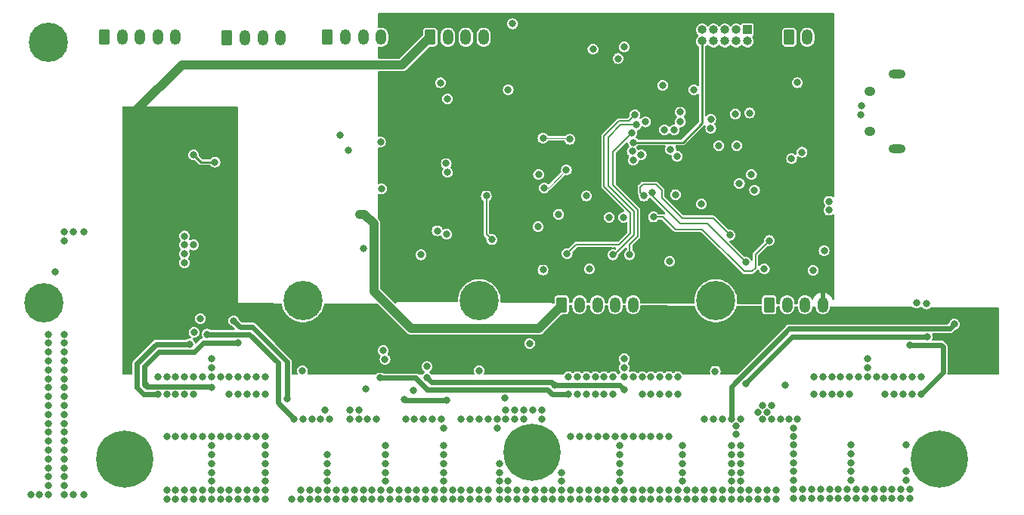
<source format=gbr>
%TF.GenerationSoftware,KiCad,Pcbnew,(6.0.9)*%
%TF.CreationDate,2022-12-08T19:58:11+01:00*%
%TF.ProjectId,battery-case-controller,62617474-6572-4792-9d63-6173652d636f,1*%
%TF.SameCoordinates,Original*%
%TF.FileFunction,Copper,L2,Inr*%
%TF.FilePolarity,Positive*%
%FSLAX46Y46*%
G04 Gerber Fmt 4.6, Leading zero omitted, Abs format (unit mm)*
G04 Created by KiCad (PCBNEW (6.0.9)) date 2022-12-08 19:58:11*
%MOMM*%
%LPD*%
G01*
G04 APERTURE LIST*
G04 Aperture macros list*
%AMRoundRect*
0 Rectangle with rounded corners*
0 $1 Rounding radius*
0 $2 $3 $4 $5 $6 $7 $8 $9 X,Y pos of 4 corners*
0 Add a 4 corners polygon primitive as box body*
4,1,4,$2,$3,$4,$5,$6,$7,$8,$9,$2,$3,0*
0 Add four circle primitives for the rounded corners*
1,1,$1+$1,$2,$3*
1,1,$1+$1,$4,$5*
1,1,$1+$1,$6,$7*
1,1,$1+$1,$8,$9*
0 Add four rect primitives between the rounded corners*
20,1,$1+$1,$2,$3,$4,$5,0*
20,1,$1+$1,$4,$5,$6,$7,0*
20,1,$1+$1,$6,$7,$8,$9,0*
20,1,$1+$1,$8,$9,$2,$3,0*%
G04 Aperture macros list end*
%TA.AperFunction,ComponentPad*%
%ADD10C,0.700000*%
%TD*%
%TA.AperFunction,ComponentPad*%
%ADD11C,4.400000*%
%TD*%
%TA.AperFunction,ComponentPad*%
%ADD12RoundRect,0.250000X-0.350000X-0.625000X0.350000X-0.625000X0.350000X0.625000X-0.350000X0.625000X0*%
%TD*%
%TA.AperFunction,ComponentPad*%
%ADD13O,1.200000X1.750000*%
%TD*%
%TA.AperFunction,ComponentPad*%
%ADD14C,0.800000*%
%TD*%
%TA.AperFunction,ComponentPad*%
%ADD15C,6.400000*%
%TD*%
%TA.AperFunction,ComponentPad*%
%ADD16O,1.250000X1.050000*%
%TD*%
%TA.AperFunction,ComponentPad*%
%ADD17O,1.900000X1.000000*%
%TD*%
%TA.AperFunction,ComponentPad*%
%ADD18R,1.000000X1.000000*%
%TD*%
%TA.AperFunction,ComponentPad*%
%ADD19O,1.000000X1.000000*%
%TD*%
%TA.AperFunction,ViaPad*%
%ADD20C,0.800000*%
%TD*%
%TA.AperFunction,Conductor*%
%ADD21C,0.600000*%
%TD*%
%TA.AperFunction,Conductor*%
%ADD22C,1.000000*%
%TD*%
%TA.AperFunction,Conductor*%
%ADD23C,0.200000*%
%TD*%
%TA.AperFunction,Conductor*%
%ADD24C,0.100000*%
%TD*%
%TA.AperFunction,Conductor*%
%ADD25C,0.250000*%
%TD*%
G04 APERTURE END LIST*
D10*
%TO.N,GNDPWR*%
%TO.C,J39*%
X104166726Y-108666726D03*
X103000000Y-105850000D03*
X104650000Y-107500000D03*
X103000000Y-109150000D03*
X101833274Y-108666726D03*
X101833274Y-106333274D03*
D11*
X103000000Y-107500000D03*
D10*
X101350000Y-107500000D03*
X104166726Y-106333274D03*
%TD*%
D12*
%TO.N,GNDD*%
%TO.C,J36*%
X184250000Y-107700000D03*
D13*
%TO.N,/Interface/PULSE_MOT_IN*%
X186250000Y-107700000D03*
%TO.N,/Interface/TEMP_MOT_IN*%
X188250000Y-107700000D03*
%TO.N,GNDA*%
X190250000Y-107700000D03*
%TD*%
D12*
%TO.N,+BATT*%
%TO.C,J32*%
X109750000Y-77700000D03*
D13*
%TO.N,/power_supply/DCDC_VIN*%
X111750000Y-77700000D03*
%TO.N,GNDD*%
X113750000Y-77700000D03*
%TO.N,/mcu/DISP_TX*%
X115750000Y-77700000D03*
%TO.N,/mcu/DISP_RX*%
X117750000Y-77700000D03*
%TD*%
D14*
%TO.N,GNDPWR*%
%TO.C,M33*%
X204997056Y-126697056D03*
X203300000Y-122600000D03*
X204997056Y-123302944D03*
X200900000Y-125000000D03*
X201602944Y-123302944D03*
D15*
X203300000Y-125000000D03*
D14*
X203300000Y-127400000D03*
X201602944Y-126697056D03*
X205700000Y-125000000D03*
%TD*%
D12*
%TO.N,Net-(J40-Pad1)*%
%TO.C,J41*%
X134750000Y-77700000D03*
D13*
%TO.N,/Interface/CAN+*%
X136750000Y-77700000D03*
%TO.N,/Interface/CAN-*%
X138750000Y-77700000D03*
%TO.N,/Interface/CAN_GND*%
X140750000Y-77700000D03*
%TD*%
D12*
%TO.N,/Interface/ENABLE+*%
%TO.C,U31*%
X186500000Y-77700000D03*
D13*
%TO.N,/Interface/ENABLE-*%
X188500000Y-77700000D03*
%TD*%
D12*
%TO.N,+5V*%
%TO.C,J34*%
X161000000Y-107700000D03*
D13*
%TO.N,/Interface/HALL_A_IN*%
X163000000Y-107700000D03*
%TO.N,/Interface/HALL_B_IN*%
X165000000Y-107700000D03*
%TO.N,/Interface/HALL_C_IN*%
X167000000Y-107700000D03*
%TO.N,GNDD*%
X169000000Y-107700000D03*
%TD*%
%TO.N,/Interface/CAN_GND*%
%TO.C,J40*%
X129500000Y-77750000D03*
%TO.N,/Interface/CAN-*%
X127500000Y-77750000D03*
%TO.N,/Interface/CAN+*%
X125500000Y-77750000D03*
D12*
%TO.N,Net-(J40-Pad1)*%
X123500000Y-77750000D03*
%TD*%
D16*
%TO.N,GNDD*%
%TO.C,J42*%
X195550000Y-88225000D03*
D17*
X198550000Y-81825000D03*
D16*
X195550000Y-83775000D03*
D17*
X198550000Y-90175000D03*
%TD*%
D14*
%TO.N,GNDPWR*%
%TO.C,M31*%
X112000000Y-127400000D03*
D15*
X112000000Y-125000000D03*
D14*
X113697056Y-123302944D03*
X109600000Y-125000000D03*
X113697056Y-126697056D03*
X110302944Y-126697056D03*
X110302944Y-123302944D03*
X114400000Y-125000000D03*
X112000000Y-122600000D03*
%TD*%
D18*
%TO.N,+3V3*%
%TO.C,J43*%
X181800000Y-76875000D03*
D19*
%TO.N,/mcu/SWD_IO*%
X181800000Y-78145000D03*
%TO.N,GNDD*%
X180530000Y-76875000D03*
%TO.N,/mcu/SWD_CLK*%
X180530000Y-78145000D03*
%TO.N,GNDD*%
X179260000Y-76875000D03*
%TO.N,unconnected-(J43-Pad6)*%
X179260000Y-78145000D03*
%TO.N,unconnected-(J43-Pad7)*%
X177990000Y-76875000D03*
%TO.N,unconnected-(J43-Pad8)*%
X177990000Y-78145000D03*
%TO.N,unconnected-(J43-Pad9)*%
X176720000Y-76875000D03*
%TO.N,/mcu/NRST*%
X176720000Y-78145000D03*
%TD*%
D10*
%TO.N,/phase_c/Phase*%
%TO.C,J37*%
X177083274Y-106083274D03*
D11*
X178250000Y-107250000D03*
D10*
X176600000Y-107250000D03*
X178250000Y-108900000D03*
X177083274Y-108416726D03*
X179900000Y-107250000D03*
X178250000Y-105600000D03*
X179416726Y-106083274D03*
X179416726Y-108416726D03*
%TD*%
%TO.N,/phase_b/Phase*%
%TO.C,J35*%
X150583274Y-108416726D03*
D11*
X151750000Y-107250000D03*
D10*
X152916726Y-108416726D03*
X152916726Y-106083274D03*
X153400000Y-107250000D03*
X151750000Y-108900000D03*
X151750000Y-105600000D03*
X150100000Y-107250000D03*
X150583274Y-106083274D03*
%TD*%
D12*
%TO.N,+12V*%
%TO.C,J38*%
X146250000Y-77700000D03*
D13*
%TO.N,/Interface/PULSE_CRK_IN*%
X148250000Y-77700000D03*
%TO.N,/Interface/TORQ_CRK_IN*%
X150250000Y-77700000D03*
%TO.N,GNDD*%
X152250000Y-77700000D03*
%TD*%
D11*
%TO.N,/phase_a/Phase*%
%TO.C,J33*%
X132000000Y-107250000D03*
D10*
X133166726Y-108416726D03*
X133650000Y-107250000D03*
X130350000Y-107250000D03*
X130833274Y-108416726D03*
X130833274Y-106083274D03*
X132000000Y-105600000D03*
X133166726Y-106083274D03*
X132000000Y-108900000D03*
%TD*%
D14*
%TO.N,GNDPWR*%
%TO.C,M32*%
X155250000Y-124220000D03*
X159347056Y-125917056D03*
X155952944Y-125917056D03*
X159347056Y-122522944D03*
X157650000Y-121820000D03*
D15*
X157650000Y-124220000D03*
D14*
X155952944Y-122522944D03*
X157650000Y-126620000D03*
X160050000Y-124220000D03*
%TD*%
D10*
%TO.N,+BATT*%
%TO.C,J31*%
X105150000Y-78250000D03*
X103500000Y-79900000D03*
D11*
X103500000Y-78250000D03*
D10*
X101850000Y-78250000D03*
X104666726Y-79416726D03*
X103500000Y-76600000D03*
X102333274Y-79416726D03*
X102333274Y-77083274D03*
X104666726Y-77083274D03*
%TD*%
D20*
%TO.N,GNDPWR*%
X140695000Y-115905000D03*
%TO.N,/mcu/AIN_TEMP*%
X186750000Y-91324500D03*
X154600000Y-118150000D03*
%TO.N,GNDA*%
X181800000Y-98300000D03*
X158050000Y-106650000D03*
X151050000Y-98850000D03*
X148150000Y-94150000D03*
X142650000Y-100250000D03*
X155500000Y-102100000D03*
X165378389Y-99650500D03*
X187050000Y-99550000D03*
X154850000Y-81850000D03*
X175800000Y-100200000D03*
X142625000Y-99275000D03*
X156245448Y-94947960D03*
X184003464Y-92324500D03*
X159600000Y-93050000D03*
%TO.N,/mcu/AIN_VDC*%
X182255300Y-93109600D03*
X157400000Y-112050000D03*
%TO.N,+12V*%
X207200000Y-114300000D03*
X122500000Y-93450000D03*
X113250000Y-88500000D03*
X112250000Y-88500000D03*
X112250000Y-86000000D03*
X114250000Y-103250000D03*
X113250000Y-86000000D03*
X193600000Y-108500000D03*
X113750000Y-109500000D03*
X135250000Y-112250000D03*
%TO.N,GNDPWR*%
X126750000Y-117750000D03*
X164750000Y-117750000D03*
X105250000Y-118000000D03*
X105250000Y-127000000D03*
X118750000Y-117750000D03*
X124750000Y-117750000D03*
X173000000Y-117750000D03*
X197250000Y-117750000D03*
X105250000Y-116000000D03*
X172000000Y-117750000D03*
X163750000Y-117750000D03*
X105250000Y-123000000D03*
X192250000Y-117750000D03*
X105250000Y-121000000D03*
X119750000Y-117750000D03*
X105250000Y-114000000D03*
X162750000Y-117750000D03*
X200250000Y-117750000D03*
X105250000Y-122000000D03*
X165750000Y-117750000D03*
X105250000Y-117000000D03*
X119300000Y-112100000D03*
X117750000Y-117750000D03*
X107500000Y-129000000D03*
X198250000Y-117750000D03*
X127750000Y-117750000D03*
X200000000Y-112199500D03*
X190250000Y-117750000D03*
X115750000Y-117750000D03*
X191250000Y-117750000D03*
X116750000Y-117750000D03*
X105250000Y-112000000D03*
X105250000Y-125000000D03*
X105250000Y-128000000D03*
X105250000Y-115000000D03*
X105250000Y-126000000D03*
X166750000Y-117750000D03*
X174000000Y-117750000D03*
X105250000Y-113000000D03*
X193250000Y-117750000D03*
X199250000Y-117750000D03*
X105250000Y-120000000D03*
X170000000Y-117750000D03*
X201250000Y-117750000D03*
X105250000Y-111000000D03*
X123750000Y-117750000D03*
X189250000Y-117750000D03*
X105250000Y-129000000D03*
X161750000Y-117750000D03*
X125750000Y-117750000D03*
X171000000Y-117750000D03*
X105250000Y-124000000D03*
X105250000Y-119000000D03*
X106250000Y-129000000D03*
%TO.N,/mcu/AIN_VB*%
X166315813Y-97908616D03*
X144400000Y-117300000D03*
%TO.N,+BATT*%
X123750000Y-115750000D03*
X172000000Y-115750000D03*
X182000000Y-128500000D03*
X195250000Y-115750000D03*
X103500000Y-123000000D03*
X177000000Y-129500000D03*
X134750000Y-127500000D03*
X163750000Y-115750000D03*
X176000000Y-129500000D03*
X148750000Y-129500000D03*
X119750000Y-115750000D03*
X181000000Y-123500000D03*
X190250000Y-115750000D03*
X174500000Y-123500000D03*
X174500000Y-127500000D03*
X170000000Y-115750000D03*
X181000000Y-129500000D03*
X141250000Y-126500000D03*
X117750000Y-115750000D03*
X103500000Y-121000000D03*
X169000000Y-115750000D03*
X141250000Y-123500000D03*
X181000000Y-124500000D03*
X181000000Y-128500000D03*
X135750000Y-128500000D03*
X183000000Y-129500000D03*
X168000000Y-114750000D03*
X103500000Y-128000000D03*
X183000000Y-128500000D03*
X147750000Y-129500000D03*
X176000000Y-128500000D03*
X181000000Y-125500000D03*
X103500000Y-129000000D03*
X103500000Y-113000000D03*
X182000000Y-129500000D03*
X141250000Y-124500000D03*
X142750000Y-129500000D03*
X141250000Y-127500000D03*
X180000000Y-123500000D03*
X134750000Y-126500000D03*
X194250000Y-115750000D03*
X143750000Y-129500000D03*
X174500000Y-124500000D03*
X198250000Y-115750000D03*
X135750000Y-129500000D03*
X103500000Y-117000000D03*
X134750000Y-125500000D03*
X165750000Y-115750000D03*
X127750000Y-115750000D03*
X168000000Y-115750000D03*
X180000000Y-129500000D03*
X103500000Y-120000000D03*
X126750000Y-115750000D03*
X115750000Y-115750000D03*
X175000000Y-129500000D03*
X185000000Y-129500000D03*
X185000000Y-128500000D03*
X103500000Y-116000000D03*
X181000000Y-126500000D03*
X150750000Y-128500000D03*
X139750000Y-129500000D03*
X161750000Y-115750000D03*
X150750000Y-129500000D03*
X147750000Y-128500000D03*
X136750000Y-128500000D03*
X131750000Y-128500000D03*
X103500000Y-126000000D03*
X131750000Y-129500000D03*
X138750000Y-129500000D03*
X184000000Y-129500000D03*
X103500000Y-125000000D03*
X148750000Y-128500000D03*
X103500000Y-127000000D03*
X179000000Y-129500000D03*
X166750000Y-115750000D03*
X174500000Y-126500000D03*
X102500000Y-129000000D03*
X136750000Y-129500000D03*
X196250000Y-115750000D03*
X152750000Y-129500000D03*
X164750000Y-115750000D03*
X103500000Y-119000000D03*
X141250000Y-125500000D03*
X134750000Y-128500000D03*
X134750000Y-124500000D03*
X174000000Y-129500000D03*
X152750000Y-128500000D03*
X195250000Y-113750000D03*
X124750000Y-115750000D03*
X118750000Y-115750000D03*
X180000000Y-126500000D03*
X103500000Y-118000000D03*
X189250000Y-115750000D03*
X141750000Y-129500000D03*
X121750000Y-113750000D03*
X180000000Y-125500000D03*
X141750000Y-128500000D03*
X173000000Y-115750000D03*
X134750000Y-129500000D03*
X174000000Y-128500000D03*
X151750000Y-129500000D03*
X193250000Y-115750000D03*
X149750000Y-128500000D03*
X144750000Y-128500000D03*
X103500000Y-124000000D03*
X132750000Y-129500000D03*
X171000000Y-115750000D03*
X199250000Y-115750000D03*
X179000000Y-128500000D03*
X147750000Y-123500000D03*
X178000000Y-128500000D03*
X178000000Y-129500000D03*
X122750000Y-115750000D03*
X200250000Y-115750000D03*
X191250000Y-115750000D03*
X201250000Y-115750000D03*
X101500000Y-129000000D03*
X140750000Y-129500000D03*
X147750000Y-125500000D03*
X140750000Y-128500000D03*
X144750000Y-129500000D03*
X197250000Y-115750000D03*
X103500000Y-111000000D03*
X142750000Y-128500000D03*
X145750000Y-129500000D03*
X103500000Y-122000000D03*
X168000000Y-113750000D03*
X120750000Y-115750000D03*
X192250000Y-115750000D03*
X180000000Y-124500000D03*
X139750000Y-128500000D03*
X103500000Y-114000000D03*
X147750000Y-124500000D03*
X151750000Y-128500000D03*
X174000000Y-115750000D03*
X133750000Y-128500000D03*
X180000000Y-127500000D03*
X175000000Y-128500000D03*
X147750000Y-127500000D03*
X174500000Y-125500000D03*
X184000000Y-128500000D03*
X133750000Y-129500000D03*
X103500000Y-112000000D03*
X195250000Y-114750000D03*
X143750000Y-128500000D03*
X130750000Y-129500000D03*
X145750000Y-128500000D03*
X137750000Y-129500000D03*
X177000000Y-128500000D03*
X149750000Y-129500000D03*
X147750000Y-126500000D03*
X121750000Y-115750000D03*
X125750000Y-115750000D03*
X132750000Y-128500000D03*
X180000000Y-128500000D03*
X121750000Y-114750000D03*
X146750000Y-128500000D03*
X146750000Y-129500000D03*
X116750000Y-115750000D03*
X138750000Y-128500000D03*
X137750000Y-128500000D03*
X103500000Y-115000000D03*
X181000000Y-127500000D03*
X162750000Y-115750000D03*
%TO.N,+3.3VADC*%
X176650000Y-96400000D03*
X158400000Y-93100000D03*
X182600000Y-94850000D03*
X158350000Y-98950000D03*
X145250000Y-102100000D03*
%TO.N,/mcu/AIN_VA*%
X139050000Y-117150000D03*
X160650000Y-97550000D03*
%TO.N,/mcu/AIN_VC*%
X180600000Y-89850000D03*
X186000000Y-116750000D03*
%TO.N,GNDD*%
X104250000Y-104000000D03*
X119750000Y-101000000D03*
X105250000Y-99500000D03*
X118750000Y-101000000D03*
X118750000Y-103000000D03*
X105250000Y-100500000D03*
X107500000Y-99500000D03*
X106250000Y-99500000D03*
X118750000Y-102000000D03*
X118750000Y-100000000D03*
%TO.N,+5V*%
X138350000Y-97550000D03*
%TO.N,+3V3*%
X147409668Y-82809668D03*
X187400000Y-82800000D03*
X140800000Y-94700000D03*
X180900000Y-94100000D03*
X173100000Y-102850000D03*
X138750000Y-101400000D03*
X175800000Y-83600000D03*
X164100000Y-103700000D03*
X167300000Y-80100000D03*
X158900000Y-103800000D03*
X155500000Y-76200000D03*
X183700000Y-103700000D03*
%TO.N,/Interface/TEMP_MOT*%
X182054401Y-86192654D03*
X190400000Y-101650000D03*
%TO.N,/Interface/PULSE_MOT*%
X171124500Y-95100000D03*
X181600000Y-102900000D03*
%TO.N,/Interface/HALL_C*%
X168870542Y-88430732D03*
X168600000Y-102100000D03*
%TO.N,/Interface/TORQ_CRK*%
X155000000Y-83600000D03*
X180450000Y-86300000D03*
%TO.N,/Interface/HALL_A*%
X169201109Y-86385500D03*
X161600000Y-101950000D03*
%TO.N,/Interface/HALL_B*%
X166750000Y-102100000D03*
X169329542Y-87542855D03*
%TO.N,/Interface/PULSE_CRK*%
X148200000Y-84600000D03*
X163750000Y-95500000D03*
%TO.N,/mcu/DISP_TX*%
X173750000Y-95350000D03*
%TO.N,/mcu/DISP_RX*%
X178600000Y-89850000D03*
%TO.N,/phase_a/Phase*%
X148056591Y-91860839D03*
X131950000Y-115100000D03*
%TO.N,/phase_b/Phase*%
X151750500Y-115100000D03*
X147050000Y-99400000D03*
%TO.N,/phase_c/Phase*%
X178200000Y-115150000D03*
X190950000Y-97100000D03*
%TO.N,/Interface/VREF*%
X152550000Y-95500000D03*
X171275076Y-97859015D03*
X189150000Y-103850000D03*
X184250000Y-100500000D03*
X153150000Y-100400000D03*
%TO.N,Net-(R35-Pad2)*%
X148100000Y-118400000D03*
X143400000Y-118300000D03*
%TO.N,/Interface/PWM_BREAK*%
X173924500Y-91065664D03*
X187925500Y-90600000D03*
%TO.N,/Interface/CAN_SLP*%
X136150000Y-88700000D03*
X172300000Y-83100000D03*
%TO.N,/mcu/PWM_B*%
X141000000Y-112850000D03*
X173200000Y-90300000D03*
%TO.N,/mcu/PWM_BN*%
X141200000Y-113850000D03*
X167935075Y-97900757D03*
%TO.N,/mcu/AIN_IB*%
X161521956Y-92603592D03*
X159050000Y-94600000D03*
%TO.N,/mcu/PWM_A*%
X120524500Y-109261227D03*
X172512299Y-88087701D03*
%TO.N,/mcu/PWM_AN*%
X119800000Y-110800000D03*
X169900000Y-90900000D03*
%TO.N,/mcu/AIN_IA*%
X158900000Y-89050000D03*
X161900000Y-89150000D03*
%TO.N,/mcu/PWM_C*%
X200750000Y-107500000D03*
X170400000Y-87200000D03*
%TO.N,/mcu/PWM_CN*%
X173600000Y-88100000D03*
X201850000Y-107600000D03*
%TO.N,/mcu/AIN_IC*%
X170200000Y-95500000D03*
X179850000Y-99900000D03*
%TO.N,/Interface/CAN_TX*%
X137100000Y-90400000D03*
X174300000Y-87200000D03*
%TO.N,/Interface/CAN_RX*%
X174300000Y-86100000D03*
X140700000Y-89450500D03*
%TO.N,/mcu/NRST*%
X169004279Y-89495721D03*
%TO.N,/mcu/USB_D-*%
X194544622Y-85394622D03*
X177688399Y-87927498D03*
%TO.N,/mcu/USB_D+*%
X194507142Y-86432102D03*
X177699504Y-86928057D03*
%TO.N,Net-(C36-Pad2)*%
X169000000Y-128500000D03*
X167000000Y-122500000D03*
X169000000Y-122500000D03*
X155000000Y-128500000D03*
X155750000Y-119500000D03*
X145500000Y-120500000D03*
X172000000Y-122500000D03*
X173000000Y-122500000D03*
X169000000Y-129500000D03*
X167500000Y-126500000D03*
X157000000Y-128500000D03*
X154000000Y-127500000D03*
X167500000Y-125500000D03*
X170000000Y-128500000D03*
X168000000Y-122500000D03*
X158000000Y-129500000D03*
X171000000Y-128500000D03*
X154000000Y-126500000D03*
X154000000Y-125500000D03*
X167500000Y-123500000D03*
X166000000Y-129500000D03*
X144500000Y-120500000D03*
X167000000Y-129500000D03*
X164000000Y-129500000D03*
X161000000Y-129500000D03*
X170000000Y-129500000D03*
X154000000Y-128500000D03*
X165000000Y-122500000D03*
X163000000Y-122500000D03*
X146500000Y-120500000D03*
X160000000Y-129500000D03*
X159000000Y-128500000D03*
X153750000Y-120500000D03*
X161000000Y-128500000D03*
X170000000Y-122500000D03*
X143500000Y-120500000D03*
X165000000Y-129500000D03*
X154750000Y-119500000D03*
X161000000Y-126500000D03*
X168000000Y-128500000D03*
X158750000Y-119500000D03*
X158750000Y-120500000D03*
X156750000Y-120500000D03*
X173000000Y-128500000D03*
X172000000Y-128500000D03*
X156750000Y-119500000D03*
X173000000Y-129500000D03*
X158000000Y-128500000D03*
X154750000Y-120500000D03*
X157750000Y-119500000D03*
X171000000Y-129500000D03*
X165000000Y-128500000D03*
X156000000Y-128500000D03*
X166000000Y-128500000D03*
X167500000Y-124500000D03*
X161000000Y-127500000D03*
X155000000Y-129500000D03*
X167000000Y-128500000D03*
X168000000Y-129500000D03*
X151750000Y-120500000D03*
X149750000Y-120500000D03*
X172000000Y-129500000D03*
X147500000Y-120500000D03*
X162000000Y-122500000D03*
X163000000Y-129500000D03*
X164000000Y-122500000D03*
X153750000Y-121500000D03*
X162000000Y-128500000D03*
X150750000Y-120500000D03*
X159000000Y-129500000D03*
X155000000Y-127500000D03*
X148099500Y-99803649D03*
X156000000Y-129500000D03*
X162000000Y-129500000D03*
X154000000Y-129500000D03*
X167500000Y-127500000D03*
X171000000Y-122500000D03*
X157000000Y-129500000D03*
X160000000Y-128500000D03*
X145890000Y-114635000D03*
X166000000Y-122500000D03*
X155750000Y-120500000D03*
X147750000Y-121500000D03*
X164000000Y-128500000D03*
X163000000Y-128500000D03*
X152750000Y-120500000D03*
%TO.N,Net-(R38-Pad2)*%
X145900000Y-115900000D03*
X160250000Y-116750000D03*
X168000000Y-117250000D03*
%TO.N,Net-(C47-Pad2)*%
X126750000Y-129500000D03*
X127750000Y-123500000D03*
X127750000Y-125500000D03*
X134000000Y-120500000D03*
X121750000Y-129500000D03*
X121750000Y-122500000D03*
X118750000Y-122500000D03*
X127750000Y-129500000D03*
X121750000Y-127500000D03*
X119750000Y-129500000D03*
X120750000Y-129500000D03*
X116750000Y-129500000D03*
X118750000Y-129500000D03*
X122750000Y-122500000D03*
X127750000Y-126500000D03*
X121750000Y-128500000D03*
X137250000Y-119500000D03*
X125750000Y-129500000D03*
X139250000Y-120500000D03*
X123750000Y-129500000D03*
X132000000Y-120500000D03*
X125750000Y-128500000D03*
X127750000Y-122500000D03*
X120750000Y-128500000D03*
X131000000Y-120500000D03*
X116750000Y-128500000D03*
X125750000Y-122500000D03*
X140250000Y-120500000D03*
X117750000Y-128500000D03*
X124750000Y-129500000D03*
X121750000Y-124500000D03*
X121750000Y-125500000D03*
X120750000Y-122500000D03*
X119750000Y-122500000D03*
X137250000Y-120500000D03*
X122750000Y-129500000D03*
X126750000Y-122500000D03*
X121750000Y-126500000D03*
X135000000Y-120500000D03*
X127750000Y-128500000D03*
X116750000Y-122500000D03*
X117750000Y-129500000D03*
X121250000Y-111000000D03*
X126750000Y-128500000D03*
X119750000Y-128500000D03*
X122750000Y-128500000D03*
X118750000Y-128500000D03*
X127750000Y-124500000D03*
X138250000Y-119500000D03*
X134500000Y-119500000D03*
X123750000Y-128500000D03*
X138250000Y-120500000D03*
X121750000Y-123500000D03*
X124750000Y-128500000D03*
X117750000Y-122500000D03*
X127750000Y-127500000D03*
X133000000Y-120500000D03*
X124750000Y-122500000D03*
X123750000Y-122500000D03*
X148200000Y-92850000D03*
%TO.N,Net-(C58-Pad2)*%
X197000000Y-128400000D03*
X193400000Y-126400000D03*
X183500000Y-120500000D03*
X194000000Y-128400000D03*
X181000000Y-120500000D03*
X179000000Y-120500000D03*
X177000000Y-120500000D03*
X192000000Y-128400000D03*
X193000000Y-129400000D03*
X180500000Y-122250000D03*
X199000000Y-129400000D03*
X187000000Y-124400000D03*
X188000000Y-129400000D03*
X193400000Y-123400000D03*
X191000000Y-129400000D03*
X183500000Y-119000000D03*
X198000000Y-128400000D03*
X187000000Y-125400000D03*
X195000000Y-128400000D03*
X189000000Y-128400000D03*
X199600000Y-123400000D03*
X190000000Y-128400000D03*
X194000000Y-129400000D03*
X180000000Y-120500000D03*
X185500000Y-120500000D03*
X195000000Y-129400000D03*
X196000000Y-128400000D03*
X180500000Y-121250000D03*
X186500000Y-120500000D03*
X191000000Y-128400000D03*
X197000000Y-129400000D03*
X193400000Y-125400000D03*
X187000000Y-129400000D03*
X196000000Y-129400000D03*
X187000000Y-122500000D03*
X187420008Y-120517094D03*
X193400000Y-124400000D03*
X193000000Y-128400000D03*
X200000000Y-128400000D03*
X198000000Y-129400000D03*
X189000000Y-129400000D03*
X188000000Y-128400000D03*
X192000000Y-129400000D03*
X200000000Y-129400000D03*
X187000000Y-123400000D03*
X187000000Y-126400000D03*
X187000000Y-127400000D03*
X190000000Y-129400000D03*
X204985000Y-109885000D03*
X193400000Y-127400000D03*
X183000000Y-119750000D03*
X199600000Y-126400000D03*
X199600000Y-127400000D03*
X190975721Y-96100829D03*
X199000000Y-128400000D03*
X187000000Y-121500000D03*
X184500000Y-120500000D03*
X184000000Y-119750000D03*
X184500000Y-119000000D03*
X187000000Y-128400000D03*
X178000000Y-120500000D03*
%TO.N,Net-(R43-Pad2)*%
X130250000Y-118250000D03*
X124250000Y-109500000D03*
%TO.N,Net-(R46-Pad2)*%
X114411043Y-116738957D03*
X124750000Y-112000000D03*
X121750000Y-117000000D03*
%TO.N,Net-(R51-Pad2)*%
X201926856Y-111299500D03*
X181636043Y-116536043D03*
%TO.N,Net-(R65-Pad1)*%
X122150000Y-91700000D03*
X119750000Y-90900000D03*
%TO.N,Net-(R87-Pad2)*%
X164500000Y-79050000D03*
X168900000Y-90500000D03*
%TO.N,Net-(R88-Pad2)*%
X168000000Y-78800000D03*
X169000000Y-91500000D03*
%TD*%
D21*
%TO.N,+12V*%
X205700000Y-108500000D02*
X193600000Y-108500000D01*
X135250000Y-112250000D02*
X135250000Y-110750000D01*
X126600000Y-108000000D02*
X119000000Y-108000000D01*
X135250000Y-110750000D02*
X129350000Y-110750000D01*
D22*
X118450000Y-80800000D02*
X113250000Y-86000000D01*
X143150000Y-80800000D02*
X118450000Y-80800000D01*
D21*
X207200000Y-114300000D02*
X207200000Y-110000000D01*
X129350000Y-110750000D02*
X126600000Y-108000000D01*
X207200000Y-110000000D02*
X205700000Y-108500000D01*
X119000000Y-108000000D02*
X114250000Y-103250000D01*
D22*
X146250000Y-77700000D02*
X143150000Y-80800000D01*
D21*
%TO.N,GNDPWR*%
X140695000Y-115905000D02*
X144605000Y-115905000D01*
X114150000Y-117750000D02*
X115750000Y-117750000D01*
X115600000Y-112100000D02*
X113400000Y-114300000D01*
X119300000Y-112100000D02*
X115600000Y-112100000D01*
X113400000Y-114300000D02*
X113400000Y-117000000D01*
X144605000Y-115905000D02*
X145900000Y-117200000D01*
X201250000Y-117750000D02*
X203700000Y-115300000D01*
X145900000Y-117200000D02*
X159400000Y-117200000D01*
X159950000Y-117750000D02*
X161750000Y-117750000D01*
X203700000Y-112400000D02*
X203499500Y-112199500D01*
X203499500Y-112199500D02*
X200000000Y-112199500D01*
X113400000Y-117000000D02*
X114150000Y-117750000D01*
X203700000Y-115300000D02*
X203700000Y-112400000D01*
X159400000Y-117200000D02*
X159950000Y-117750000D01*
D22*
%TO.N,+5V*%
X158463478Y-110350000D02*
X144100000Y-110350000D01*
X139950000Y-98600000D02*
X138900000Y-97550000D01*
X139950000Y-106200000D02*
X139950000Y-98600000D01*
X144100000Y-110350000D02*
X139950000Y-106200000D01*
X138900000Y-97550000D02*
X138350000Y-97550000D01*
X161000000Y-107813478D02*
X158463478Y-110350000D01*
X161000000Y-107700000D02*
X161000000Y-107813478D01*
D23*
%TO.N,/Interface/PULSE_MOT*%
X174244877Y-98624501D02*
X171124500Y-95504124D01*
X181600000Y-102900000D02*
X177324501Y-98624501D01*
X171124500Y-95504124D02*
X171124500Y-95100000D01*
X177324501Y-98624501D02*
X174244877Y-98624501D01*
%TO.N,/Interface/HALL_C*%
X169500000Y-100029960D02*
X169500000Y-97050000D01*
X168600000Y-102100000D02*
X168600000Y-100929960D01*
X168600000Y-100929960D02*
X169500000Y-100029960D01*
X169500000Y-97050000D02*
X166750000Y-94300000D01*
X166750000Y-90551274D02*
X168870542Y-88430732D01*
X166750000Y-94300000D02*
X166750000Y-90551274D01*
%TO.N,/Interface/HALL_A*%
X167450000Y-100950000D02*
X168675499Y-99724501D01*
X162600000Y-100950000D02*
X167450000Y-100950000D01*
X167450000Y-87100000D02*
X168486609Y-87100000D01*
X168675499Y-99724501D02*
X168675499Y-97375499D01*
X165750000Y-88800000D02*
X167450000Y-87100000D01*
X165750000Y-94450000D02*
X165750000Y-88800000D01*
X161600000Y-101950000D02*
X162600000Y-100950000D01*
X168675499Y-97375499D02*
X165750000Y-94450000D01*
X168486609Y-87100000D02*
X169201109Y-86385500D01*
%TO.N,/Interface/HALL_B*%
X167607481Y-87542855D02*
X169329542Y-87542855D01*
X166250000Y-94364980D02*
X166250000Y-88900336D01*
X169100000Y-99864980D02*
X169100000Y-97214980D01*
X166864980Y-102100000D02*
X169100000Y-99864980D01*
X166250000Y-88900336D02*
X167607481Y-87542855D01*
X166750000Y-102100000D02*
X166864980Y-102100000D01*
X169100000Y-97214980D02*
X166250000Y-94364980D01*
%TO.N,/Interface/VREF*%
X171275076Y-97859015D02*
X172359015Y-97859015D01*
X152550000Y-99800000D02*
X152550000Y-95500000D01*
X172359015Y-97859015D02*
X173750000Y-99250000D01*
X153150000Y-100400000D02*
X152550000Y-99800000D01*
X182700000Y-102050000D02*
X184250000Y-100500000D01*
X173750000Y-99250000D02*
X176750000Y-99250000D01*
X182300000Y-103950000D02*
X182700000Y-103550000D01*
X176750000Y-99250000D02*
X181450000Y-103950000D01*
X181450000Y-103950000D02*
X182300000Y-103950000D01*
X182700000Y-103550000D02*
X182700000Y-102050000D01*
D21*
%TO.N,Net-(R35-Pad2)*%
X143500000Y-118400000D02*
X148100000Y-118400000D01*
X143400000Y-118300000D02*
X143500000Y-118400000D01*
D24*
%TO.N,/mcu/AIN_IB*%
X159525548Y-94600000D02*
X161521956Y-92603592D01*
X159050000Y-94600000D02*
X159525548Y-94600000D01*
%TO.N,/mcu/AIN_IA*%
X158900000Y-89050000D02*
X161800000Y-89050000D01*
X161800000Y-89050000D02*
X161900000Y-89150000D01*
D23*
%TO.N,/mcu/AIN_IC*%
X169800000Y-95100000D02*
X170200000Y-95500000D01*
X169800000Y-94500000D02*
X169800000Y-95100000D01*
X177950000Y-98000000D02*
X174500000Y-98000000D01*
X172200000Y-94850000D02*
X171550000Y-94200000D01*
X170100000Y-94200000D02*
X169800000Y-94500000D01*
X174500000Y-98000000D02*
X172200000Y-95700000D01*
X179850000Y-99900000D02*
X177950000Y-98000000D01*
X172200000Y-95700000D02*
X172200000Y-94850000D01*
X171550000Y-94200000D02*
X170100000Y-94200000D01*
D25*
%TO.N,/mcu/NRST*%
X174568589Y-89495721D02*
X169004279Y-89495721D01*
X176720000Y-78145000D02*
X176720000Y-87344310D01*
X176720000Y-87344310D02*
X174568589Y-89495721D01*
D21*
%TO.N,Net-(R38-Pad2)*%
X168000000Y-117250000D02*
X167500000Y-116750000D01*
X146400000Y-116400000D02*
X159900000Y-116400000D01*
X167500000Y-116750000D02*
X160250000Y-116750000D01*
X145900000Y-115900000D02*
X146400000Y-116400000D01*
X159900000Y-116400000D02*
X160250000Y-116750000D01*
%TO.N,Net-(C47-Pad2)*%
X129200000Y-118700000D02*
X131000000Y-120500000D01*
X129200000Y-114200000D02*
X129200000Y-118700000D01*
X121250000Y-111000000D02*
X126000000Y-111000000D01*
X126000000Y-111000000D02*
X129200000Y-114200000D01*
%TO.N,Net-(C58-Pad2)*%
X204470000Y-110400000D02*
X186500000Y-110400000D01*
X204985000Y-109885000D02*
X204470000Y-110400000D01*
X186500000Y-110400000D02*
X180000000Y-116900000D01*
X180000000Y-116900000D02*
X180000000Y-120500000D01*
%TO.N,Net-(R43-Pad2)*%
X124250000Y-109500000D02*
X124950000Y-110200000D01*
X130250000Y-114119334D02*
X130250000Y-118250000D01*
X126330666Y-110200000D02*
X130250000Y-114119334D01*
X124950000Y-110200000D02*
X126330666Y-110200000D01*
%TO.N,Net-(R46-Pad2)*%
X114200000Y-116527914D02*
X114411043Y-116738957D01*
X114200000Y-114630666D02*
X114200000Y-116527914D01*
X120800000Y-112000000D02*
X119800000Y-113000000D01*
X121600000Y-116850000D02*
X114522086Y-116850000D01*
X114522086Y-116850000D02*
X114411043Y-116738957D01*
X119800000Y-113000000D02*
X115830666Y-113000000D01*
X124750000Y-112000000D02*
X120800000Y-112000000D01*
X115830666Y-113000000D02*
X114200000Y-114630666D01*
X121750000Y-117000000D02*
X121600000Y-116850000D01*
%TO.N,Net-(R51-Pad2)*%
X181636043Y-116463957D02*
X186800000Y-111300000D01*
X201926356Y-111300000D02*
X201926856Y-111299500D01*
X186800000Y-111300000D02*
X201926356Y-111300000D01*
X181636043Y-116536043D02*
X181636043Y-116463957D01*
D25*
%TO.N,Net-(R65-Pad1)*%
X120550000Y-91700000D02*
X122150000Y-91700000D01*
X119750000Y-90900000D02*
X120550000Y-91700000D01*
%TD*%
%TA.AperFunction,Conductor*%
%TO.N,GNDA*%
G36*
X191492121Y-75030502D02*
G01*
X191538614Y-75084158D01*
X191550000Y-75136500D01*
X191550000Y-95529071D01*
X191529998Y-95597192D01*
X191476342Y-95643685D01*
X191406068Y-95653789D01*
X191347296Y-95629034D01*
X191285113Y-95581320D01*
X191278562Y-95576293D01*
X191132483Y-95515785D01*
X191121895Y-95514391D01*
X190983909Y-95496225D01*
X190975721Y-95495147D01*
X190967533Y-95496225D01*
X190829548Y-95514391D01*
X190818959Y-95515785D01*
X190672880Y-95576293D01*
X190547439Y-95672547D01*
X190451185Y-95797988D01*
X190390677Y-95944067D01*
X190370039Y-96100829D01*
X190390677Y-96257591D01*
X190451185Y-96403670D01*
X190456212Y-96410221D01*
X190531582Y-96508446D01*
X190557182Y-96574667D01*
X190542917Y-96644215D01*
X190523716Y-96670185D01*
X190521718Y-96671718D01*
X190425464Y-96797159D01*
X190364956Y-96943238D01*
X190344318Y-97100000D01*
X190364956Y-97256762D01*
X190425464Y-97402841D01*
X190521718Y-97528282D01*
X190528264Y-97533305D01*
X190552705Y-97552059D01*
X190647159Y-97624536D01*
X190793238Y-97685044D01*
X190950000Y-97705682D01*
X190958188Y-97704604D01*
X190992271Y-97700117D01*
X191106762Y-97685044D01*
X191252841Y-97624536D01*
X191259394Y-97619508D01*
X191259397Y-97619506D01*
X191347296Y-97552059D01*
X191413516Y-97526458D01*
X191483065Y-97540723D01*
X191533861Y-97590324D01*
X191550000Y-97652021D01*
X191550000Y-107043175D01*
X191529998Y-107111296D01*
X191476342Y-107157789D01*
X191406068Y-107167893D01*
X191341488Y-107138399D01*
X191303095Y-107078645D01*
X191285127Y-107017399D01*
X191280698Y-107006325D01*
X191189381Y-106829022D01*
X191182931Y-106818976D01*
X191059738Y-106662143D01*
X191051501Y-106653494D01*
X190900877Y-106522788D01*
X190891153Y-106515853D01*
X190718533Y-106415990D01*
X190707669Y-106411016D01*
X190519273Y-106345593D01*
X190518284Y-106345352D01*
X190507992Y-106346820D01*
X190504000Y-106360385D01*
X190504000Y-107828000D01*
X190483998Y-107896121D01*
X190430342Y-107942614D01*
X190378000Y-107954000D01*
X190122000Y-107954000D01*
X190053879Y-107933998D01*
X190007386Y-107880342D01*
X189996000Y-107828000D01*
X189996000Y-106364598D01*
X189992027Y-106351067D01*
X189982601Y-106349712D01*
X189893463Y-106371194D01*
X189882168Y-106375083D01*
X189700618Y-106457629D01*
X189690276Y-106463576D01*
X189527603Y-106578968D01*
X189518575Y-106586761D01*
X189380658Y-106730831D01*
X189373262Y-106740196D01*
X189265079Y-106907741D01*
X189259585Y-106918342D01*
X189202049Y-107061105D01*
X189158034Y-107116811D01*
X189090889Y-107139877D01*
X189021932Y-107122980D01*
X188978324Y-107075778D01*
X188976485Y-107076927D01*
X188885049Y-106930599D01*
X188881316Y-106924625D01*
X188776402Y-106818976D01*
X188759733Y-106802190D01*
X188759729Y-106802187D01*
X188754770Y-106797193D01*
X188743761Y-106790206D01*
X188650200Y-106730831D01*
X188603136Y-106700963D01*
X188573352Y-106690357D01*
X188440586Y-106643081D01*
X188440581Y-106643080D01*
X188433951Y-106640719D01*
X188426965Y-106639886D01*
X188426961Y-106639885D01*
X188297933Y-106624500D01*
X188255624Y-106619455D01*
X188248621Y-106620191D01*
X188248620Y-106620191D01*
X188084025Y-106637490D01*
X188084021Y-106637491D01*
X188077017Y-106638227D01*
X188070346Y-106640498D01*
X187913677Y-106693832D01*
X187913674Y-106693833D01*
X187907007Y-106696103D01*
X187901009Y-106699793D01*
X187901007Y-106699794D01*
X187835335Y-106740196D01*
X187754045Y-106790206D01*
X187749014Y-106795132D01*
X187749011Y-106795135D01*
X187741807Y-106802190D01*
X187625732Y-106915859D01*
X187621913Y-106921784D01*
X187621912Y-106921786D01*
X187543682Y-107043175D01*
X187528446Y-107066817D01*
X187526037Y-107073437D01*
X187526035Y-107073440D01*
X187491657Y-107167893D01*
X187467022Y-107235578D01*
X187466140Y-107242561D01*
X187452362Y-107351631D01*
X187449500Y-107374283D01*
X187449500Y-107535494D01*
X187429498Y-107603615D01*
X187375842Y-107650108D01*
X187322761Y-107661492D01*
X187178443Y-107660646D01*
X187178449Y-107659627D01*
X187113591Y-107643950D01*
X187064555Y-107592608D01*
X187050500Y-107534778D01*
X187050500Y-107379845D01*
X187035546Y-107246528D01*
X186976485Y-107076927D01*
X186966599Y-107061105D01*
X186885049Y-106930599D01*
X186881316Y-106924625D01*
X186776402Y-106818976D01*
X186759733Y-106802190D01*
X186759729Y-106802187D01*
X186754770Y-106797193D01*
X186743761Y-106790206D01*
X186650200Y-106730831D01*
X186603136Y-106700963D01*
X186573352Y-106690357D01*
X186440586Y-106643081D01*
X186440581Y-106643080D01*
X186433951Y-106640719D01*
X186426965Y-106639886D01*
X186426961Y-106639885D01*
X186297933Y-106624500D01*
X186255624Y-106619455D01*
X186248621Y-106620191D01*
X186248620Y-106620191D01*
X186084025Y-106637490D01*
X186084021Y-106637491D01*
X186077017Y-106638227D01*
X186070346Y-106640498D01*
X185913677Y-106693832D01*
X185913674Y-106693833D01*
X185907007Y-106696103D01*
X185901009Y-106699793D01*
X185901007Y-106699794D01*
X185835335Y-106740196D01*
X185754045Y-106790206D01*
X185749014Y-106795132D01*
X185749011Y-106795135D01*
X185741807Y-106802190D01*
X185625732Y-106915859D01*
X185621913Y-106921784D01*
X185621912Y-106921786D01*
X185543682Y-107043175D01*
X185528446Y-107066817D01*
X185526037Y-107073437D01*
X185526035Y-107073440D01*
X185491657Y-107167893D01*
X185467022Y-107235578D01*
X185466140Y-107242561D01*
X185452362Y-107351631D01*
X185449500Y-107374283D01*
X185449500Y-107523764D01*
X185429498Y-107591885D01*
X185375842Y-107638378D01*
X185322761Y-107649762D01*
X185178444Y-107648916D01*
X185178450Y-107647897D01*
X185113589Y-107632219D01*
X185064554Y-107580876D01*
X185050500Y-107523048D01*
X185050500Y-107021166D01*
X185047519Y-106989631D01*
X185002634Y-106861816D01*
X184997042Y-106854246D01*
X184997041Y-106854243D01*
X184927742Y-106760421D01*
X184922150Y-106752850D01*
X184864162Y-106710019D01*
X184820757Y-106677959D01*
X184820754Y-106677958D01*
X184813184Y-106672366D01*
X184685369Y-106627481D01*
X184677723Y-106626758D01*
X184677722Y-106626758D01*
X184671752Y-106626194D01*
X184653834Y-106624500D01*
X183846166Y-106624500D01*
X183828248Y-106626194D01*
X183822278Y-106626758D01*
X183822277Y-106626758D01*
X183814631Y-106627481D01*
X183686816Y-106672366D01*
X183679246Y-106677958D01*
X183679243Y-106677959D01*
X183635838Y-106710019D01*
X183577850Y-106752850D01*
X183572258Y-106760421D01*
X183502959Y-106854243D01*
X183502958Y-106854246D01*
X183497366Y-106861816D01*
X183452481Y-106989631D01*
X183449500Y-107021166D01*
X183449500Y-107512034D01*
X183429498Y-107580155D01*
X183375842Y-107626648D01*
X183322761Y-107638032D01*
X182398776Y-107632613D01*
X180765212Y-107623032D01*
X180697212Y-107602631D01*
X180651034Y-107548703D01*
X180640202Y-107489123D01*
X180654997Y-107253959D01*
X180654997Y-107253956D01*
X180655246Y-107250000D01*
X180636280Y-106948543D01*
X180579681Y-106651840D01*
X180486341Y-106364570D01*
X180479987Y-106351067D01*
X180359421Y-106094850D01*
X180359417Y-106094843D01*
X180357733Y-106091264D01*
X180195885Y-105836232D01*
X180003349Y-105603496D01*
X179783162Y-105396726D01*
X179538795Y-105219184D01*
X179274104Y-105073668D01*
X179270435Y-105072215D01*
X179270430Y-105072213D01*
X178996932Y-104963928D01*
X178996931Y-104963928D01*
X178993262Y-104962475D01*
X178700698Y-104887358D01*
X178401027Y-104849500D01*
X178098973Y-104849500D01*
X177799302Y-104887358D01*
X177506738Y-104962475D01*
X177503069Y-104963928D01*
X177503068Y-104963928D01*
X177229570Y-105072213D01*
X177229565Y-105072215D01*
X177225896Y-105073668D01*
X176961205Y-105219184D01*
X176716838Y-105396726D01*
X176496651Y-105603496D01*
X176304115Y-105836232D01*
X176142267Y-106091264D01*
X176140583Y-106094843D01*
X176140579Y-106094850D01*
X176020013Y-106351067D01*
X176013659Y-106364570D01*
X175920319Y-106651840D01*
X175863720Y-106948543D01*
X175844754Y-107250000D01*
X175857565Y-107453615D01*
X175857941Y-107459599D01*
X175842256Y-107528842D01*
X175791626Y-107578612D01*
X175731453Y-107593509D01*
X169928443Y-107559473D01*
X169928449Y-107558454D01*
X169863591Y-107542777D01*
X169814555Y-107491435D01*
X169800500Y-107433605D01*
X169800500Y-107379845D01*
X169785546Y-107246528D01*
X169726485Y-107076927D01*
X169716599Y-107061105D01*
X169635049Y-106930599D01*
X169631316Y-106924625D01*
X169526402Y-106818976D01*
X169509733Y-106802190D01*
X169509729Y-106802187D01*
X169504770Y-106797193D01*
X169493761Y-106790206D01*
X169400200Y-106730831D01*
X169353136Y-106700963D01*
X169323352Y-106690357D01*
X169190586Y-106643081D01*
X169190581Y-106643080D01*
X169183951Y-106640719D01*
X169176965Y-106639886D01*
X169176961Y-106639885D01*
X169047933Y-106624500D01*
X169005624Y-106619455D01*
X168998621Y-106620191D01*
X168998620Y-106620191D01*
X168834025Y-106637490D01*
X168834021Y-106637491D01*
X168827017Y-106638227D01*
X168820346Y-106640498D01*
X168663677Y-106693832D01*
X168663674Y-106693833D01*
X168657007Y-106696103D01*
X168651009Y-106699793D01*
X168651007Y-106699794D01*
X168585335Y-106740196D01*
X168504045Y-106790206D01*
X168499014Y-106795132D01*
X168499011Y-106795135D01*
X168491807Y-106802190D01*
X168375732Y-106915859D01*
X168371913Y-106921784D01*
X168371912Y-106921786D01*
X168293682Y-107043175D01*
X168278446Y-107066817D01*
X168276037Y-107073437D01*
X168276035Y-107073440D01*
X168241657Y-107167893D01*
X168217022Y-107235578D01*
X168216140Y-107242561D01*
X168202362Y-107351631D01*
X168199500Y-107374283D01*
X168199500Y-107422591D01*
X168179498Y-107490712D01*
X168125842Y-107537205D01*
X168072761Y-107548589D01*
X167928444Y-107547743D01*
X167928450Y-107546724D01*
X167863589Y-107531046D01*
X167814554Y-107479703D01*
X167800500Y-107421875D01*
X167800500Y-107379845D01*
X167785546Y-107246528D01*
X167726485Y-107076927D01*
X167716599Y-107061105D01*
X167635049Y-106930599D01*
X167631316Y-106924625D01*
X167526402Y-106818976D01*
X167509733Y-106802190D01*
X167509729Y-106802187D01*
X167504770Y-106797193D01*
X167493761Y-106790206D01*
X167400200Y-106730831D01*
X167353136Y-106700963D01*
X167323352Y-106690357D01*
X167190586Y-106643081D01*
X167190581Y-106643080D01*
X167183951Y-106640719D01*
X167176965Y-106639886D01*
X167176961Y-106639885D01*
X167047933Y-106624500D01*
X167005624Y-106619455D01*
X166998621Y-106620191D01*
X166998620Y-106620191D01*
X166834025Y-106637490D01*
X166834021Y-106637491D01*
X166827017Y-106638227D01*
X166820346Y-106640498D01*
X166663677Y-106693832D01*
X166663674Y-106693833D01*
X166657007Y-106696103D01*
X166651009Y-106699793D01*
X166651007Y-106699794D01*
X166585335Y-106740196D01*
X166504045Y-106790206D01*
X166499014Y-106795132D01*
X166499011Y-106795135D01*
X166491807Y-106802190D01*
X166375732Y-106915859D01*
X166371913Y-106921784D01*
X166371912Y-106921786D01*
X166293682Y-107043175D01*
X166278446Y-107066817D01*
X166276037Y-107073437D01*
X166276035Y-107073440D01*
X166241657Y-107167893D01*
X166217022Y-107235578D01*
X166216140Y-107242561D01*
X166202362Y-107351631D01*
X166199500Y-107374283D01*
X166199500Y-107410861D01*
X166179498Y-107478982D01*
X166125842Y-107525475D01*
X166072761Y-107536859D01*
X165928444Y-107536013D01*
X165928450Y-107534994D01*
X165863589Y-107519316D01*
X165814554Y-107467973D01*
X165800500Y-107410145D01*
X165800500Y-107379845D01*
X165785546Y-107246528D01*
X165726485Y-107076927D01*
X165716599Y-107061105D01*
X165635049Y-106930599D01*
X165631316Y-106924625D01*
X165526402Y-106818976D01*
X165509733Y-106802190D01*
X165509729Y-106802187D01*
X165504770Y-106797193D01*
X165493761Y-106790206D01*
X165400200Y-106730831D01*
X165353136Y-106700963D01*
X165323352Y-106690357D01*
X165190586Y-106643081D01*
X165190581Y-106643080D01*
X165183951Y-106640719D01*
X165176965Y-106639886D01*
X165176961Y-106639885D01*
X165047933Y-106624500D01*
X165005624Y-106619455D01*
X164998621Y-106620191D01*
X164998620Y-106620191D01*
X164834025Y-106637490D01*
X164834021Y-106637491D01*
X164827017Y-106638227D01*
X164820346Y-106640498D01*
X164663677Y-106693832D01*
X164663674Y-106693833D01*
X164657007Y-106696103D01*
X164651009Y-106699793D01*
X164651007Y-106699794D01*
X164585335Y-106740196D01*
X164504045Y-106790206D01*
X164499014Y-106795132D01*
X164499011Y-106795135D01*
X164491807Y-106802190D01*
X164375732Y-106915859D01*
X164371913Y-106921784D01*
X164371912Y-106921786D01*
X164293682Y-107043175D01*
X164278446Y-107066817D01*
X164276037Y-107073437D01*
X164276035Y-107073440D01*
X164241657Y-107167893D01*
X164217022Y-107235578D01*
X164216140Y-107242561D01*
X164202362Y-107351631D01*
X164199500Y-107374283D01*
X164199500Y-107399131D01*
X164179498Y-107467252D01*
X164125842Y-107513745D01*
X164072761Y-107525129D01*
X163928442Y-107524283D01*
X163928448Y-107523263D01*
X163863593Y-107507588D01*
X163814556Y-107456247D01*
X163800500Y-107398415D01*
X163800500Y-107379845D01*
X163785546Y-107246528D01*
X163726485Y-107076927D01*
X163716599Y-107061105D01*
X163635049Y-106930599D01*
X163631316Y-106924625D01*
X163526402Y-106818976D01*
X163509733Y-106802190D01*
X163509729Y-106802187D01*
X163504770Y-106797193D01*
X163493761Y-106790206D01*
X163400200Y-106730831D01*
X163353136Y-106700963D01*
X163323352Y-106690357D01*
X163190586Y-106643081D01*
X163190581Y-106643080D01*
X163183951Y-106640719D01*
X163176965Y-106639886D01*
X163176961Y-106639885D01*
X163047933Y-106624500D01*
X163005624Y-106619455D01*
X162998621Y-106620191D01*
X162998620Y-106620191D01*
X162834025Y-106637490D01*
X162834021Y-106637491D01*
X162827017Y-106638227D01*
X162820346Y-106640498D01*
X162663677Y-106693832D01*
X162663674Y-106693833D01*
X162657007Y-106696103D01*
X162651009Y-106699793D01*
X162651007Y-106699794D01*
X162585335Y-106740196D01*
X162504045Y-106790206D01*
X162499014Y-106795132D01*
X162499011Y-106795135D01*
X162491807Y-106802190D01*
X162375732Y-106915859D01*
X162371913Y-106921784D01*
X162371912Y-106921786D01*
X162293682Y-107043175D01*
X162278446Y-107066817D01*
X162276037Y-107073437D01*
X162276035Y-107073440D01*
X162241657Y-107167893D01*
X162217022Y-107235578D01*
X162216140Y-107242561D01*
X162202362Y-107351631D01*
X162199500Y-107374283D01*
X162199500Y-107387401D01*
X162179498Y-107455522D01*
X162125842Y-107502015D01*
X162072761Y-107513399D01*
X161928445Y-107512552D01*
X161928451Y-107511534D01*
X161863587Y-107495853D01*
X161814553Y-107444510D01*
X161800500Y-107386684D01*
X161800500Y-107021166D01*
X161797519Y-106989631D01*
X161752634Y-106861816D01*
X161747042Y-106854246D01*
X161747041Y-106854243D01*
X161677742Y-106760421D01*
X161672150Y-106752850D01*
X161614162Y-106710019D01*
X161570757Y-106677959D01*
X161570754Y-106677958D01*
X161563184Y-106672366D01*
X161435369Y-106627481D01*
X161427723Y-106626758D01*
X161427722Y-106626758D01*
X161421752Y-106626194D01*
X161403834Y-106624500D01*
X160596166Y-106624500D01*
X160578248Y-106626194D01*
X160572278Y-106626758D01*
X160572277Y-106626758D01*
X160564631Y-106627481D01*
X160436816Y-106672366D01*
X160429246Y-106677958D01*
X160429243Y-106677959D01*
X160385838Y-106710019D01*
X160327850Y-106752850D01*
X160322258Y-106760421D01*
X160252959Y-106854243D01*
X160252958Y-106854246D01*
X160247366Y-106861816D01*
X160202481Y-106989631D01*
X160199500Y-107021166D01*
X160199500Y-107459638D01*
X160179498Y-107527759D01*
X160125842Y-107574252D01*
X160055568Y-107584356D01*
X160011347Y-107569242D01*
X159992323Y-107558454D01*
X159940773Y-107529221D01*
X159933996Y-107527188D01*
X159933994Y-107527187D01*
X159888087Y-107513415D01*
X159872771Y-107508820D01*
X159855871Y-107506289D01*
X159819380Y-107500824D01*
X159819378Y-107500824D01*
X159814925Y-107500157D01*
X156419667Y-107480243D01*
X154274988Y-107467664D01*
X154206987Y-107447263D01*
X154160809Y-107393335D01*
X154149977Y-107333755D01*
X154154997Y-107253959D01*
X154154997Y-107253956D01*
X154155246Y-107250000D01*
X154136280Y-106948543D01*
X154079681Y-106651840D01*
X153986341Y-106364570D01*
X153979987Y-106351067D01*
X153859421Y-106094850D01*
X153859417Y-106094843D01*
X153857733Y-106091264D01*
X153695885Y-105836232D01*
X153503349Y-105603496D01*
X153283162Y-105396726D01*
X153038795Y-105219184D01*
X152774104Y-105073668D01*
X152770435Y-105072215D01*
X152770430Y-105072213D01*
X152496932Y-104963928D01*
X152496931Y-104963928D01*
X152493262Y-104962475D01*
X152200698Y-104887358D01*
X151901027Y-104849500D01*
X151598973Y-104849500D01*
X151299302Y-104887358D01*
X151006738Y-104962475D01*
X151003069Y-104963928D01*
X151003068Y-104963928D01*
X150729570Y-105072213D01*
X150729565Y-105072215D01*
X150725896Y-105073668D01*
X150461205Y-105219184D01*
X150216838Y-105396726D01*
X149996651Y-105603496D01*
X149804115Y-105836232D01*
X149642267Y-106091264D01*
X149640583Y-106094843D01*
X149640579Y-106094850D01*
X149520013Y-106351067D01*
X149513659Y-106364570D01*
X149420319Y-106651840D01*
X149363720Y-106948543D01*
X149344754Y-107250000D01*
X149347630Y-107295702D01*
X149348159Y-107304115D01*
X149332474Y-107373357D01*
X149281844Y-107423128D01*
X149221669Y-107438025D01*
X145712807Y-107417446D01*
X142652351Y-107399496D01*
X142652316Y-107399496D01*
X142651778Y-107399493D01*
X142643838Y-107399599D01*
X142643208Y-107399620D01*
X142643193Y-107399620D01*
X142642274Y-107399650D01*
X142634110Y-107399918D01*
X142569029Y-107412765D01*
X142564244Y-107414550D01*
X142564243Y-107414550D01*
X142504317Y-107436901D01*
X142504299Y-107436908D01*
X142502509Y-107437576D01*
X142479539Y-107447784D01*
X142450603Y-107472345D01*
X142410612Y-107506289D01*
X142345733Y-107535122D01*
X142275566Y-107524302D01*
X142239980Y-107499323D01*
X140687405Y-105946748D01*
X140653379Y-105884436D01*
X140650500Y-105857653D01*
X140650500Y-103800000D01*
X158294318Y-103800000D01*
X158314956Y-103956762D01*
X158375464Y-104102841D01*
X158380491Y-104109392D01*
X158463383Y-104217419D01*
X158471718Y-104228282D01*
X158478264Y-104233305D01*
X158486121Y-104239334D01*
X158597159Y-104324536D01*
X158743238Y-104385044D01*
X158900000Y-104405682D01*
X158908188Y-104404604D01*
X159048574Y-104386122D01*
X159056762Y-104385044D01*
X159202841Y-104324536D01*
X159313879Y-104239334D01*
X159321736Y-104233305D01*
X159328282Y-104228282D01*
X159336618Y-104217419D01*
X159419509Y-104109392D01*
X159424536Y-104102841D01*
X159485044Y-103956762D01*
X159505682Y-103800000D01*
X159492517Y-103700000D01*
X163494318Y-103700000D01*
X163514956Y-103856762D01*
X163575464Y-104002841D01*
X163671718Y-104128282D01*
X163797159Y-104224536D01*
X163943238Y-104285044D01*
X164100000Y-104305682D01*
X164108188Y-104304604D01*
X164248574Y-104286122D01*
X164256762Y-104285044D01*
X164402841Y-104224536D01*
X164528282Y-104128282D01*
X164624536Y-104002841D01*
X164685044Y-103856762D01*
X164705682Y-103700000D01*
X164685044Y-103543238D01*
X164624536Y-103397159D01*
X164528282Y-103271718D01*
X164402841Y-103175464D01*
X164256762Y-103114956D01*
X164100000Y-103094318D01*
X163943238Y-103114956D01*
X163797159Y-103175464D01*
X163671718Y-103271718D01*
X163575464Y-103397159D01*
X163514956Y-103543238D01*
X163494318Y-103700000D01*
X159492517Y-103700000D01*
X159485044Y-103643238D01*
X159424536Y-103497159D01*
X159342777Y-103390608D01*
X159333305Y-103378264D01*
X159328282Y-103371718D01*
X159202841Y-103275464D01*
X159056762Y-103214956D01*
X158900000Y-103194318D01*
X158743238Y-103214956D01*
X158597159Y-103275464D01*
X158471718Y-103371718D01*
X158466695Y-103378264D01*
X158457223Y-103390608D01*
X158375464Y-103497159D01*
X158314956Y-103643238D01*
X158294318Y-103800000D01*
X140650500Y-103800000D01*
X140650500Y-102850000D01*
X172494318Y-102850000D01*
X172514956Y-103006762D01*
X172575464Y-103152841D01*
X172671718Y-103278282D01*
X172797159Y-103374536D01*
X172943238Y-103435044D01*
X173100000Y-103455682D01*
X173108188Y-103454604D01*
X173248574Y-103436122D01*
X173256762Y-103435044D01*
X173402841Y-103374536D01*
X173528282Y-103278282D01*
X173624536Y-103152841D01*
X173685044Y-103006762D01*
X173705682Y-102850000D01*
X173685044Y-102693238D01*
X173624536Y-102547159D01*
X173528282Y-102421718D01*
X173402841Y-102325464D01*
X173256762Y-102264956D01*
X173100000Y-102244318D01*
X172943238Y-102264956D01*
X172797159Y-102325464D01*
X172671718Y-102421718D01*
X172575464Y-102547159D01*
X172514956Y-102693238D01*
X172494318Y-102850000D01*
X140650500Y-102850000D01*
X140650500Y-102100000D01*
X144644318Y-102100000D01*
X144664956Y-102256762D01*
X144725464Y-102402841D01*
X144821718Y-102528282D01*
X144947159Y-102624536D01*
X145093238Y-102685044D01*
X145250000Y-102705682D01*
X145258188Y-102704604D01*
X145398574Y-102686122D01*
X145406762Y-102685044D01*
X145552841Y-102624536D01*
X145678282Y-102528282D01*
X145774536Y-102402841D01*
X145835044Y-102256762D01*
X145855682Y-102100000D01*
X145835934Y-101950000D01*
X160994318Y-101950000D01*
X161014956Y-102106762D01*
X161075464Y-102252841D01*
X161171718Y-102378282D01*
X161297159Y-102474536D01*
X161443238Y-102535044D01*
X161600000Y-102555682D01*
X161608188Y-102554604D01*
X161748574Y-102536122D01*
X161756762Y-102535044D01*
X161902841Y-102474536D01*
X162028282Y-102378282D01*
X162124536Y-102252841D01*
X162185044Y-102106762D01*
X162205682Y-101950000D01*
X162192769Y-101851916D01*
X162203708Y-101781768D01*
X162228596Y-101746375D01*
X162687566Y-101287405D01*
X162749878Y-101253379D01*
X162776661Y-101250500D01*
X166679593Y-101250500D01*
X166747714Y-101270502D01*
X166751778Y-101275192D01*
X166800992Y-101252005D01*
X166820407Y-101250500D01*
X166985319Y-101250500D01*
X167053440Y-101270502D01*
X167099933Y-101324158D01*
X167110037Y-101394432D01*
X167080543Y-101459012D01*
X167074414Y-101465595D01*
X167049939Y-101490070D01*
X166987627Y-101524096D01*
X166922894Y-101518306D01*
X166922372Y-101520254D01*
X166914387Y-101518115D01*
X166906762Y-101514956D01*
X166898578Y-101513879D01*
X166898576Y-101513878D01*
X166803961Y-101501422D01*
X166747613Y-101476495D01*
X166715091Y-101497396D01*
X166696039Y-101501422D01*
X166601426Y-101513878D01*
X166593238Y-101514956D01*
X166585609Y-101518116D01*
X166576913Y-101521718D01*
X166447159Y-101575464D01*
X166414719Y-101600356D01*
X166350022Y-101650000D01*
X166321718Y-101671718D01*
X166225464Y-101797159D01*
X166164956Y-101943238D01*
X166144318Y-102100000D01*
X166164956Y-102256762D01*
X166225464Y-102402841D01*
X166321718Y-102528282D01*
X166447159Y-102624536D01*
X166593238Y-102685044D01*
X166750000Y-102705682D01*
X166758188Y-102704604D01*
X166898574Y-102686122D01*
X166906762Y-102685044D01*
X167052841Y-102624536D01*
X167178282Y-102528282D01*
X167274536Y-102402841D01*
X167335044Y-102256762D01*
X167355682Y-102100000D01*
X167354604Y-102091812D01*
X167354604Y-102087537D01*
X167374606Y-102019416D01*
X167391509Y-101998442D01*
X168084405Y-101305546D01*
X168146717Y-101271520D01*
X168217532Y-101276585D01*
X168274368Y-101319132D01*
X168299179Y-101385652D01*
X168299500Y-101394641D01*
X168299500Y-101511531D01*
X168279498Y-101579652D01*
X168250205Y-101611493D01*
X168171718Y-101671718D01*
X168075464Y-101797159D01*
X168014956Y-101943238D01*
X167994318Y-102100000D01*
X168014956Y-102256762D01*
X168075464Y-102402841D01*
X168171718Y-102528282D01*
X168297159Y-102624536D01*
X168443238Y-102685044D01*
X168600000Y-102705682D01*
X168608188Y-102704604D01*
X168748574Y-102686122D01*
X168756762Y-102685044D01*
X168902841Y-102624536D01*
X169028282Y-102528282D01*
X169124536Y-102402841D01*
X169185044Y-102256762D01*
X169205682Y-102100000D01*
X169185044Y-101943238D01*
X169124536Y-101797159D01*
X169028282Y-101671718D01*
X168949796Y-101611493D01*
X168907929Y-101554156D01*
X168900500Y-101511531D01*
X168900500Y-101106622D01*
X168920502Y-101038501D01*
X168937405Y-101017526D01*
X169289611Y-100665321D01*
X169675460Y-100279472D01*
X169677486Y-100277723D01*
X169682269Y-100275385D01*
X169715585Y-100239470D01*
X169718841Y-100236091D01*
X169732248Y-100222684D01*
X169734978Y-100218705D01*
X169737286Y-100216076D01*
X169758401Y-100193314D01*
X169762712Y-100182507D01*
X169765238Y-100178512D01*
X169771001Y-100167718D01*
X169772912Y-100163406D01*
X169779492Y-100153814D01*
X169785183Y-100129833D01*
X169790748Y-100112236D01*
X169796588Y-100097598D01*
X169796589Y-100097595D01*
X169799883Y-100089338D01*
X169800500Y-100083045D01*
X169800500Y-100079966D01*
X169800650Y-100076893D01*
X169800866Y-100076904D01*
X169802198Y-100065529D01*
X169802654Y-100056214D01*
X169805340Y-100044894D01*
X169801651Y-100017787D01*
X169800500Y-100000796D01*
X169800500Y-97102366D01*
X169800696Y-97099693D01*
X169802425Y-97094658D01*
X169800589Y-97045744D01*
X169800500Y-97041018D01*
X169800500Y-97022052D01*
X169799619Y-97017317D01*
X169799390Y-97013790D01*
X169798662Y-96994415D01*
X169798226Y-96982791D01*
X169793634Y-96972104D01*
X169792595Y-96967492D01*
X169789043Y-96955800D01*
X169787339Y-96951383D01*
X169785209Y-96939947D01*
X169772272Y-96918959D01*
X169763769Y-96902589D01*
X169757549Y-96888112D01*
X169757547Y-96888108D01*
X169754036Y-96879937D01*
X169750022Y-96875051D01*
X169747837Y-96872866D01*
X169745785Y-96870603D01*
X169745945Y-96870458D01*
X169738825Y-96861451D01*
X169732573Y-96854556D01*
X169726468Y-96844652D01*
X169704680Y-96828084D01*
X169691861Y-96816890D01*
X167360037Y-94485066D01*
X169494660Y-94485066D01*
X169496229Y-94496595D01*
X169496229Y-94496596D01*
X169498349Y-94512173D01*
X169499500Y-94529164D01*
X169499500Y-95047634D01*
X169499304Y-95050307D01*
X169497575Y-95055342D01*
X169498011Y-95066964D01*
X169498011Y-95066966D01*
X169499411Y-95104255D01*
X169499500Y-95108981D01*
X169499500Y-95127948D01*
X169500382Y-95132683D01*
X169500610Y-95136209D01*
X169501774Y-95167208D01*
X169506364Y-95177893D01*
X169507401Y-95182493D01*
X169510962Y-95194214D01*
X169512661Y-95198617D01*
X169514791Y-95210053D01*
X169525666Y-95227696D01*
X169527727Y-95231039D01*
X169536231Y-95247411D01*
X169542451Y-95261888D01*
X169542453Y-95261892D01*
X169545964Y-95270063D01*
X169549978Y-95274949D01*
X169552163Y-95277134D01*
X169554215Y-95279397D01*
X169554055Y-95279542D01*
X169561169Y-95288542D01*
X169567426Y-95295442D01*
X169573532Y-95305348D01*
X169577213Y-95308147D01*
X169606167Y-95367943D01*
X169606808Y-95405129D01*
X169594318Y-95500000D01*
X169595396Y-95508188D01*
X169607114Y-95597192D01*
X169614956Y-95656762D01*
X169675464Y-95802841D01*
X169771718Y-95928282D01*
X169897159Y-96024536D01*
X170043238Y-96085044D01*
X170051426Y-96086122D01*
X170085501Y-96090608D01*
X170200000Y-96105682D01*
X170208188Y-96104604D01*
X170348574Y-96086122D01*
X170356762Y-96085044D01*
X170502841Y-96024536D01*
X170628282Y-95928282D01*
X170724536Y-95802841D01*
X170732540Y-95783518D01*
X170777085Y-95728237D01*
X170844448Y-95705814D01*
X170913240Y-95723370D01*
X170938044Y-95742639D01*
X172546558Y-97351153D01*
X172580584Y-97413465D01*
X172575519Y-97484280D01*
X172532972Y-97541116D01*
X172466452Y-97565927D01*
X172427673Y-97562676D01*
X172426655Y-97562428D01*
X172418393Y-97559132D01*
X172412100Y-97558515D01*
X172409018Y-97558515D01*
X172405948Y-97558365D01*
X172405959Y-97558149D01*
X172394584Y-97556817D01*
X172385269Y-97556361D01*
X172373949Y-97553675D01*
X172362420Y-97555244D01*
X172362419Y-97555244D01*
X172346842Y-97557364D01*
X172329851Y-97558515D01*
X171863545Y-97558515D01*
X171795424Y-97538513D01*
X171763582Y-97509219D01*
X171740411Y-97479021D01*
X171703358Y-97430733D01*
X171577917Y-97334479D01*
X171431838Y-97273971D01*
X171275076Y-97253333D01*
X171118314Y-97273971D01*
X170972235Y-97334479D01*
X170846794Y-97430733D01*
X170750540Y-97556174D01*
X170690032Y-97702253D01*
X170669394Y-97859015D01*
X170690032Y-98015777D01*
X170750540Y-98161856D01*
X170846794Y-98287297D01*
X170853340Y-98292320D01*
X170864419Y-98300821D01*
X170972235Y-98383551D01*
X171118314Y-98444059D01*
X171275076Y-98464697D01*
X171283264Y-98463619D01*
X171423650Y-98445137D01*
X171431838Y-98444059D01*
X171577917Y-98383551D01*
X171685733Y-98300821D01*
X171696812Y-98292320D01*
X171703358Y-98287297D01*
X171763583Y-98208811D01*
X171820920Y-98166944D01*
X171863545Y-98159515D01*
X172182354Y-98159515D01*
X172250475Y-98179517D01*
X172271449Y-98196420D01*
X173500481Y-99425452D01*
X173502237Y-99427486D01*
X173504575Y-99432269D01*
X173513104Y-99440181D01*
X173513105Y-99440182D01*
X173540477Y-99465573D01*
X173543882Y-99468853D01*
X173557277Y-99482248D01*
X173561247Y-99484972D01*
X173563895Y-99487297D01*
X173586646Y-99508401D01*
X173597453Y-99512713D01*
X173601438Y-99515232D01*
X173612247Y-99521004D01*
X173616552Y-99522911D01*
X173626146Y-99529493D01*
X173649538Y-99535044D01*
X173650136Y-99535186D01*
X173667732Y-99540751D01*
X173690622Y-99549883D01*
X173696915Y-99550500D01*
X173699997Y-99550500D01*
X173703067Y-99550650D01*
X173703056Y-99550866D01*
X173714431Y-99552198D01*
X173723745Y-99552653D01*
X173735066Y-99555340D01*
X173746595Y-99553771D01*
X173746596Y-99553771D01*
X173762173Y-99551651D01*
X173779164Y-99550500D01*
X176573339Y-99550500D01*
X176641460Y-99570502D01*
X176662434Y-99587405D01*
X181200481Y-104125452D01*
X181202237Y-104127486D01*
X181204575Y-104132269D01*
X181213104Y-104140181D01*
X181213105Y-104140182D01*
X181240477Y-104165573D01*
X181243882Y-104168853D01*
X181257277Y-104182248D01*
X181261247Y-104184972D01*
X181263895Y-104187297D01*
X181271428Y-104194285D01*
X181286646Y-104208401D01*
X181297453Y-104212713D01*
X181301438Y-104215232D01*
X181312247Y-104221004D01*
X181316552Y-104222911D01*
X181326146Y-104229493D01*
X181350099Y-104235177D01*
X181350136Y-104235186D01*
X181367732Y-104240751D01*
X181390622Y-104249883D01*
X181396915Y-104250500D01*
X181399997Y-104250500D01*
X181403067Y-104250650D01*
X181403056Y-104250866D01*
X181414431Y-104252198D01*
X181423745Y-104252653D01*
X181435066Y-104255340D01*
X181446595Y-104253771D01*
X181446596Y-104253771D01*
X181462173Y-104251651D01*
X181479164Y-104250500D01*
X182247634Y-104250500D01*
X182250307Y-104250696D01*
X182255342Y-104252425D01*
X182266964Y-104251989D01*
X182266966Y-104251989D01*
X182304255Y-104250589D01*
X182308981Y-104250500D01*
X182327948Y-104250500D01*
X182332683Y-104249618D01*
X182336209Y-104249390D01*
X182339949Y-104249249D01*
X182367208Y-104248226D01*
X182377893Y-104243636D01*
X182382493Y-104242599D01*
X182394214Y-104239038D01*
X182398617Y-104237339D01*
X182410053Y-104235209D01*
X182431041Y-104222272D01*
X182447411Y-104213769D01*
X182461888Y-104207549D01*
X182461892Y-104207547D01*
X182470063Y-104204036D01*
X182474949Y-104200022D01*
X182477134Y-104197837D01*
X182479397Y-104195785D01*
X182479542Y-104195945D01*
X182488549Y-104188825D01*
X182495444Y-104182573D01*
X182505348Y-104176468D01*
X182521906Y-104154693D01*
X182533107Y-104141864D01*
X182875460Y-103799512D01*
X182877486Y-103797763D01*
X182882269Y-103795425D01*
X182896660Y-103779911D01*
X182957652Y-103743574D01*
X183028608Y-103745980D01*
X183086999Y-103786366D01*
X183110431Y-103840949D01*
X183111741Y-103840598D01*
X183113878Y-103848574D01*
X183114956Y-103856762D01*
X183175464Y-104002841D01*
X183271718Y-104128282D01*
X183397159Y-104224536D01*
X183543238Y-104285044D01*
X183700000Y-104305682D01*
X183708188Y-104304604D01*
X183848574Y-104286122D01*
X183856762Y-104285044D01*
X184002841Y-104224536D01*
X184128282Y-104128282D01*
X184224536Y-104002841D01*
X184285044Y-103856762D01*
X184285934Y-103850000D01*
X188544318Y-103850000D01*
X188564956Y-104006762D01*
X188625464Y-104152841D01*
X188721718Y-104278282D01*
X188847159Y-104374536D01*
X188993238Y-104435044D01*
X189150000Y-104455682D01*
X189158188Y-104454604D01*
X189298574Y-104436122D01*
X189306762Y-104435044D01*
X189452841Y-104374536D01*
X189578282Y-104278282D01*
X189674536Y-104152841D01*
X189735044Y-104006762D01*
X189755682Y-103850000D01*
X189735044Y-103693238D01*
X189674536Y-103547159D01*
X189578282Y-103421718D01*
X189452841Y-103325464D01*
X189306762Y-103264956D01*
X189150000Y-103244318D01*
X188993238Y-103264956D01*
X188847159Y-103325464D01*
X188721718Y-103421718D01*
X188625464Y-103547159D01*
X188564956Y-103693238D01*
X188544318Y-103850000D01*
X184285934Y-103850000D01*
X184305682Y-103700000D01*
X184285044Y-103543238D01*
X184224536Y-103397159D01*
X184128282Y-103271718D01*
X184002841Y-103175464D01*
X183856762Y-103114956D01*
X183700000Y-103094318D01*
X183543238Y-103114956D01*
X183397159Y-103175464D01*
X183271718Y-103271718D01*
X183230478Y-103325464D01*
X183226463Y-103330696D01*
X183169125Y-103372563D01*
X183098254Y-103376785D01*
X183036351Y-103342021D01*
X183003070Y-103279309D01*
X183000500Y-103253992D01*
X183000500Y-102226661D01*
X183020502Y-102158540D01*
X183037405Y-102137566D01*
X183524971Y-101650000D01*
X189794318Y-101650000D01*
X189814956Y-101806762D01*
X189875464Y-101952841D01*
X189971718Y-102078282D01*
X189978264Y-102083305D01*
X190004082Y-102103116D01*
X190097159Y-102174536D01*
X190243238Y-102235044D01*
X190400000Y-102255682D01*
X190408188Y-102254604D01*
X190421580Y-102252841D01*
X190556762Y-102235044D01*
X190702841Y-102174536D01*
X190795918Y-102103116D01*
X190821736Y-102083305D01*
X190828282Y-102078282D01*
X190924536Y-101952841D01*
X190985044Y-101806762D01*
X191005682Y-101650000D01*
X190985044Y-101493238D01*
X190924536Y-101347159D01*
X190828282Y-101221718D01*
X190702841Y-101125464D01*
X190556762Y-101064956D01*
X190400000Y-101044318D01*
X190243238Y-101064956D01*
X190097159Y-101125464D01*
X189971718Y-101221718D01*
X189875464Y-101347159D01*
X189814956Y-101493238D01*
X189794318Y-101650000D01*
X183524971Y-101650000D01*
X184046375Y-101128596D01*
X184108687Y-101094570D01*
X184151916Y-101092769D01*
X184250000Y-101105682D01*
X184258188Y-101104604D01*
X184398574Y-101086122D01*
X184406762Y-101085044D01*
X184552841Y-101024536D01*
X184678282Y-100928282D01*
X184774536Y-100802841D01*
X184835044Y-100656762D01*
X184855682Y-100500000D01*
X184835044Y-100343238D01*
X184774536Y-100197159D01*
X184691802Y-100089338D01*
X184683305Y-100078264D01*
X184678282Y-100071718D01*
X184552841Y-99975464D01*
X184406762Y-99914956D01*
X184250000Y-99894318D01*
X184093238Y-99914956D01*
X183947159Y-99975464D01*
X183821718Y-100071718D01*
X183816695Y-100078264D01*
X183808198Y-100089338D01*
X183725464Y-100197159D01*
X183664956Y-100343238D01*
X183644318Y-100500000D01*
X183645396Y-100508188D01*
X183657231Y-100598084D01*
X183646292Y-100668232D01*
X183621404Y-100703625D01*
X182524548Y-101800481D01*
X182522514Y-101802237D01*
X182517731Y-101804575D01*
X182509819Y-101813104D01*
X182509818Y-101813105D01*
X182484427Y-101840477D01*
X182481147Y-101843882D01*
X182467752Y-101857277D01*
X182465028Y-101861247D01*
X182462703Y-101863895D01*
X182449508Y-101878119D01*
X182449506Y-101878122D01*
X182441599Y-101886646D01*
X182437289Y-101897450D01*
X182434767Y-101901439D01*
X182429006Y-101912227D01*
X182427089Y-101916552D01*
X182420508Y-101926146D01*
X182417822Y-101937465D01*
X182417821Y-101937467D01*
X182414817Y-101950127D01*
X182409252Y-101967724D01*
X182400117Y-101990622D01*
X182399500Y-101996915D01*
X182399500Y-101999994D01*
X182399350Y-102003067D01*
X182399134Y-102003056D01*
X182397802Y-102014431D01*
X182397346Y-102023746D01*
X182394660Y-102035066D01*
X182396229Y-102046595D01*
X182396229Y-102046596D01*
X182398349Y-102062173D01*
X182399500Y-102079164D01*
X182399500Y-102627536D01*
X182379498Y-102695657D01*
X182325842Y-102742150D01*
X182255568Y-102752254D01*
X182190988Y-102722760D01*
X182157091Y-102675754D01*
X182146756Y-102650803D01*
X182124536Y-102597159D01*
X182028282Y-102471718D01*
X181902841Y-102375464D01*
X181756762Y-102314956D01*
X181698085Y-102307231D01*
X181608188Y-102295396D01*
X181600000Y-102294318D01*
X181501916Y-102307231D01*
X181431768Y-102296292D01*
X181396375Y-102271404D01*
X179836838Y-100711867D01*
X179802812Y-100649555D01*
X179807877Y-100578740D01*
X179850424Y-100521904D01*
X179909485Y-100497851D01*
X180006762Y-100485044D01*
X180152841Y-100424536D01*
X180278282Y-100328282D01*
X180374536Y-100202841D01*
X180435044Y-100056762D01*
X180455682Y-99900000D01*
X180435044Y-99743238D01*
X180374536Y-99597159D01*
X180306059Y-99507918D01*
X180283305Y-99478264D01*
X180278282Y-99471718D01*
X180152841Y-99375464D01*
X180006762Y-99314956D01*
X179948085Y-99307231D01*
X179858188Y-99295396D01*
X179850000Y-99294318D01*
X179751916Y-99307231D01*
X179681768Y-99296292D01*
X179646375Y-99271404D01*
X178199519Y-97824548D01*
X178197763Y-97822514D01*
X178195425Y-97817731D01*
X178159523Y-97784427D01*
X178156118Y-97781147D01*
X178142723Y-97767752D01*
X178138753Y-97765028D01*
X178136105Y-97762703D01*
X178121881Y-97749508D01*
X178121878Y-97749506D01*
X178113354Y-97741599D01*
X178102550Y-97737289D01*
X178098561Y-97734767D01*
X178087773Y-97729006D01*
X178083448Y-97727089D01*
X178073854Y-97720508D01*
X178062535Y-97717822D01*
X178062533Y-97717821D01*
X178049873Y-97714817D01*
X178032276Y-97709252D01*
X178017638Y-97703412D01*
X178017635Y-97703411D01*
X178009378Y-97700117D01*
X178003085Y-97699500D01*
X178000006Y-97699500D01*
X177996933Y-97699350D01*
X177996944Y-97699134D01*
X177985569Y-97697802D01*
X177976254Y-97697346D01*
X177964934Y-97694660D01*
X177953405Y-97696229D01*
X177953404Y-97696229D01*
X177937827Y-97698349D01*
X177920836Y-97699500D01*
X174676661Y-97699500D01*
X174608540Y-97679498D01*
X174587566Y-97662595D01*
X173324971Y-96400000D01*
X176044318Y-96400000D01*
X176064956Y-96556762D01*
X176125464Y-96702841D01*
X176221718Y-96828282D01*
X176347159Y-96924536D01*
X176493238Y-96985044D01*
X176650000Y-97005682D01*
X176658188Y-97004604D01*
X176798574Y-96986122D01*
X176806762Y-96985044D01*
X176952841Y-96924536D01*
X177078282Y-96828282D01*
X177174536Y-96702841D01*
X177235044Y-96556762D01*
X177255682Y-96400000D01*
X177235044Y-96243238D01*
X177174536Y-96097159D01*
X177078282Y-95971718D01*
X176952841Y-95875464D01*
X176806762Y-95814956D01*
X176735833Y-95805618D01*
X176714739Y-95802841D01*
X176650000Y-95794318D01*
X176585261Y-95802841D01*
X176564168Y-95805618D01*
X176493238Y-95814956D01*
X176347159Y-95875464D01*
X176221718Y-95971718D01*
X176125464Y-96097159D01*
X176064956Y-96243238D01*
X176044318Y-96400000D01*
X173324971Y-96400000D01*
X172537405Y-95612434D01*
X172503379Y-95550122D01*
X172500500Y-95523339D01*
X172500500Y-95350000D01*
X173144318Y-95350000D01*
X173164956Y-95506762D01*
X173225464Y-95652841D01*
X173321718Y-95778282D01*
X173447159Y-95874536D01*
X173593238Y-95935044D01*
X173601426Y-95936122D01*
X173661775Y-95944067D01*
X173750000Y-95955682D01*
X173758188Y-95954604D01*
X173898574Y-95936122D01*
X173906762Y-95935044D01*
X174052841Y-95874536D01*
X174178282Y-95778282D01*
X174274536Y-95652841D01*
X174335044Y-95506762D01*
X174355682Y-95350000D01*
X174335044Y-95193238D01*
X174274536Y-95047159D01*
X174178282Y-94921718D01*
X174084817Y-94850000D01*
X181994318Y-94850000D01*
X182014956Y-95006762D01*
X182075464Y-95152841D01*
X182171718Y-95278282D01*
X182297159Y-95374536D01*
X182443238Y-95435044D01*
X182600000Y-95455682D01*
X182608188Y-95454604D01*
X182748574Y-95436122D01*
X182756762Y-95435044D01*
X182902841Y-95374536D01*
X183028282Y-95278282D01*
X183124536Y-95152841D01*
X183185044Y-95006762D01*
X183205682Y-94850000D01*
X183189890Y-94730045D01*
X183186122Y-94701426D01*
X183185044Y-94693238D01*
X183124536Y-94547159D01*
X183028282Y-94421718D01*
X182902841Y-94325464D01*
X182756762Y-94264956D01*
X182600000Y-94244318D01*
X182443238Y-94264956D01*
X182297159Y-94325464D01*
X182171718Y-94421718D01*
X182075464Y-94547159D01*
X182014956Y-94693238D01*
X182013878Y-94701426D01*
X182010110Y-94730045D01*
X181994318Y-94850000D01*
X174084817Y-94850000D01*
X174052841Y-94825464D01*
X173906762Y-94764956D01*
X173885031Y-94762095D01*
X173758188Y-94745396D01*
X173750000Y-94744318D01*
X173741812Y-94745396D01*
X173614970Y-94762095D01*
X173593238Y-94764956D01*
X173447159Y-94825464D01*
X173321718Y-94921718D01*
X173225464Y-95047159D01*
X173164956Y-95193238D01*
X173144318Y-95350000D01*
X172500500Y-95350000D01*
X172500500Y-94902366D01*
X172500696Y-94899693D01*
X172502425Y-94894658D01*
X172501398Y-94867280D01*
X172500589Y-94845745D01*
X172500500Y-94841019D01*
X172500500Y-94822052D01*
X172499618Y-94817317D01*
X172499390Y-94813791D01*
X172499249Y-94810051D01*
X172498226Y-94782792D01*
X172493636Y-94772107D01*
X172492599Y-94767507D01*
X172489038Y-94755786D01*
X172487339Y-94751383D01*
X172485209Y-94739947D01*
X172472272Y-94718959D01*
X172463769Y-94702589D01*
X172457549Y-94688112D01*
X172457547Y-94688108D01*
X172454036Y-94679937D01*
X172450022Y-94675051D01*
X172447837Y-94672866D01*
X172445785Y-94670603D01*
X172445945Y-94670458D01*
X172438825Y-94661451D01*
X172432573Y-94654556D01*
X172426468Y-94644652D01*
X172404680Y-94628084D01*
X172391861Y-94616890D01*
X171874971Y-94100000D01*
X180294318Y-94100000D01*
X180314956Y-94256762D01*
X180375464Y-94402841D01*
X180471718Y-94528282D01*
X180597159Y-94624536D01*
X180743238Y-94685044D01*
X180900000Y-94705682D01*
X180908188Y-94704604D01*
X181048574Y-94686122D01*
X181056762Y-94685044D01*
X181202841Y-94624536D01*
X181328282Y-94528282D01*
X181424536Y-94402841D01*
X181485044Y-94256762D01*
X181505682Y-94100000D01*
X181485044Y-93943238D01*
X181424536Y-93797159D01*
X181328282Y-93671718D01*
X181202841Y-93575464D01*
X181056762Y-93514956D01*
X180900000Y-93494318D01*
X180743238Y-93514956D01*
X180597159Y-93575464D01*
X180471718Y-93671718D01*
X180375464Y-93797159D01*
X180314956Y-93943238D01*
X180294318Y-94100000D01*
X171874971Y-94100000D01*
X171799519Y-94024548D01*
X171797763Y-94022514D01*
X171795425Y-94017731D01*
X171759523Y-93984427D01*
X171756118Y-93981147D01*
X171742723Y-93967752D01*
X171738753Y-93965028D01*
X171736105Y-93962703D01*
X171721881Y-93949508D01*
X171721878Y-93949506D01*
X171713354Y-93941599D01*
X171702550Y-93937289D01*
X171698561Y-93934767D01*
X171687773Y-93929006D01*
X171683448Y-93927089D01*
X171673854Y-93920508D01*
X171662535Y-93917822D01*
X171662533Y-93917821D01*
X171649873Y-93914817D01*
X171632276Y-93909252D01*
X171617638Y-93903412D01*
X171617635Y-93903411D01*
X171609378Y-93900117D01*
X171603085Y-93899500D01*
X171600006Y-93899500D01*
X171596933Y-93899350D01*
X171596944Y-93899134D01*
X171585569Y-93897802D01*
X171576254Y-93897346D01*
X171564934Y-93894660D01*
X171553405Y-93896229D01*
X171553404Y-93896229D01*
X171537827Y-93898349D01*
X171520836Y-93899500D01*
X170152366Y-93899500D01*
X170149693Y-93899304D01*
X170144658Y-93897575D01*
X170133036Y-93898011D01*
X170133034Y-93898011D01*
X170095745Y-93899411D01*
X170091019Y-93899500D01*
X170072052Y-93899500D01*
X170067317Y-93900382D01*
X170063791Y-93900610D01*
X170060051Y-93900751D01*
X170032792Y-93901774D01*
X170022107Y-93906364D01*
X170017507Y-93907401D01*
X170005786Y-93910962D01*
X170001383Y-93912661D01*
X169989947Y-93914791D01*
X169968961Y-93927727D01*
X169952589Y-93936231D01*
X169938112Y-93942451D01*
X169938108Y-93942453D01*
X169929937Y-93945964D01*
X169925051Y-93949978D01*
X169922866Y-93952163D01*
X169920603Y-93954215D01*
X169920458Y-93954055D01*
X169911451Y-93961175D01*
X169904556Y-93967427D01*
X169894652Y-93973532D01*
X169878084Y-93995320D01*
X169866890Y-94008139D01*
X169624548Y-94250481D01*
X169622514Y-94252237D01*
X169617731Y-94254575D01*
X169609819Y-94263104D01*
X169609818Y-94263105D01*
X169584427Y-94290477D01*
X169581147Y-94293882D01*
X169567752Y-94307277D01*
X169565028Y-94311247D01*
X169562703Y-94313895D01*
X169549508Y-94328119D01*
X169549506Y-94328122D01*
X169541599Y-94336646D01*
X169537289Y-94347450D01*
X169534767Y-94351439D01*
X169529006Y-94362227D01*
X169527089Y-94366552D01*
X169520508Y-94376146D01*
X169517822Y-94387465D01*
X169517821Y-94387467D01*
X169514817Y-94400127D01*
X169509252Y-94417724D01*
X169500117Y-94440622D01*
X169499500Y-94446915D01*
X169499500Y-94449994D01*
X169499350Y-94453067D01*
X169499134Y-94453056D01*
X169497802Y-94464431D01*
X169497346Y-94473746D01*
X169494660Y-94485066D01*
X167360037Y-94485066D01*
X167087405Y-94212434D01*
X167053379Y-94150122D01*
X167050500Y-94123339D01*
X167050500Y-93109600D01*
X181649618Y-93109600D01*
X181670256Y-93266362D01*
X181730764Y-93412441D01*
X181827018Y-93537882D01*
X181952459Y-93634136D01*
X182098538Y-93694644D01*
X182255300Y-93715282D01*
X182263488Y-93714204D01*
X182403874Y-93695722D01*
X182412062Y-93694644D01*
X182558141Y-93634136D01*
X182683582Y-93537882D01*
X182779836Y-93412441D01*
X182840344Y-93266362D01*
X182860982Y-93109600D01*
X182840344Y-92952838D01*
X182779836Y-92806759D01*
X182683582Y-92681318D01*
X182558141Y-92585064D01*
X182412062Y-92524556D01*
X182255300Y-92503918D01*
X182098538Y-92524556D01*
X181952459Y-92585064D01*
X181827018Y-92681318D01*
X181730764Y-92806759D01*
X181670256Y-92952838D01*
X181649618Y-93109600D01*
X167050500Y-93109600D01*
X167050500Y-90727935D01*
X167070502Y-90659814D01*
X167087405Y-90638840D01*
X168198377Y-89527869D01*
X168260689Y-89493843D01*
X168331505Y-89498908D01*
X168388340Y-89541455D01*
X168412394Y-89600517D01*
X168419235Y-89652483D01*
X168479743Y-89798562D01*
X168484770Y-89805113D01*
X168484772Y-89805117D01*
X168531989Y-89866652D01*
X168557589Y-89932872D01*
X168543324Y-90002421D01*
X168508729Y-90043318D01*
X168478267Y-90066692D01*
X168478264Y-90066695D01*
X168471718Y-90071718D01*
X168375464Y-90197159D01*
X168314956Y-90343238D01*
X168294318Y-90500000D01*
X168314956Y-90656762D01*
X168375464Y-90802841D01*
X168380491Y-90809392D01*
X168450017Y-90900000D01*
X168471718Y-90928282D01*
X168478264Y-90933305D01*
X168478268Y-90933309D01*
X168503970Y-90953031D01*
X168545837Y-91010369D01*
X168550059Y-91081240D01*
X168527229Y-91129697D01*
X168475464Y-91197159D01*
X168414956Y-91343238D01*
X168394318Y-91500000D01*
X168414956Y-91656762D01*
X168475464Y-91802841D01*
X168571718Y-91928282D01*
X168697159Y-92024536D01*
X168843238Y-92085044D01*
X169000000Y-92105682D01*
X169008188Y-92104604D01*
X169148574Y-92086122D01*
X169156762Y-92085044D01*
X169302841Y-92024536D01*
X169428282Y-91928282D01*
X169524536Y-91802841D01*
X169585044Y-91656762D01*
X169593660Y-91591319D01*
X169622383Y-91526392D01*
X169681648Y-91487301D01*
X169743085Y-91486205D01*
X169743238Y-91485044D01*
X169750984Y-91486064D01*
X169750985Y-91486064D01*
X169751426Y-91486122D01*
X169772459Y-91488891D01*
X169900000Y-91505682D01*
X169908188Y-91504604D01*
X169950991Y-91498969D01*
X170027541Y-91488891D01*
X170048574Y-91486122D01*
X170056762Y-91485044D01*
X170202841Y-91424536D01*
X170308791Y-91343238D01*
X170321736Y-91333305D01*
X170328282Y-91328282D01*
X170338346Y-91315167D01*
X170409508Y-91222426D01*
X170424536Y-91202841D01*
X170485044Y-91056762D01*
X170505682Y-90900000D01*
X170485044Y-90743238D01*
X170424536Y-90597159D01*
X170351204Y-90501591D01*
X170333305Y-90478264D01*
X170328282Y-90471718D01*
X170202841Y-90375464D01*
X170056762Y-90314956D01*
X169900000Y-90294318D01*
X169743238Y-90314956D01*
X169735611Y-90318115D01*
X169735608Y-90318116D01*
X169629265Y-90362165D01*
X169558675Y-90369754D01*
X169495188Y-90337975D01*
X169464638Y-90293974D01*
X169424536Y-90197159D01*
X169419509Y-90190608D01*
X169419507Y-90190604D01*
X169372290Y-90129069D01*
X169346690Y-90062849D01*
X169360955Y-89993300D01*
X169395550Y-89952403D01*
X169426012Y-89929029D01*
X169426015Y-89929026D01*
X169432561Y-89924003D01*
X169473602Y-89870517D01*
X169530940Y-89828650D01*
X169573565Y-89821221D01*
X172560048Y-89821221D01*
X172628169Y-89841223D01*
X172674662Y-89894879D01*
X172684766Y-89965153D01*
X172673911Y-89996516D01*
X172675464Y-89997159D01*
X172614956Y-90143238D01*
X172594318Y-90300000D01*
X172614956Y-90456762D01*
X172675464Y-90602841D01*
X172771718Y-90728282D01*
X172897159Y-90824536D01*
X173043238Y-90885044D01*
X173200000Y-90905682D01*
X173200013Y-90905680D01*
X173264468Y-90924606D01*
X173310961Y-90978262D01*
X173321269Y-91047050D01*
X173318818Y-91065664D01*
X173319896Y-91073852D01*
X173334677Y-91186122D01*
X173339456Y-91222426D01*
X173399964Y-91368505D01*
X173445383Y-91427696D01*
X173486963Y-91481884D01*
X173496218Y-91493946D01*
X173502764Y-91498969D01*
X173510108Y-91504604D01*
X173621659Y-91590200D01*
X173767738Y-91650708D01*
X173924500Y-91671346D01*
X173932688Y-91670268D01*
X174073074Y-91651786D01*
X174081262Y-91650708D01*
X174227341Y-91590200D01*
X174338892Y-91504604D01*
X174346236Y-91498969D01*
X174352782Y-91493946D01*
X174362038Y-91481884D01*
X174403617Y-91427696D01*
X174449036Y-91368505D01*
X174467263Y-91324500D01*
X186144318Y-91324500D01*
X186164956Y-91481262D01*
X186225464Y-91627341D01*
X186321718Y-91752782D01*
X186447159Y-91849036D01*
X186593238Y-91909544D01*
X186750000Y-91930182D01*
X186758188Y-91929104D01*
X186898574Y-91910622D01*
X186906762Y-91909544D01*
X187052841Y-91849036D01*
X187178282Y-91752782D01*
X187274536Y-91627341D01*
X187335044Y-91481262D01*
X187355682Y-91324500D01*
X187336102Y-91175775D01*
X187347041Y-91105627D01*
X187394169Y-91052528D01*
X187462523Y-91033338D01*
X187530401Y-91054149D01*
X187537728Y-91059367D01*
X187616103Y-91119506D01*
X187616106Y-91119508D01*
X187622659Y-91124536D01*
X187768738Y-91185044D01*
X187925500Y-91205682D01*
X187933688Y-91204604D01*
X187947080Y-91202841D01*
X188082262Y-91185044D01*
X188228341Y-91124536D01*
X188329319Y-91047053D01*
X188347236Y-91033305D01*
X188353782Y-91028282D01*
X188373093Y-91003116D01*
X188445009Y-90909392D01*
X188450036Y-90902841D01*
X188510544Y-90756762D01*
X188531182Y-90600000D01*
X188515329Y-90479586D01*
X188511622Y-90451426D01*
X188510544Y-90443238D01*
X188450036Y-90297159D01*
X188353782Y-90171718D01*
X188228341Y-90075464D01*
X188082262Y-90014956D01*
X187925500Y-89994318D01*
X187768738Y-90014956D01*
X187622659Y-90075464D01*
X187497218Y-90171718D01*
X187400964Y-90297159D01*
X187340456Y-90443238D01*
X187339378Y-90451426D01*
X187335671Y-90479586D01*
X187319818Y-90600000D01*
X187321055Y-90609392D01*
X187339398Y-90748725D01*
X187328459Y-90818873D01*
X187281331Y-90871972D01*
X187212977Y-90891162D01*
X187145099Y-90870351D01*
X187137772Y-90865133D01*
X187059397Y-90804994D01*
X187059392Y-90804991D01*
X187052841Y-90799964D01*
X186906762Y-90739456D01*
X186750000Y-90718818D01*
X186593238Y-90739456D01*
X186447159Y-90799964D01*
X186321718Y-90896218D01*
X186225464Y-91021659D01*
X186164956Y-91167738D01*
X186163878Y-91175926D01*
X186163094Y-91181884D01*
X186144318Y-91324500D01*
X174467263Y-91324500D01*
X174509544Y-91222426D01*
X174514324Y-91186122D01*
X174529104Y-91073852D01*
X174530182Y-91065664D01*
X174509544Y-90908902D01*
X174449036Y-90762823D01*
X174352782Y-90637382D01*
X174227341Y-90541128D01*
X174081262Y-90480620D01*
X174063367Y-90478264D01*
X174002881Y-90470301D01*
X173924500Y-90459982D01*
X173924487Y-90459984D01*
X173860032Y-90441058D01*
X173813539Y-90387402D01*
X173803231Y-90318614D01*
X173805682Y-90300000D01*
X173785044Y-90143238D01*
X173724536Y-89997159D01*
X173727378Y-89995982D01*
X173714095Y-89941223D01*
X173737317Y-89874132D01*
X173768005Y-89850000D01*
X177994318Y-89850000D01*
X178014956Y-90006762D01*
X178075464Y-90152841D01*
X178171718Y-90278282D01*
X178178264Y-90283305D01*
X178206263Y-90304789D01*
X178297159Y-90374536D01*
X178443238Y-90435044D01*
X178600000Y-90455682D01*
X178608188Y-90454604D01*
X178748574Y-90436122D01*
X178756762Y-90435044D01*
X178902841Y-90374536D01*
X178993737Y-90304789D01*
X179021736Y-90283305D01*
X179028282Y-90278282D01*
X179124536Y-90152841D01*
X179185044Y-90006762D01*
X179205682Y-89850000D01*
X179994318Y-89850000D01*
X180014956Y-90006762D01*
X180075464Y-90152841D01*
X180171718Y-90278282D01*
X180178264Y-90283305D01*
X180206263Y-90304789D01*
X180297159Y-90374536D01*
X180443238Y-90435044D01*
X180600000Y-90455682D01*
X180608188Y-90454604D01*
X180748574Y-90436122D01*
X180756762Y-90435044D01*
X180902841Y-90374536D01*
X180993737Y-90304789D01*
X181021736Y-90283305D01*
X181028282Y-90278282D01*
X181124536Y-90152841D01*
X181185044Y-90006762D01*
X181205682Y-89850000D01*
X181185044Y-89693238D01*
X181124536Y-89547159D01*
X181028282Y-89421718D01*
X180902841Y-89325464D01*
X180756762Y-89264956D01*
X180600000Y-89244318D01*
X180443238Y-89264956D01*
X180297159Y-89325464D01*
X180171718Y-89421718D01*
X180075464Y-89547159D01*
X180014956Y-89693238D01*
X179994318Y-89850000D01*
X179205682Y-89850000D01*
X179185044Y-89693238D01*
X179124536Y-89547159D01*
X179028282Y-89421718D01*
X178902841Y-89325464D01*
X178756762Y-89264956D01*
X178600000Y-89244318D01*
X178443238Y-89264956D01*
X178297159Y-89325464D01*
X178171718Y-89421718D01*
X178075464Y-89547159D01*
X178014956Y-89693238D01*
X177994318Y-89850000D01*
X173768005Y-89850000D01*
X173793125Y-89830246D01*
X173839952Y-89821221D01*
X174548879Y-89821221D01*
X174559861Y-89821701D01*
X174586409Y-89824024D01*
X174586411Y-89824024D01*
X174597396Y-89824985D01*
X174633804Y-89815229D01*
X174644531Y-89812851D01*
X174647890Y-89812259D01*
X174681634Y-89806309D01*
X174691179Y-89800798D01*
X174694455Y-89799606D01*
X174697623Y-89798129D01*
X174708273Y-89795275D01*
X174739133Y-89773666D01*
X174748404Y-89767760D01*
X174771495Y-89754428D01*
X174781044Y-89748915D01*
X174805274Y-89720038D01*
X174812700Y-89711936D01*
X176902545Y-87622091D01*
X176964857Y-87588065D01*
X177035672Y-87593130D01*
X177092508Y-87635677D01*
X177117319Y-87702197D01*
X177108048Y-87759405D01*
X177106516Y-87763103D01*
X177106515Y-87763107D01*
X177103355Y-87770736D01*
X177082717Y-87927498D01*
X177103355Y-88084260D01*
X177163863Y-88230339D01*
X177260117Y-88355780D01*
X177385558Y-88452034D01*
X177531637Y-88512542D01*
X177688399Y-88533180D01*
X177696587Y-88532102D01*
X177836973Y-88513620D01*
X177845161Y-88512542D01*
X177991240Y-88452034D01*
X178116681Y-88355780D01*
X178212935Y-88230339D01*
X178273443Y-88084260D01*
X178294081Y-87927498D01*
X178273443Y-87770736D01*
X178212935Y-87624657D01*
X178132141Y-87519364D01*
X178126075Y-87511458D01*
X178100475Y-87445237D01*
X178114740Y-87375688D01*
X178128590Y-87356956D01*
X178127786Y-87356339D01*
X178219013Y-87237449D01*
X178224040Y-87230898D01*
X178284548Y-87084819D01*
X178305186Y-86928057D01*
X178290274Y-86814791D01*
X178285626Y-86779483D01*
X178284548Y-86771295D01*
X178224040Y-86625216D01*
X178127786Y-86499775D01*
X178002345Y-86403521D01*
X177856266Y-86343013D01*
X177699504Y-86322375D01*
X177542742Y-86343013D01*
X177396663Y-86403521D01*
X177271222Y-86499775D01*
X177266199Y-86506321D01*
X177260595Y-86511925D01*
X177198283Y-86545951D01*
X177127468Y-86540886D01*
X177070632Y-86498339D01*
X177045821Y-86431819D01*
X177045500Y-86422830D01*
X177045500Y-86300000D01*
X179844318Y-86300000D01*
X179864956Y-86456762D01*
X179925464Y-86602841D01*
X179942111Y-86624536D01*
X180015632Y-86720350D01*
X180021718Y-86728282D01*
X180147159Y-86824536D01*
X180293238Y-86885044D01*
X180450000Y-86905682D01*
X180458188Y-86904604D01*
X180598574Y-86886122D01*
X180606762Y-86885044D01*
X180752841Y-86824536D01*
X180878282Y-86728282D01*
X180884369Y-86720350D01*
X180957889Y-86624536D01*
X180974536Y-86602841D01*
X181035044Y-86456762D01*
X181055682Y-86300000D01*
X181041550Y-86192654D01*
X181448719Y-86192654D01*
X181469357Y-86349416D01*
X181529865Y-86495495D01*
X181574552Y-86553732D01*
X181606522Y-86595396D01*
X181626119Y-86620936D01*
X181751560Y-86717190D01*
X181897639Y-86777698D01*
X182054401Y-86798336D01*
X182062589Y-86797258D01*
X182202975Y-86778776D01*
X182211163Y-86777698D01*
X182357242Y-86717190D01*
X182482683Y-86620936D01*
X182502281Y-86595396D01*
X182534250Y-86553732D01*
X182578937Y-86495495D01*
X182639445Y-86349416D01*
X182660083Y-86192654D01*
X182639445Y-86035892D01*
X182578937Y-85889813D01*
X182491194Y-85775464D01*
X182487706Y-85770918D01*
X182482683Y-85764372D01*
X182357242Y-85668118D01*
X182211163Y-85607610D01*
X182054401Y-85586972D01*
X181897639Y-85607610D01*
X181751560Y-85668118D01*
X181626119Y-85764372D01*
X181621096Y-85770918D01*
X181617608Y-85775464D01*
X181529865Y-85889813D01*
X181469357Y-86035892D01*
X181448719Y-86192654D01*
X181041550Y-86192654D01*
X181035044Y-86143238D01*
X180974536Y-85997159D01*
X180878282Y-85871718D01*
X180870819Y-85865991D01*
X180791058Y-85804789D01*
X180752841Y-85775464D01*
X180606762Y-85714956D01*
X180450000Y-85694318D01*
X180293238Y-85714956D01*
X180147159Y-85775464D01*
X180108942Y-85804789D01*
X180029182Y-85865991D01*
X180021718Y-85871718D01*
X179925464Y-85997159D01*
X179864956Y-86143238D01*
X179844318Y-86300000D01*
X177045500Y-86300000D01*
X177045500Y-82800000D01*
X186794318Y-82800000D01*
X186814956Y-82956762D01*
X186875464Y-83102841D01*
X186971718Y-83228282D01*
X187097159Y-83324536D01*
X187243238Y-83385044D01*
X187400000Y-83405682D01*
X187408188Y-83404604D01*
X187421580Y-83402841D01*
X187556762Y-83385044D01*
X187702841Y-83324536D01*
X187828282Y-83228282D01*
X187924536Y-83102841D01*
X187985044Y-82956762D01*
X188005682Y-82800000D01*
X187985044Y-82643238D01*
X187924536Y-82497159D01*
X187840723Y-82387932D01*
X187833305Y-82378264D01*
X187828282Y-82371718D01*
X187702841Y-82275464D01*
X187556762Y-82214956D01*
X187400000Y-82194318D01*
X187243238Y-82214956D01*
X187097159Y-82275464D01*
X186971718Y-82371718D01*
X186966695Y-82378264D01*
X186959277Y-82387932D01*
X186875464Y-82497159D01*
X186814956Y-82643238D01*
X186794318Y-82800000D01*
X177045500Y-82800000D01*
X177045500Y-78842397D01*
X177065502Y-78774276D01*
X177101772Y-78737449D01*
X177103711Y-78736160D01*
X177110498Y-78732747D01*
X177239423Y-78622634D01*
X177251504Y-78605821D01*
X177307497Y-78562174D01*
X177378201Y-78555727D01*
X177441166Y-78588529D01*
X177449207Y-78597014D01*
X177451594Y-78599780D01*
X177455830Y-78606083D01*
X177461446Y-78611193D01*
X177461449Y-78611196D01*
X177575612Y-78715077D01*
X177575616Y-78715080D01*
X177581233Y-78720191D01*
X177587906Y-78723814D01*
X177587910Y-78723817D01*
X177723558Y-78797467D01*
X177723560Y-78797468D01*
X177730235Y-78801092D01*
X177737584Y-78803020D01*
X177886883Y-78842188D01*
X177886885Y-78842188D01*
X177894233Y-78844116D01*
X177980609Y-78845473D01*
X178056161Y-78846660D01*
X178056164Y-78846660D01*
X178063760Y-78846779D01*
X178071165Y-78845083D01*
X178071166Y-78845083D01*
X178131586Y-78831245D01*
X178229029Y-78808928D01*
X178380498Y-78732747D01*
X178489583Y-78639579D01*
X178503651Y-78627564D01*
X178503652Y-78627563D01*
X178509423Y-78622634D01*
X178521504Y-78605821D01*
X178577497Y-78562174D01*
X178648201Y-78555727D01*
X178711166Y-78588529D01*
X178719207Y-78597014D01*
X178721594Y-78599780D01*
X178725830Y-78606083D01*
X178731446Y-78611193D01*
X178731449Y-78611196D01*
X178845612Y-78715077D01*
X178845616Y-78715080D01*
X178851233Y-78720191D01*
X178857906Y-78723814D01*
X178857910Y-78723817D01*
X178993558Y-78797467D01*
X178993560Y-78797468D01*
X179000235Y-78801092D01*
X179007584Y-78803020D01*
X179156883Y-78842188D01*
X179156885Y-78842188D01*
X179164233Y-78844116D01*
X179250609Y-78845473D01*
X179326161Y-78846660D01*
X179326164Y-78846660D01*
X179333760Y-78846779D01*
X179341165Y-78845083D01*
X179341166Y-78845083D01*
X179401586Y-78831245D01*
X179499029Y-78808928D01*
X179650498Y-78732747D01*
X179759583Y-78639579D01*
X179773651Y-78627564D01*
X179773652Y-78627563D01*
X179779423Y-78622634D01*
X179791504Y-78605821D01*
X179847497Y-78562174D01*
X179918201Y-78555727D01*
X179981166Y-78588529D01*
X179989207Y-78597014D01*
X179991594Y-78599780D01*
X179995830Y-78606083D01*
X180001446Y-78611193D01*
X180001449Y-78611196D01*
X180115612Y-78715077D01*
X180115616Y-78715080D01*
X180121233Y-78720191D01*
X180127906Y-78723814D01*
X180127910Y-78723817D01*
X180263558Y-78797467D01*
X180263560Y-78797468D01*
X180270235Y-78801092D01*
X180277584Y-78803020D01*
X180426883Y-78842188D01*
X180426885Y-78842188D01*
X180434233Y-78844116D01*
X180520609Y-78845473D01*
X180596161Y-78846660D01*
X180596164Y-78846660D01*
X180603760Y-78846779D01*
X180611165Y-78845083D01*
X180611166Y-78845083D01*
X180671586Y-78831245D01*
X180769029Y-78808928D01*
X180920498Y-78732747D01*
X181029583Y-78639579D01*
X181043651Y-78627564D01*
X181043652Y-78627563D01*
X181049423Y-78622634D01*
X181061504Y-78605821D01*
X181117497Y-78562174D01*
X181188201Y-78555727D01*
X181251166Y-78588529D01*
X181259207Y-78597014D01*
X181261594Y-78599780D01*
X181265830Y-78606083D01*
X181271446Y-78611193D01*
X181271449Y-78611196D01*
X181385612Y-78715077D01*
X181385616Y-78715080D01*
X181391233Y-78720191D01*
X181397906Y-78723814D01*
X181397910Y-78723817D01*
X181533558Y-78797467D01*
X181533560Y-78797468D01*
X181540235Y-78801092D01*
X181547584Y-78803020D01*
X181696883Y-78842188D01*
X181696885Y-78842188D01*
X181704233Y-78844116D01*
X181790609Y-78845473D01*
X181866161Y-78846660D01*
X181866164Y-78846660D01*
X181873760Y-78846779D01*
X181881165Y-78845083D01*
X181881166Y-78845083D01*
X181941586Y-78831245D01*
X182039029Y-78808928D01*
X182190498Y-78732747D01*
X182299583Y-78639579D01*
X182313651Y-78627564D01*
X182313652Y-78627563D01*
X182319423Y-78622634D01*
X182418361Y-78484947D01*
X182426237Y-78465356D01*
X182461019Y-78378834D01*
X185699500Y-78378834D01*
X185702481Y-78410369D01*
X185747366Y-78538184D01*
X185752958Y-78545754D01*
X185752959Y-78545757D01*
X185815335Y-78630206D01*
X185827850Y-78647150D01*
X185835421Y-78652742D01*
X185929243Y-78722041D01*
X185929246Y-78722042D01*
X185936816Y-78727634D01*
X186064631Y-78772519D01*
X186072277Y-78773242D01*
X186072278Y-78773242D01*
X186078248Y-78773806D01*
X186096166Y-78775500D01*
X186903834Y-78775500D01*
X186921752Y-78773806D01*
X186927722Y-78773242D01*
X186927723Y-78773242D01*
X186935369Y-78772519D01*
X187063184Y-78727634D01*
X187070754Y-78722042D01*
X187070757Y-78722041D01*
X187164579Y-78652742D01*
X187172150Y-78647150D01*
X187184665Y-78630206D01*
X187247041Y-78545757D01*
X187247042Y-78545754D01*
X187252634Y-78538184D01*
X187297519Y-78410369D01*
X187300500Y-78378834D01*
X187300500Y-78020155D01*
X187699500Y-78020155D01*
X187714454Y-78153472D01*
X187773515Y-78323073D01*
X187777248Y-78329047D01*
X187777249Y-78329049D01*
X187823285Y-78402722D01*
X187868684Y-78475375D01*
X187915287Y-78522304D01*
X187990267Y-78597810D01*
X187990271Y-78597813D01*
X187995230Y-78602807D01*
X188001176Y-78606581D01*
X188001178Y-78606582D01*
X188017114Y-78616695D01*
X188146864Y-78699037D01*
X188166890Y-78706168D01*
X188309414Y-78756919D01*
X188309419Y-78756920D01*
X188316049Y-78759281D01*
X188323035Y-78760114D01*
X188323039Y-78760115D01*
X188441802Y-78774276D01*
X188494376Y-78780545D01*
X188501379Y-78779809D01*
X188501380Y-78779809D01*
X188665975Y-78762510D01*
X188665979Y-78762509D01*
X188672983Y-78761773D01*
X188687242Y-78756919D01*
X188836323Y-78706168D01*
X188836326Y-78706167D01*
X188842993Y-78703897D01*
X188857036Y-78695258D01*
X188976573Y-78621718D01*
X188995955Y-78609794D01*
X189000986Y-78604868D01*
X189000989Y-78604865D01*
X189085297Y-78522304D01*
X189124268Y-78484141D01*
X189129918Y-78475375D01*
X189217735Y-78339109D01*
X189221554Y-78333183D01*
X189228804Y-78313266D01*
X189280570Y-78171039D01*
X189280571Y-78171036D01*
X189282978Y-78164422D01*
X189300500Y-78025717D01*
X189300500Y-77379845D01*
X189285546Y-77246528D01*
X189226485Y-77076927D01*
X189189800Y-77018218D01*
X189135049Y-76930599D01*
X189131316Y-76924625D01*
X189061423Y-76854243D01*
X189009733Y-76802190D01*
X189009729Y-76802187D01*
X189004770Y-76797193D01*
X188993761Y-76790206D01*
X188890281Y-76724536D01*
X188853136Y-76700963D01*
X188823352Y-76690357D01*
X188690586Y-76643081D01*
X188690581Y-76643080D01*
X188683951Y-76640719D01*
X188676965Y-76639886D01*
X188676961Y-76639885D01*
X188547933Y-76624500D01*
X188505624Y-76619455D01*
X188498621Y-76620191D01*
X188498620Y-76620191D01*
X188334025Y-76637490D01*
X188334021Y-76637491D01*
X188327017Y-76638227D01*
X188320346Y-76640498D01*
X188163677Y-76693832D01*
X188163674Y-76693833D01*
X188157007Y-76696103D01*
X188151009Y-76699793D01*
X188151007Y-76699794D01*
X188118961Y-76719509D01*
X188004045Y-76790206D01*
X187999014Y-76795132D01*
X187999011Y-76795135D01*
X187991807Y-76802190D01*
X187875732Y-76915859D01*
X187871913Y-76921784D01*
X187871912Y-76921786D01*
X187803084Y-77028586D01*
X187778446Y-77066817D01*
X187776037Y-77073437D01*
X187776035Y-77073440D01*
X187729367Y-77201660D01*
X187717022Y-77235578D01*
X187716140Y-77242561D01*
X187701612Y-77357567D01*
X187699500Y-77374283D01*
X187699500Y-78020155D01*
X187300500Y-78020155D01*
X187300500Y-77021166D01*
X187297519Y-76989631D01*
X187252634Y-76861816D01*
X187247042Y-76854246D01*
X187247041Y-76854243D01*
X187177742Y-76760421D01*
X187172150Y-76752850D01*
X187155206Y-76740335D01*
X187070757Y-76677959D01*
X187070754Y-76677958D01*
X187063184Y-76672366D01*
X186935369Y-76627481D01*
X186927723Y-76626758D01*
X186927722Y-76626758D01*
X186921752Y-76626194D01*
X186903834Y-76624500D01*
X186096166Y-76624500D01*
X186078248Y-76626194D01*
X186072278Y-76626758D01*
X186072277Y-76626758D01*
X186064631Y-76627481D01*
X185936816Y-76672366D01*
X185929246Y-76677958D01*
X185929243Y-76677959D01*
X185844794Y-76740335D01*
X185827850Y-76752850D01*
X185822258Y-76760421D01*
X185752959Y-76854243D01*
X185752958Y-76854246D01*
X185747366Y-76861816D01*
X185702481Y-76989631D01*
X185699500Y-77021166D01*
X185699500Y-78378834D01*
X182461019Y-78378834D01*
X182478766Y-78334687D01*
X182478767Y-78334685D01*
X182481601Y-78327634D01*
X182489475Y-78272304D01*
X182504909Y-78163862D01*
X182504909Y-78163859D01*
X182505490Y-78159778D01*
X182505645Y-78145000D01*
X182503840Y-78130080D01*
X182491210Y-78025717D01*
X182485276Y-77976680D01*
X182425345Y-77818077D01*
X182363095Y-77727503D01*
X182340995Y-77660034D01*
X182358880Y-77591327D01*
X182396933Y-77551371D01*
X182434237Y-77526445D01*
X182434239Y-77526443D01*
X182444552Y-77519552D01*
X182488867Y-77453231D01*
X182500500Y-77394748D01*
X182500500Y-76355252D01*
X182499172Y-76348574D01*
X182491288Y-76308939D01*
X182491288Y-76308938D01*
X182488867Y-76296769D01*
X182444552Y-76230448D01*
X182378231Y-76186133D01*
X182366062Y-76183712D01*
X182366061Y-76183712D01*
X182325816Y-76175707D01*
X182319748Y-76174500D01*
X181280252Y-76174500D01*
X181274184Y-76175707D01*
X181233939Y-76183712D01*
X181233938Y-76183712D01*
X181221769Y-76186133D01*
X181155448Y-76230448D01*
X181148557Y-76240761D01*
X181148555Y-76240763D01*
X181125518Y-76275240D01*
X181071041Y-76320768D01*
X181000598Y-76329615D01*
X180945658Y-76303465D01*
X180944628Y-76304947D01*
X180938391Y-76300612D01*
X180932721Y-76295560D01*
X180782881Y-76216224D01*
X180618441Y-76174919D01*
X180610843Y-76174879D01*
X180610841Y-76174879D01*
X180533668Y-76174475D01*
X180448895Y-76174031D01*
X180441508Y-76175805D01*
X180441504Y-76175805D01*
X180306624Y-76208188D01*
X180284032Y-76213612D01*
X180277288Y-76217093D01*
X180277285Y-76217094D01*
X180164630Y-76275240D01*
X180133369Y-76291375D01*
X180127647Y-76296367D01*
X180127645Y-76296368D01*
X180122780Y-76300612D01*
X180005604Y-76402831D01*
X180001237Y-76409045D01*
X180001235Y-76409047D01*
X179998574Y-76412833D01*
X179943039Y-76457064D01*
X179872407Y-76464249D01*
X179809103Y-76432107D01*
X179798837Y-76420133D01*
X179798639Y-76420308D01*
X179793613Y-76414608D01*
X179789312Y-76408349D01*
X179736662Y-76361439D01*
X179668392Y-76300612D01*
X179668388Y-76300610D01*
X179662721Y-76295560D01*
X179512881Y-76216224D01*
X179348441Y-76174919D01*
X179340843Y-76174879D01*
X179340841Y-76174879D01*
X179263668Y-76174475D01*
X179178895Y-76174031D01*
X179171508Y-76175805D01*
X179171504Y-76175805D01*
X179036624Y-76208188D01*
X179014032Y-76213612D01*
X179007288Y-76217093D01*
X179007285Y-76217094D01*
X178894630Y-76275240D01*
X178863369Y-76291375D01*
X178857647Y-76296367D01*
X178857645Y-76296368D01*
X178852780Y-76300612D01*
X178735604Y-76402831D01*
X178731237Y-76409045D01*
X178731235Y-76409047D01*
X178728574Y-76412833D01*
X178673039Y-76457064D01*
X178602407Y-76464249D01*
X178539103Y-76432107D01*
X178528837Y-76420133D01*
X178528639Y-76420308D01*
X178523613Y-76414608D01*
X178519312Y-76408349D01*
X178466662Y-76361439D01*
X178398392Y-76300612D01*
X178398388Y-76300610D01*
X178392721Y-76295560D01*
X178242881Y-76216224D01*
X178078441Y-76174919D01*
X178070843Y-76174879D01*
X178070841Y-76174879D01*
X177993668Y-76174475D01*
X177908895Y-76174031D01*
X177901508Y-76175805D01*
X177901504Y-76175805D01*
X177766624Y-76208188D01*
X177744032Y-76213612D01*
X177737288Y-76217093D01*
X177737285Y-76217094D01*
X177624630Y-76275240D01*
X177593369Y-76291375D01*
X177587647Y-76296367D01*
X177587645Y-76296368D01*
X177582780Y-76300612D01*
X177465604Y-76402831D01*
X177461237Y-76409045D01*
X177461235Y-76409047D01*
X177458574Y-76412833D01*
X177403039Y-76457064D01*
X177332407Y-76464249D01*
X177269103Y-76432107D01*
X177258837Y-76420133D01*
X177258639Y-76420308D01*
X177253613Y-76414608D01*
X177249312Y-76408349D01*
X177196662Y-76361439D01*
X177128392Y-76300612D01*
X177128388Y-76300610D01*
X177122721Y-76295560D01*
X176972881Y-76216224D01*
X176808441Y-76174919D01*
X176800843Y-76174879D01*
X176800841Y-76174879D01*
X176723668Y-76174475D01*
X176638895Y-76174031D01*
X176631508Y-76175805D01*
X176631504Y-76175805D01*
X176496624Y-76208188D01*
X176474032Y-76213612D01*
X176467288Y-76217093D01*
X176467285Y-76217094D01*
X176354630Y-76275240D01*
X176323369Y-76291375D01*
X176317647Y-76296367D01*
X176317645Y-76296368D01*
X176312780Y-76300612D01*
X176195604Y-76402831D01*
X176183444Y-76420133D01*
X176111504Y-76522494D01*
X176098113Y-76541547D01*
X176036524Y-76699513D01*
X176035532Y-76707046D01*
X176035532Y-76707047D01*
X176016154Y-76854243D01*
X176014394Y-76867611D01*
X176032999Y-77036135D01*
X176091266Y-77195356D01*
X176095502Y-77201659D01*
X176095502Y-77201660D01*
X176110617Y-77224153D01*
X176185830Y-77336083D01*
X176191446Y-77341193D01*
X176274958Y-77417184D01*
X176311880Y-77477824D01*
X176310157Y-77548800D01*
X176272987Y-77605326D01*
X176195604Y-77672831D01*
X176098113Y-77811547D01*
X176036524Y-77969513D01*
X176035532Y-77977046D01*
X176035532Y-77977047D01*
X176028608Y-78029645D01*
X176014394Y-78137611D01*
X176032999Y-78306135D01*
X176043448Y-78334687D01*
X176083962Y-78445396D01*
X176091266Y-78465356D01*
X176095502Y-78471659D01*
X176095502Y-78471660D01*
X176107203Y-78489073D01*
X176185830Y-78606083D01*
X176191442Y-78611190D01*
X176191445Y-78611193D01*
X176305612Y-78715077D01*
X176305616Y-78715080D01*
X176311233Y-78720191D01*
X176328621Y-78729632D01*
X176378942Y-78779712D01*
X176394500Y-78840363D01*
X176394500Y-83043758D01*
X176374498Y-83111879D01*
X176320842Y-83158372D01*
X176250568Y-83168476D01*
X176191796Y-83143721D01*
X176109392Y-83080491D01*
X176102841Y-83075464D01*
X175956762Y-83014956D01*
X175800000Y-82994318D01*
X175643238Y-83014956D01*
X175497159Y-83075464D01*
X175371718Y-83171718D01*
X175275464Y-83297159D01*
X175214956Y-83443238D01*
X175194318Y-83600000D01*
X175214956Y-83756762D01*
X175275464Y-83902841D01*
X175371718Y-84028282D01*
X175497159Y-84124536D01*
X175643238Y-84185044D01*
X175800000Y-84205682D01*
X175808188Y-84204604D01*
X175948574Y-84186122D01*
X175956762Y-84185044D01*
X176102841Y-84124536D01*
X176166793Y-84075464D01*
X176191796Y-84056279D01*
X176258017Y-84030679D01*
X176327566Y-84044944D01*
X176378361Y-84094545D01*
X176394500Y-84156242D01*
X176394500Y-87157294D01*
X176374498Y-87225415D01*
X176357595Y-87246389D01*
X174470668Y-89133316D01*
X174408356Y-89167342D01*
X174381573Y-89170221D01*
X169573565Y-89170221D01*
X169505444Y-89150219D01*
X169473602Y-89120925D01*
X169437584Y-89073985D01*
X169432561Y-89067439D01*
X169347687Y-89002313D01*
X169305820Y-88944975D01*
X169301598Y-88874104D01*
X169324428Y-88825646D01*
X169334766Y-88812173D01*
X169395078Y-88733573D01*
X169455586Y-88587494D01*
X169476224Y-88430732D01*
X169467018Y-88360803D01*
X169456664Y-88282156D01*
X169456663Y-88282154D01*
X169455586Y-88273970D01*
X169452426Y-88266341D01*
X169451020Y-88261092D01*
X169452711Y-88190116D01*
X169492506Y-88131321D01*
X169524509Y-88112074D01*
X169563583Y-88095889D01*
X169583351Y-88087701D01*
X171906617Y-88087701D01*
X171927255Y-88244463D01*
X171987763Y-88390542D01*
X172084017Y-88515983D01*
X172090563Y-88521006D01*
X172120217Y-88543760D01*
X172209458Y-88612237D01*
X172355537Y-88672745D01*
X172512299Y-88693383D01*
X172520487Y-88692305D01*
X172660873Y-88673823D01*
X172669061Y-88672745D01*
X172815140Y-88612237D01*
X172904381Y-88543760D01*
X172934035Y-88521006D01*
X172940581Y-88515983D01*
X172951469Y-88501794D01*
X173008807Y-88459927D01*
X173079678Y-88455706D01*
X173141581Y-88490471D01*
X173151394Y-88501796D01*
X173166692Y-88521733D01*
X173166695Y-88521736D01*
X173171718Y-88528282D01*
X173297159Y-88624536D01*
X173443238Y-88685044D01*
X173451426Y-88686122D01*
X173498391Y-88692305D01*
X173600000Y-88705682D01*
X173608188Y-88704604D01*
X173642195Y-88700127D01*
X173701609Y-88692305D01*
X173748574Y-88686122D01*
X173756762Y-88685044D01*
X173902841Y-88624536D01*
X174028282Y-88528282D01*
X174124536Y-88402841D01*
X174185044Y-88256762D01*
X174205682Y-88100000D01*
X174185546Y-87947050D01*
X174196485Y-87876901D01*
X174243614Y-87823803D01*
X174300245Y-87807540D01*
X174300000Y-87805682D01*
X174456762Y-87785044D01*
X174602841Y-87724536D01*
X174728282Y-87628282D01*
X174824536Y-87502841D01*
X174885044Y-87356762D01*
X174905682Y-87200000D01*
X174885044Y-87043238D01*
X174824536Y-86897159D01*
X174806407Y-86873532D01*
X174733305Y-86778264D01*
X174728282Y-86771718D01*
X174721736Y-86766695D01*
X174721733Y-86766692D01*
X174699931Y-86749963D01*
X174658063Y-86692625D01*
X174653841Y-86621754D01*
X174688605Y-86559851D01*
X174699931Y-86550037D01*
X174721733Y-86533308D01*
X174721736Y-86533305D01*
X174728282Y-86528282D01*
X174824536Y-86402841D01*
X174885044Y-86256762D01*
X174905682Y-86100000D01*
X174887746Y-85963764D01*
X174886122Y-85951426D01*
X174885044Y-85943238D01*
X174824536Y-85797159D01*
X174728282Y-85671718D01*
X174602841Y-85575464D01*
X174456762Y-85514956D01*
X174300000Y-85494318D01*
X174143238Y-85514956D01*
X173997159Y-85575464D01*
X173871718Y-85671718D01*
X173775464Y-85797159D01*
X173714956Y-85943238D01*
X173713878Y-85951426D01*
X173712254Y-85963764D01*
X173694318Y-86100000D01*
X173714956Y-86256762D01*
X173775464Y-86402841D01*
X173871718Y-86528282D01*
X173878264Y-86533305D01*
X173878267Y-86533308D01*
X173900069Y-86550037D01*
X173941937Y-86607375D01*
X173946159Y-86678246D01*
X173911395Y-86740149D01*
X173900069Y-86749963D01*
X173878267Y-86766692D01*
X173878264Y-86766695D01*
X173871718Y-86771718D01*
X173866695Y-86778264D01*
X173793594Y-86873532D01*
X173775464Y-86897159D01*
X173714956Y-87043238D01*
X173694318Y-87200000D01*
X173695396Y-87208188D01*
X173714454Y-87352950D01*
X173703515Y-87423099D01*
X173656386Y-87476197D01*
X173599755Y-87492460D01*
X173600000Y-87494318D01*
X173443238Y-87514956D01*
X173297159Y-87575464D01*
X173290608Y-87580491D01*
X173179212Y-87665968D01*
X173171718Y-87671718D01*
X173166695Y-87678264D01*
X173166694Y-87678265D01*
X173160830Y-87685907D01*
X173103492Y-87727774D01*
X173032621Y-87731995D01*
X172970718Y-87697230D01*
X172960905Y-87685905D01*
X172945607Y-87665968D01*
X172945604Y-87665965D01*
X172940581Y-87659419D01*
X172815140Y-87563165D01*
X172669061Y-87502657D01*
X172512299Y-87482019D01*
X172355537Y-87502657D01*
X172209458Y-87563165D01*
X172084017Y-87659419D01*
X171987763Y-87784860D01*
X171927255Y-87930939D01*
X171906617Y-88087701D01*
X169583351Y-88087701D01*
X169632383Y-88067391D01*
X169757824Y-87971137D01*
X169854078Y-87845696D01*
X169887948Y-87763927D01*
X169932495Y-87708647D01*
X169999858Y-87686226D01*
X170068650Y-87703784D01*
X170081059Y-87712183D01*
X170090604Y-87719507D01*
X170090608Y-87719509D01*
X170097159Y-87724536D01*
X170243238Y-87785044D01*
X170400000Y-87805682D01*
X170408188Y-87804604D01*
X170548574Y-87786122D01*
X170556762Y-87785044D01*
X170702841Y-87724536D01*
X170828282Y-87628282D01*
X170924536Y-87502841D01*
X170985044Y-87356762D01*
X171005682Y-87200000D01*
X170985044Y-87043238D01*
X170924536Y-86897159D01*
X170906407Y-86873532D01*
X170833305Y-86778264D01*
X170828282Y-86771718D01*
X170817789Y-86763666D01*
X170761338Y-86720350D01*
X170702841Y-86675464D01*
X170556762Y-86614956D01*
X170400000Y-86594318D01*
X170243238Y-86614956D01*
X170097159Y-86675464D01*
X170038662Y-86720350D01*
X169982212Y-86763666D01*
X169971718Y-86771718D01*
X169966695Y-86778264D01*
X169966694Y-86778265D01*
X169944570Y-86807097D01*
X169887231Y-86848964D01*
X169816360Y-86853185D01*
X169754458Y-86818420D01*
X169721177Y-86755707D01*
X169728199Y-86682176D01*
X169786153Y-86542262D01*
X169787994Y-86528282D01*
X169803757Y-86408548D01*
X169806791Y-86385500D01*
X169786153Y-86228738D01*
X169725645Y-86082659D01*
X169629391Y-85957218D01*
X169503950Y-85860964D01*
X169357871Y-85800456D01*
X169201109Y-85779818D01*
X169044347Y-85800456D01*
X168898268Y-85860964D01*
X168772827Y-85957218D01*
X168676573Y-86082659D01*
X168616065Y-86228738D01*
X168595427Y-86385500D01*
X168597800Y-86403521D01*
X168608340Y-86483584D01*
X168597401Y-86553732D01*
X168572513Y-86589125D01*
X168399043Y-86762595D01*
X168336731Y-86796621D01*
X168309948Y-86799500D01*
X167502366Y-86799500D01*
X167499693Y-86799304D01*
X167494658Y-86797575D01*
X167483036Y-86798011D01*
X167483034Y-86798011D01*
X167445745Y-86799411D01*
X167441019Y-86799500D01*
X167422052Y-86799500D01*
X167417317Y-86800382D01*
X167413791Y-86800610D01*
X167410051Y-86800751D01*
X167382792Y-86801774D01*
X167372107Y-86806364D01*
X167367507Y-86807401D01*
X167355786Y-86810962D01*
X167351383Y-86812661D01*
X167339947Y-86814791D01*
X167324138Y-86824536D01*
X167318961Y-86827727D01*
X167302589Y-86836231D01*
X167288112Y-86842451D01*
X167288108Y-86842453D01*
X167279937Y-86845964D01*
X167275051Y-86849978D01*
X167272866Y-86852163D01*
X167270603Y-86854215D01*
X167270458Y-86854055D01*
X167261451Y-86861175D01*
X167254556Y-86867427D01*
X167244652Y-86873532D01*
X167228084Y-86895320D01*
X167216890Y-86908139D01*
X165574548Y-88550481D01*
X165572514Y-88552237D01*
X165567731Y-88554575D01*
X165559819Y-88563104D01*
X165559818Y-88563105D01*
X165534427Y-88590477D01*
X165531147Y-88593882D01*
X165517752Y-88607277D01*
X165515028Y-88611247D01*
X165512703Y-88613895D01*
X165499508Y-88628119D01*
X165499506Y-88628122D01*
X165491599Y-88636646D01*
X165487289Y-88647450D01*
X165484767Y-88651439D01*
X165479006Y-88662227D01*
X165477089Y-88666552D01*
X165470508Y-88676146D01*
X165467822Y-88687465D01*
X165467821Y-88687467D01*
X165464817Y-88700127D01*
X165459252Y-88717724D01*
X165450117Y-88740622D01*
X165449500Y-88746915D01*
X165449500Y-88749994D01*
X165449350Y-88753067D01*
X165449134Y-88753056D01*
X165447802Y-88764431D01*
X165447346Y-88773746D01*
X165444660Y-88785066D01*
X165446229Y-88796595D01*
X165446229Y-88796596D01*
X165448349Y-88812173D01*
X165449500Y-88829164D01*
X165449500Y-94397634D01*
X165449304Y-94400307D01*
X165447575Y-94405342D01*
X165448011Y-94416964D01*
X165448011Y-94416966D01*
X165449411Y-94454255D01*
X165449500Y-94458981D01*
X165449500Y-94477948D01*
X165450382Y-94482683D01*
X165450610Y-94486209D01*
X165451774Y-94517208D01*
X165456364Y-94527893D01*
X165457401Y-94532493D01*
X165460962Y-94544214D01*
X165462661Y-94548617D01*
X165464791Y-94560053D01*
X165477727Y-94581039D01*
X165486231Y-94597411D01*
X165492451Y-94611888D01*
X165492453Y-94611892D01*
X165495964Y-94620063D01*
X165499978Y-94624949D01*
X165502163Y-94627134D01*
X165504215Y-94629397D01*
X165504055Y-94629542D01*
X165511175Y-94638549D01*
X165517427Y-94645444D01*
X165523532Y-94655348D01*
X165545320Y-94671916D01*
X165558139Y-94683110D01*
X167962093Y-97087065D01*
X167996119Y-97149377D01*
X167991054Y-97220193D01*
X167948507Y-97277028D01*
X167889445Y-97301082D01*
X167786501Y-97314635D01*
X167778313Y-97315713D01*
X167632234Y-97376221D01*
X167506793Y-97472475D01*
X167410539Y-97597916D01*
X167350031Y-97743995D01*
X167329393Y-97900757D01*
X167350031Y-98057519D01*
X167410539Y-98203598D01*
X167506793Y-98329039D01*
X167632234Y-98425293D01*
X167778313Y-98485801D01*
X167786501Y-98486879D01*
X167838008Y-98493660D01*
X167935075Y-98506439D01*
X167943263Y-98505361D01*
X168083649Y-98486879D01*
X168091837Y-98485801D01*
X168099464Y-98482642D01*
X168099467Y-98482641D01*
X168200781Y-98440675D01*
X168271371Y-98433086D01*
X168334858Y-98464865D01*
X168371085Y-98525923D01*
X168374999Y-98557084D01*
X168374999Y-99547840D01*
X168354997Y-99615961D01*
X168338094Y-99636935D01*
X167362434Y-100612595D01*
X167300122Y-100646621D01*
X167273339Y-100649500D01*
X162652372Y-100649500D01*
X162649695Y-100649303D01*
X162644658Y-100647574D01*
X162633037Y-100648010D01*
X162633035Y-100648010D01*
X162595730Y-100649411D01*
X162591003Y-100649500D01*
X162572052Y-100649500D01*
X162567319Y-100650382D01*
X162563792Y-100650610D01*
X162544420Y-100651337D01*
X162544418Y-100651338D01*
X162532792Y-100651774D01*
X162522100Y-100656368D01*
X162517497Y-100657405D01*
X162505787Y-100660962D01*
X162501384Y-100662661D01*
X162489947Y-100664791D01*
X162480046Y-100670894D01*
X162480043Y-100670895D01*
X162468956Y-100677729D01*
X162452585Y-100686233D01*
X162438106Y-100692454D01*
X162438103Y-100692456D01*
X162429938Y-100695964D01*
X162425051Y-100699977D01*
X162422856Y-100702172D01*
X162420586Y-100704230D01*
X162420439Y-100704068D01*
X162411460Y-100711166D01*
X162404553Y-100717429D01*
X162394652Y-100723532D01*
X162387613Y-100732789D01*
X162387611Y-100732791D01*
X162378093Y-100745309D01*
X162366890Y-100758139D01*
X161803625Y-101321404D01*
X161741313Y-101355430D01*
X161698084Y-101357231D01*
X161679536Y-101354789D01*
X161600000Y-101344318D01*
X161562940Y-101349197D01*
X161501916Y-101357231D01*
X161443238Y-101364956D01*
X161297159Y-101425464D01*
X161171718Y-101521718D01*
X161166695Y-101528264D01*
X161143941Y-101557918D01*
X161075464Y-101647159D01*
X161014956Y-101793238D01*
X160994318Y-101950000D01*
X145835934Y-101950000D01*
X145835044Y-101943238D01*
X145774536Y-101797159D01*
X145678282Y-101671718D01*
X145649979Y-101650000D01*
X145585281Y-101600356D01*
X145552841Y-101575464D01*
X145423087Y-101521718D01*
X145414391Y-101518116D01*
X145406762Y-101514956D01*
X145380747Y-101511531D01*
X145328381Y-101504637D01*
X145250000Y-101494318D01*
X145171619Y-101504637D01*
X145119254Y-101511531D01*
X145093238Y-101514956D01*
X145085609Y-101518116D01*
X145076913Y-101521718D01*
X144947159Y-101575464D01*
X144914719Y-101600356D01*
X144850022Y-101650000D01*
X144821718Y-101671718D01*
X144725464Y-101797159D01*
X144664956Y-101943238D01*
X144644318Y-102100000D01*
X140650500Y-102100000D01*
X140650500Y-99400000D01*
X146444318Y-99400000D01*
X146445396Y-99408188D01*
X146459489Y-99515232D01*
X146464956Y-99556762D01*
X146525464Y-99702841D01*
X146621718Y-99828282D01*
X146747159Y-99924536D01*
X146893238Y-99985044D01*
X147050000Y-100005682D01*
X147058188Y-100004604D01*
X147198574Y-99986122D01*
X147206762Y-99985044D01*
X147352841Y-99924536D01*
X147353180Y-99925354D01*
X147415433Y-99910255D01*
X147482523Y-99933479D01*
X147525840Y-99987894D01*
X147574964Y-100106490D01*
X147630228Y-100178512D01*
X147664123Y-100222684D01*
X147671218Y-100231931D01*
X147796659Y-100328185D01*
X147942738Y-100388693D01*
X148099500Y-100409331D01*
X148107688Y-100408253D01*
X148248074Y-100389771D01*
X148256262Y-100388693D01*
X148402341Y-100328185D01*
X148527782Y-100231931D01*
X148534878Y-100222684D01*
X148568772Y-100178512D01*
X148624036Y-100106490D01*
X148679618Y-99972304D01*
X148681384Y-99968040D01*
X148684544Y-99960411D01*
X148686256Y-99947411D01*
X148704104Y-99811837D01*
X148705182Y-99803649D01*
X148684544Y-99646887D01*
X148624036Y-99500808D01*
X148527782Y-99375367D01*
X148402341Y-99279113D01*
X148256262Y-99218605D01*
X148099500Y-99197967D01*
X147942738Y-99218605D01*
X147796659Y-99279113D01*
X147796320Y-99278295D01*
X147734067Y-99293394D01*
X147666977Y-99270170D01*
X147623660Y-99215755D01*
X147574536Y-99097159D01*
X147478282Y-98971718D01*
X147466504Y-98962680D01*
X147390021Y-98903993D01*
X147352841Y-98875464D01*
X147206762Y-98814956D01*
X147050000Y-98794318D01*
X146893238Y-98814956D01*
X146747159Y-98875464D01*
X146709979Y-98903993D01*
X146633497Y-98962680D01*
X146621718Y-98971718D01*
X146525464Y-99097159D01*
X146464956Y-99243238D01*
X146444318Y-99400000D01*
X140650500Y-99400000D01*
X140650500Y-98628637D01*
X140650792Y-98620066D01*
X140654161Y-98570646D01*
X140654678Y-98563070D01*
X140653373Y-98555594D01*
X140653373Y-98555590D01*
X140643822Y-98500868D01*
X140642859Y-98494342D01*
X140636553Y-98442232D01*
X140635276Y-98431680D01*
X140632591Y-98424573D01*
X140631782Y-98421280D01*
X140627823Y-98406809D01*
X140626834Y-98403533D01*
X140625527Y-98396046D01*
X140619567Y-98382468D01*
X140600154Y-98338242D01*
X140597662Y-98332137D01*
X140587536Y-98305340D01*
X140575345Y-98273077D01*
X140571047Y-98266824D01*
X140569463Y-98263793D01*
X140562183Y-98250716D01*
X140560433Y-98247757D01*
X140557378Y-98240797D01*
X140552753Y-98234770D01*
X140552751Y-98234766D01*
X140518938Y-98190700D01*
X140515073Y-98185381D01*
X140479312Y-98133349D01*
X140442179Y-98100265D01*
X140404625Y-98040015D01*
X140400000Y-98006190D01*
X140400000Y-95500000D01*
X151944318Y-95500000D01*
X151945396Y-95508188D01*
X151957114Y-95597192D01*
X151964956Y-95656762D01*
X152025464Y-95802841D01*
X152121718Y-95928282D01*
X152157427Y-95955682D01*
X152200204Y-95988506D01*
X152242071Y-96045844D01*
X152249500Y-96088469D01*
X152249500Y-99747634D01*
X152249304Y-99750307D01*
X152247575Y-99755342D01*
X152248011Y-99766964D01*
X152248011Y-99766966D01*
X152249411Y-99804255D01*
X152249500Y-99808981D01*
X152249500Y-99827948D01*
X152250382Y-99832683D01*
X152250610Y-99836209D01*
X152251774Y-99867208D01*
X152256364Y-99877893D01*
X152257401Y-99882493D01*
X152260962Y-99894214D01*
X152262661Y-99898617D01*
X152264791Y-99910053D01*
X152275666Y-99927696D01*
X152277727Y-99931039D01*
X152286231Y-99947411D01*
X152292451Y-99961888D01*
X152292453Y-99961892D01*
X152295964Y-99970063D01*
X152299978Y-99974949D01*
X152302163Y-99977134D01*
X152304215Y-99979397D01*
X152304055Y-99979542D01*
X152311175Y-99988549D01*
X152317427Y-99995444D01*
X152323532Y-100005348D01*
X152345320Y-100021916D01*
X152358139Y-100033110D01*
X152521404Y-100196375D01*
X152555430Y-100258687D01*
X152557231Y-100301916D01*
X152544318Y-100400000D01*
X152564956Y-100556762D01*
X152625464Y-100702841D01*
X152721718Y-100828282D01*
X152847159Y-100924536D01*
X152993238Y-100985044D01*
X153150000Y-101005682D01*
X153158188Y-101004604D01*
X153298574Y-100986122D01*
X153306762Y-100985044D01*
X153452841Y-100924536D01*
X153578282Y-100828282D01*
X153674536Y-100702841D01*
X153735044Y-100556762D01*
X153755682Y-100400000D01*
X153738227Y-100267414D01*
X153736122Y-100251426D01*
X153735044Y-100243238D01*
X153730361Y-100231931D01*
X153723780Y-100216045D01*
X153674536Y-100097159D01*
X153600594Y-100000796D01*
X153583305Y-99978264D01*
X153578282Y-99971718D01*
X153452841Y-99875464D01*
X153306762Y-99814956D01*
X153248085Y-99807231D01*
X153158188Y-99795396D01*
X153150000Y-99794318D01*
X153051916Y-99807231D01*
X152981768Y-99796292D01*
X152946375Y-99771404D01*
X152887405Y-99712434D01*
X152853379Y-99650122D01*
X152850500Y-99623339D01*
X152850500Y-98950000D01*
X157744318Y-98950000D01*
X157764956Y-99106762D01*
X157825464Y-99252841D01*
X157921718Y-99378282D01*
X157928264Y-99383305D01*
X157957918Y-99406059D01*
X158047159Y-99474536D01*
X158193238Y-99535044D01*
X158350000Y-99555682D01*
X158358188Y-99554604D01*
X158364516Y-99553771D01*
X158506762Y-99535044D01*
X158652841Y-99474536D01*
X158742082Y-99406059D01*
X158771736Y-99383305D01*
X158778282Y-99378282D01*
X158874536Y-99252841D01*
X158935044Y-99106762D01*
X158955682Y-98950000D01*
X158935044Y-98793238D01*
X158874536Y-98647159D01*
X158778282Y-98521718D01*
X158652841Y-98425464D01*
X158506762Y-98364956D01*
X158350000Y-98344318D01*
X158193238Y-98364956D01*
X158047159Y-98425464D01*
X157921718Y-98521718D01*
X157825464Y-98647159D01*
X157764956Y-98793238D01*
X157744318Y-98950000D01*
X152850500Y-98950000D01*
X152850500Y-97550000D01*
X160044318Y-97550000D01*
X160064956Y-97706762D01*
X160125464Y-97852841D01*
X160221718Y-97978282D01*
X160347159Y-98074536D01*
X160493238Y-98135044D01*
X160501426Y-98136122D01*
X160571619Y-98145363D01*
X160650000Y-98155682D01*
X160658188Y-98154604D01*
X160798574Y-98136122D01*
X160806762Y-98135044D01*
X160952841Y-98074536D01*
X161078282Y-97978282D01*
X161131738Y-97908616D01*
X165710131Y-97908616D01*
X165730769Y-98065378D01*
X165791277Y-98211457D01*
X165887531Y-98336898D01*
X166012972Y-98433152D01*
X166159051Y-98493660D01*
X166315813Y-98514298D01*
X166324001Y-98513220D01*
X166464387Y-98494738D01*
X166472575Y-98493660D01*
X166618654Y-98433152D01*
X166744095Y-98336898D01*
X166840349Y-98211457D01*
X166900857Y-98065378D01*
X166921495Y-97908616D01*
X166904934Y-97782825D01*
X166901935Y-97760042D01*
X166900857Y-97751854D01*
X166840349Y-97605775D01*
X166744095Y-97480334D01*
X166618654Y-97384080D01*
X166472575Y-97323572D01*
X166436883Y-97318873D01*
X166324001Y-97304012D01*
X166315813Y-97302934D01*
X166307625Y-97304012D01*
X166194744Y-97318873D01*
X166159051Y-97323572D01*
X166012972Y-97384080D01*
X165887531Y-97480334D01*
X165791277Y-97605775D01*
X165730769Y-97751854D01*
X165729691Y-97760042D01*
X165726692Y-97782825D01*
X165710131Y-97908616D01*
X161131738Y-97908616D01*
X161174536Y-97852841D01*
X161235044Y-97706762D01*
X161255682Y-97550000D01*
X161235044Y-97393238D01*
X161174536Y-97247159D01*
X161078282Y-97121718D01*
X161049979Y-97100000D01*
X160979270Y-97045744D01*
X160952841Y-97025464D01*
X160806762Y-96964956D01*
X160650000Y-96944318D01*
X160493238Y-96964956D01*
X160347159Y-97025464D01*
X160320730Y-97045744D01*
X160250022Y-97100000D01*
X160221718Y-97121718D01*
X160125464Y-97247159D01*
X160064956Y-97393238D01*
X160044318Y-97550000D01*
X152850500Y-97550000D01*
X152850500Y-96088469D01*
X152870502Y-96020348D01*
X152899796Y-95988506D01*
X152942574Y-95955682D01*
X152978282Y-95928282D01*
X153074536Y-95802841D01*
X153135044Y-95656762D01*
X153142887Y-95597192D01*
X153154604Y-95508188D01*
X153155682Y-95500000D01*
X163144318Y-95500000D01*
X163145396Y-95508188D01*
X163157114Y-95597192D01*
X163164956Y-95656762D01*
X163225464Y-95802841D01*
X163321718Y-95928282D01*
X163447159Y-96024536D01*
X163593238Y-96085044D01*
X163601426Y-96086122D01*
X163635501Y-96090608D01*
X163750000Y-96105682D01*
X163758188Y-96104604D01*
X163898574Y-96086122D01*
X163906762Y-96085044D01*
X164052841Y-96024536D01*
X164178282Y-95928282D01*
X164274536Y-95802841D01*
X164335044Y-95656762D01*
X164342887Y-95597192D01*
X164354604Y-95508188D01*
X164355682Y-95500000D01*
X164335044Y-95343238D01*
X164274536Y-95197159D01*
X164203248Y-95104255D01*
X164183305Y-95078264D01*
X164178282Y-95071718D01*
X164052841Y-94975464D01*
X163906762Y-94914956D01*
X163750000Y-94894318D01*
X163593238Y-94914956D01*
X163447159Y-94975464D01*
X163321718Y-95071718D01*
X163316695Y-95078264D01*
X163296752Y-95104255D01*
X163225464Y-95197159D01*
X163164956Y-95343238D01*
X163144318Y-95500000D01*
X153155682Y-95500000D01*
X153135044Y-95343238D01*
X153074536Y-95197159D01*
X153003248Y-95104255D01*
X152983305Y-95078264D01*
X152978282Y-95071718D01*
X152852841Y-94975464D01*
X152706762Y-94914956D01*
X152550000Y-94894318D01*
X152393238Y-94914956D01*
X152247159Y-94975464D01*
X152121718Y-95071718D01*
X152116695Y-95078264D01*
X152096752Y-95104255D01*
X152025464Y-95197159D01*
X151964956Y-95343238D01*
X151944318Y-95500000D01*
X140400000Y-95500000D01*
X140400000Y-95372864D01*
X140420002Y-95304743D01*
X140473658Y-95258250D01*
X140543932Y-95248146D01*
X140574218Y-95256455D01*
X140620646Y-95275686D01*
X140643238Y-95285044D01*
X140800000Y-95305682D01*
X140808188Y-95304604D01*
X140948574Y-95286122D01*
X140956762Y-95285044D01*
X141102841Y-95224536D01*
X141228282Y-95128282D01*
X141249984Y-95100000D01*
X141319509Y-95009392D01*
X141324536Y-95002841D01*
X141385044Y-94856762D01*
X141405682Y-94700000D01*
X141392517Y-94600000D01*
X158444318Y-94600000D01*
X158464956Y-94756762D01*
X158525464Y-94902841D01*
X158621718Y-95028282D01*
X158747159Y-95124536D01*
X158893238Y-95185044D01*
X158901426Y-95186122D01*
X158935501Y-95190608D01*
X159050000Y-95205682D01*
X159058188Y-95204604D01*
X159198574Y-95186122D01*
X159206762Y-95185044D01*
X159352841Y-95124536D01*
X159478282Y-95028282D01*
X159574536Y-94902841D01*
X159577695Y-94895213D01*
X159577698Y-94895209D01*
X159579556Y-94890723D01*
X159625959Y-94834182D01*
X159653081Y-94816059D01*
X159653084Y-94816057D01*
X159669945Y-94804791D01*
X159706149Y-94780601D01*
X159713041Y-94770286D01*
X159713043Y-94770284D01*
X159713236Y-94769995D01*
X159728906Y-94750902D01*
X161256255Y-93223553D01*
X161318567Y-93189527D01*
X161364932Y-93190628D01*
X161365194Y-93188636D01*
X161521956Y-93209274D01*
X161530144Y-93208196D01*
X161670530Y-93189714D01*
X161678718Y-93188636D01*
X161824797Y-93128128D01*
X161950238Y-93031874D01*
X162046492Y-92906433D01*
X162107000Y-92760354D01*
X162127638Y-92603592D01*
X162107000Y-92446830D01*
X162046492Y-92300751D01*
X161950238Y-92175310D01*
X161943626Y-92170236D01*
X161850018Y-92098409D01*
X161824797Y-92079056D01*
X161678718Y-92018548D01*
X161521956Y-91997910D01*
X161365194Y-92018548D01*
X161219115Y-92079056D01*
X161193894Y-92098409D01*
X161100287Y-92170236D01*
X161093674Y-92175310D01*
X160997420Y-92300751D01*
X160936912Y-92446830D01*
X160916274Y-92603592D01*
X160926105Y-92678264D01*
X160936912Y-92760354D01*
X160934298Y-92760698D01*
X160932912Y-92818579D01*
X160901995Y-92869293D01*
X159625045Y-94146243D01*
X159562733Y-94180269D01*
X159491918Y-94175204D01*
X159459246Y-94157111D01*
X159359392Y-94080491D01*
X159352841Y-94075464D01*
X159206762Y-94014956D01*
X159154982Y-94008139D01*
X159058188Y-93995396D01*
X159050000Y-93994318D01*
X159041812Y-93995396D01*
X158945019Y-94008139D01*
X158893238Y-94014956D01*
X158747159Y-94075464D01*
X158621718Y-94171718D01*
X158525464Y-94297159D01*
X158464956Y-94443238D01*
X158444318Y-94600000D01*
X141392517Y-94600000D01*
X141385044Y-94543238D01*
X141324536Y-94397159D01*
X141228282Y-94271718D01*
X141102841Y-94175464D01*
X140956762Y-94114956D01*
X140800000Y-94094318D01*
X140643238Y-94114956D01*
X140635609Y-94118116D01*
X140574218Y-94143545D01*
X140503628Y-94151134D01*
X140440141Y-94119355D01*
X140403914Y-94058297D01*
X140400000Y-94027136D01*
X140400000Y-91860839D01*
X147450909Y-91860839D01*
X147471547Y-92017601D01*
X147532055Y-92163680D01*
X147628309Y-92289121D01*
X147634855Y-92294144D01*
X147634858Y-92294147D01*
X147682648Y-92330817D01*
X147724516Y-92388155D01*
X147728738Y-92459026D01*
X147705907Y-92507484D01*
X147680494Y-92540603D01*
X147680492Y-92540606D01*
X147675464Y-92547159D01*
X147614956Y-92693238D01*
X147594318Y-92850000D01*
X147614956Y-93006762D01*
X147675464Y-93152841D01*
X147771718Y-93278282D01*
X147897159Y-93374536D01*
X148043238Y-93435044D01*
X148200000Y-93455682D01*
X148208188Y-93454604D01*
X148348574Y-93436122D01*
X148356762Y-93435044D01*
X148502841Y-93374536D01*
X148628282Y-93278282D01*
X148724536Y-93152841D01*
X148746423Y-93100000D01*
X157794318Y-93100000D01*
X157814956Y-93256762D01*
X157875464Y-93402841D01*
X157971718Y-93528282D01*
X158097159Y-93624536D01*
X158243238Y-93685044D01*
X158400000Y-93705682D01*
X158408188Y-93704604D01*
X158548574Y-93686122D01*
X158556762Y-93685044D01*
X158702841Y-93624536D01*
X158828282Y-93528282D01*
X158924536Y-93402841D01*
X158985044Y-93256762D01*
X159005682Y-93100000D01*
X158985044Y-92943238D01*
X158924536Y-92797159D01*
X158828282Y-92671718D01*
X158702841Y-92575464D01*
X158556762Y-92514956D01*
X158400000Y-92494318D01*
X158243238Y-92514956D01*
X158097159Y-92575464D01*
X157971718Y-92671718D01*
X157875464Y-92797159D01*
X157814956Y-92943238D01*
X157794318Y-93100000D01*
X148746423Y-93100000D01*
X148785044Y-93006762D01*
X148805682Y-92850000D01*
X148785044Y-92693238D01*
X148724536Y-92547159D01*
X148628282Y-92421718D01*
X148621736Y-92416695D01*
X148621733Y-92416692D01*
X148573943Y-92380022D01*
X148532075Y-92322684D01*
X148527853Y-92251813D01*
X148550684Y-92203355D01*
X148576097Y-92170236D01*
X148576100Y-92170231D01*
X148581127Y-92163680D01*
X148641635Y-92017601D01*
X148662273Y-91860839D01*
X148641635Y-91704077D01*
X148581127Y-91557998D01*
X148484873Y-91432557D01*
X148472850Y-91423331D01*
X148409936Y-91375056D01*
X148359432Y-91336303D01*
X148213353Y-91275795D01*
X148056591Y-91255157D01*
X147899829Y-91275795D01*
X147753750Y-91336303D01*
X147703246Y-91375056D01*
X147640333Y-91423331D01*
X147628309Y-91432557D01*
X147532055Y-91557998D01*
X147471547Y-91704077D01*
X147450909Y-91860839D01*
X140400000Y-91860839D01*
X140400000Y-90160254D01*
X140420002Y-90092133D01*
X140473658Y-90045640D01*
X140543226Y-90035638D01*
X140543238Y-90035544D01*
X140543571Y-90035588D01*
X140543572Y-90035588D01*
X140545284Y-90035813D01*
X140545287Y-90035814D01*
X140691812Y-90055104D01*
X140700000Y-90056182D01*
X140708188Y-90055104D01*
X140848574Y-90036622D01*
X140856762Y-90035544D01*
X141002841Y-89975036D01*
X141128282Y-89878782D01*
X141224536Y-89753341D01*
X141285044Y-89607262D01*
X141305682Y-89450500D01*
X141285044Y-89293738D01*
X141224536Y-89147659D01*
X141149600Y-89050000D01*
X158294318Y-89050000D01*
X158314956Y-89206762D01*
X158375464Y-89352841D01*
X158471718Y-89478282D01*
X158478264Y-89483305D01*
X158494445Y-89495721D01*
X158597159Y-89574536D01*
X158743238Y-89635044D01*
X158900000Y-89655682D01*
X158908188Y-89654604D01*
X159048574Y-89636122D01*
X159056762Y-89635044D01*
X159202841Y-89574536D01*
X159305555Y-89495721D01*
X159321736Y-89483305D01*
X159328282Y-89478282D01*
X159405015Y-89378282D01*
X159424536Y-89352841D01*
X159426631Y-89354448D01*
X159468520Y-89314507D01*
X159526257Y-89300500D01*
X161228172Y-89300500D01*
X161296293Y-89320502D01*
X161344580Y-89378281D01*
X161375464Y-89452841D01*
X161471718Y-89578282D01*
X161597159Y-89674536D01*
X161743238Y-89735044D01*
X161900000Y-89755682D01*
X161908188Y-89754604D01*
X162048574Y-89736122D01*
X162056762Y-89735044D01*
X162202841Y-89674536D01*
X162328282Y-89578282D01*
X162424536Y-89452841D01*
X162485044Y-89306762D01*
X162505682Y-89150000D01*
X162485044Y-88993238D01*
X162424536Y-88847159D01*
X162328282Y-88721718D01*
X162202841Y-88625464D01*
X162056762Y-88564956D01*
X161900000Y-88544318D01*
X161743238Y-88564956D01*
X161597159Y-88625464D01*
X161471718Y-88721718D01*
X161466695Y-88728264D01*
X161449860Y-88750204D01*
X161392522Y-88792071D01*
X161349897Y-88799500D01*
X159526257Y-88799500D01*
X159458136Y-88779498D01*
X159426133Y-88745934D01*
X159424536Y-88747159D01*
X159333305Y-88628264D01*
X159328282Y-88621718D01*
X159202841Y-88525464D01*
X159056762Y-88464956D01*
X158900000Y-88444318D01*
X158743238Y-88464956D01*
X158597159Y-88525464D01*
X158471718Y-88621718D01*
X158375464Y-88747159D01*
X158314956Y-88893238D01*
X158294318Y-89050000D01*
X141149600Y-89050000D01*
X141128282Y-89022218D01*
X141002841Y-88925964D01*
X140856762Y-88865456D01*
X140700000Y-88844818D01*
X140543238Y-88865456D01*
X140542794Y-88862081D01*
X140487604Y-88860753D01*
X140428819Y-88820944D01*
X140400887Y-88755673D01*
X140400000Y-88740746D01*
X140400000Y-84600000D01*
X147594318Y-84600000D01*
X147614956Y-84756762D01*
X147675464Y-84902841D01*
X147771718Y-85028282D01*
X147897159Y-85124536D01*
X148043238Y-85185044D01*
X148200000Y-85205682D01*
X148208188Y-85204604D01*
X148348574Y-85186122D01*
X148356762Y-85185044D01*
X148502841Y-85124536D01*
X148628282Y-85028282D01*
X148724536Y-84902841D01*
X148785044Y-84756762D01*
X148805682Y-84600000D01*
X148785044Y-84443238D01*
X148724536Y-84297159D01*
X148628282Y-84171718D01*
X148502841Y-84075464D01*
X148356762Y-84014956D01*
X148200000Y-83994318D01*
X148043238Y-84014956D01*
X147897159Y-84075464D01*
X147771718Y-84171718D01*
X147675464Y-84297159D01*
X147614956Y-84443238D01*
X147594318Y-84600000D01*
X140400000Y-84600000D01*
X140400000Y-83600000D01*
X154394318Y-83600000D01*
X154414956Y-83756762D01*
X154475464Y-83902841D01*
X154571718Y-84028282D01*
X154697159Y-84124536D01*
X154843238Y-84185044D01*
X155000000Y-84205682D01*
X155008188Y-84204604D01*
X155148574Y-84186122D01*
X155156762Y-84185044D01*
X155302841Y-84124536D01*
X155428282Y-84028282D01*
X155524536Y-83902841D01*
X155585044Y-83756762D01*
X155605682Y-83600000D01*
X155585044Y-83443238D01*
X155524536Y-83297159D01*
X155428282Y-83171718D01*
X155334817Y-83100000D01*
X171694318Y-83100000D01*
X171714956Y-83256762D01*
X171775464Y-83402841D01*
X171871718Y-83528282D01*
X171997159Y-83624536D01*
X172143238Y-83685044D01*
X172300000Y-83705682D01*
X172308188Y-83704604D01*
X172448574Y-83686122D01*
X172456762Y-83685044D01*
X172602841Y-83624536D01*
X172728282Y-83528282D01*
X172824536Y-83402841D01*
X172885044Y-83256762D01*
X172905682Y-83100000D01*
X172885044Y-82943238D01*
X172824536Y-82797159D01*
X172728282Y-82671718D01*
X172714437Y-82661094D01*
X172609392Y-82580491D01*
X172602841Y-82575464D01*
X172456762Y-82514956D01*
X172300000Y-82494318D01*
X172143238Y-82514956D01*
X171997159Y-82575464D01*
X171990608Y-82580491D01*
X171885564Y-82661094D01*
X171871718Y-82671718D01*
X171775464Y-82797159D01*
X171714956Y-82943238D01*
X171694318Y-83100000D01*
X155334817Y-83100000D01*
X155302841Y-83075464D01*
X155156762Y-83014956D01*
X155000000Y-82994318D01*
X154843238Y-83014956D01*
X154697159Y-83075464D01*
X154571718Y-83171718D01*
X154475464Y-83297159D01*
X154414956Y-83443238D01*
X154394318Y-83600000D01*
X140400000Y-83600000D01*
X140400000Y-82809668D01*
X146803986Y-82809668D01*
X146824624Y-82966430D01*
X146885132Y-83112509D01*
X146953609Y-83201750D01*
X146973968Y-83228282D01*
X146981386Y-83237950D01*
X146987932Y-83242973D01*
X147005902Y-83256762D01*
X147106827Y-83334204D01*
X147252906Y-83394712D01*
X147409668Y-83415350D01*
X147417856Y-83414272D01*
X147558242Y-83395790D01*
X147566430Y-83394712D01*
X147712509Y-83334204D01*
X147813434Y-83256762D01*
X147831404Y-83242973D01*
X147837950Y-83237950D01*
X147845369Y-83228282D01*
X147865727Y-83201750D01*
X147934204Y-83112509D01*
X147994712Y-82966430D01*
X148015350Y-82809668D01*
X147994712Y-82652906D01*
X147934204Y-82506827D01*
X147837950Y-82381386D01*
X147712509Y-82285132D01*
X147566430Y-82224624D01*
X147409668Y-82203986D01*
X147252906Y-82224624D01*
X147106827Y-82285132D01*
X146981386Y-82381386D01*
X146885132Y-82506827D01*
X146824624Y-82652906D01*
X146803986Y-82809668D01*
X140400000Y-82809668D01*
X140400000Y-81626500D01*
X140420002Y-81558379D01*
X140473658Y-81511886D01*
X140526000Y-81500500D01*
X143121359Y-81500500D01*
X143129929Y-81500792D01*
X143179354Y-81504162D01*
X143179358Y-81504162D01*
X143186930Y-81504678D01*
X143194406Y-81503373D01*
X143194409Y-81503373D01*
X143249132Y-81493822D01*
X143255658Y-81492859D01*
X143296096Y-81487965D01*
X143318320Y-81485276D01*
X143325427Y-81482591D01*
X143328720Y-81481782D01*
X143343191Y-81477823D01*
X143346467Y-81476834D01*
X143353954Y-81475527D01*
X143360914Y-81472472D01*
X143411760Y-81450153D01*
X143417866Y-81447661D01*
X143469818Y-81428030D01*
X143469820Y-81428029D01*
X143476923Y-81425345D01*
X143483178Y-81421046D01*
X143486203Y-81419465D01*
X143499299Y-81412175D01*
X143502243Y-81410434D01*
X143509202Y-81407379D01*
X143559273Y-81368958D01*
X143564609Y-81365081D01*
X143610386Y-81333619D01*
X143610392Y-81333614D01*
X143616651Y-81329312D01*
X143657609Y-81283342D01*
X143662589Y-81278067D01*
X144840657Y-80100000D01*
X166694318Y-80100000D01*
X166714956Y-80256762D01*
X166775464Y-80402841D01*
X166871718Y-80528282D01*
X166997159Y-80624536D01*
X167143238Y-80685044D01*
X167300000Y-80705682D01*
X167308188Y-80704604D01*
X167448574Y-80686122D01*
X167456762Y-80685044D01*
X167602841Y-80624536D01*
X167728282Y-80528282D01*
X167824536Y-80402841D01*
X167885044Y-80256762D01*
X167905682Y-80100000D01*
X167885044Y-79943238D01*
X167824536Y-79797159D01*
X167728282Y-79671718D01*
X167602841Y-79575464D01*
X167456762Y-79514956D01*
X167300000Y-79494318D01*
X167143238Y-79514956D01*
X166997159Y-79575464D01*
X166871718Y-79671718D01*
X166775464Y-79797159D01*
X166714956Y-79943238D01*
X166694318Y-80100000D01*
X144840657Y-80100000D01*
X145890657Y-79050000D01*
X163894318Y-79050000D01*
X163914956Y-79206762D01*
X163975464Y-79352841D01*
X164071718Y-79478282D01*
X164197159Y-79574536D01*
X164343238Y-79635044D01*
X164500000Y-79655682D01*
X164508188Y-79654604D01*
X164648574Y-79636122D01*
X164656762Y-79635044D01*
X164802841Y-79574536D01*
X164928282Y-79478282D01*
X165024536Y-79352841D01*
X165085044Y-79206762D01*
X165105682Y-79050000D01*
X165085044Y-78893238D01*
X165046423Y-78800000D01*
X167394318Y-78800000D01*
X167414956Y-78956762D01*
X167475464Y-79102841D01*
X167571718Y-79228282D01*
X167697159Y-79324536D01*
X167843238Y-79385044D01*
X168000000Y-79405682D01*
X168008188Y-79404604D01*
X168148574Y-79386122D01*
X168156762Y-79385044D01*
X168302841Y-79324536D01*
X168428282Y-79228282D01*
X168524536Y-79102841D01*
X168585044Y-78956762D01*
X168605682Y-78800000D01*
X168585044Y-78643238D01*
X168524536Y-78497159D01*
X168428282Y-78371718D01*
X168302841Y-78275464D01*
X168156762Y-78214956D01*
X168000000Y-78194318D01*
X167843238Y-78214956D01*
X167697159Y-78275464D01*
X167571718Y-78371718D01*
X167475464Y-78497159D01*
X167414956Y-78643238D01*
X167394318Y-78800000D01*
X165046423Y-78800000D01*
X165024536Y-78747159D01*
X164956059Y-78657918D01*
X164933305Y-78628264D01*
X164928282Y-78621718D01*
X164914570Y-78611196D01*
X164885029Y-78588529D01*
X164802841Y-78525464D01*
X164656762Y-78464956D01*
X164500000Y-78444318D01*
X164343238Y-78464956D01*
X164197159Y-78525464D01*
X164114971Y-78588529D01*
X164085431Y-78611196D01*
X164071718Y-78621718D01*
X164066695Y-78628264D01*
X164043941Y-78657918D01*
X163975464Y-78747159D01*
X163914956Y-78893238D01*
X163894318Y-79050000D01*
X145890657Y-79050000D01*
X146128252Y-78812405D01*
X146190564Y-78778379D01*
X146217347Y-78775500D01*
X146653834Y-78775500D01*
X146671752Y-78773806D01*
X146677722Y-78773242D01*
X146677723Y-78773242D01*
X146685369Y-78772519D01*
X146813184Y-78727634D01*
X146820754Y-78722042D01*
X146820757Y-78722041D01*
X146914579Y-78652742D01*
X146922150Y-78647150D01*
X146934665Y-78630206D01*
X146997041Y-78545757D01*
X146997042Y-78545754D01*
X147002634Y-78538184D01*
X147047519Y-78410369D01*
X147050500Y-78378834D01*
X147050500Y-78020155D01*
X147449500Y-78020155D01*
X147464454Y-78153472D01*
X147523515Y-78323073D01*
X147527248Y-78329047D01*
X147527249Y-78329049D01*
X147573285Y-78402722D01*
X147618684Y-78475375D01*
X147665287Y-78522304D01*
X147740267Y-78597810D01*
X147740271Y-78597813D01*
X147745230Y-78602807D01*
X147751176Y-78606581D01*
X147751178Y-78606582D01*
X147767114Y-78616695D01*
X147896864Y-78699037D01*
X147916890Y-78706168D01*
X148059414Y-78756919D01*
X148059419Y-78756920D01*
X148066049Y-78759281D01*
X148073035Y-78760114D01*
X148073039Y-78760115D01*
X148191802Y-78774276D01*
X148244376Y-78780545D01*
X148251379Y-78779809D01*
X148251380Y-78779809D01*
X148415975Y-78762510D01*
X148415979Y-78762509D01*
X148422983Y-78761773D01*
X148437242Y-78756919D01*
X148586323Y-78706168D01*
X148586326Y-78706167D01*
X148592993Y-78703897D01*
X148607036Y-78695258D01*
X148726573Y-78621718D01*
X148745955Y-78609794D01*
X148750986Y-78604868D01*
X148750989Y-78604865D01*
X148835297Y-78522304D01*
X148874268Y-78484141D01*
X148879918Y-78475375D01*
X148967735Y-78339109D01*
X148971554Y-78333183D01*
X148978804Y-78313266D01*
X149030570Y-78171039D01*
X149030571Y-78171036D01*
X149032978Y-78164422D01*
X149050500Y-78025717D01*
X149050500Y-78020155D01*
X149449500Y-78020155D01*
X149464454Y-78153472D01*
X149523515Y-78323073D01*
X149527248Y-78329047D01*
X149527249Y-78329049D01*
X149573285Y-78402722D01*
X149618684Y-78475375D01*
X149665287Y-78522304D01*
X149740267Y-78597810D01*
X149740271Y-78597813D01*
X149745230Y-78602807D01*
X149751176Y-78606581D01*
X149751178Y-78606582D01*
X149767114Y-78616695D01*
X149896864Y-78699037D01*
X149916890Y-78706168D01*
X150059414Y-78756919D01*
X150059419Y-78756920D01*
X150066049Y-78759281D01*
X150073035Y-78760114D01*
X150073039Y-78760115D01*
X150191802Y-78774276D01*
X150244376Y-78780545D01*
X150251379Y-78779809D01*
X150251380Y-78779809D01*
X150415975Y-78762510D01*
X150415979Y-78762509D01*
X150422983Y-78761773D01*
X150437242Y-78756919D01*
X150586323Y-78706168D01*
X150586326Y-78706167D01*
X150592993Y-78703897D01*
X150607036Y-78695258D01*
X150726573Y-78621718D01*
X150745955Y-78609794D01*
X150750986Y-78604868D01*
X150750989Y-78604865D01*
X150835297Y-78522304D01*
X150874268Y-78484141D01*
X150879918Y-78475375D01*
X150967735Y-78339109D01*
X150971554Y-78333183D01*
X150978804Y-78313266D01*
X151030570Y-78171039D01*
X151030571Y-78171036D01*
X151032978Y-78164422D01*
X151050500Y-78025717D01*
X151050500Y-78020155D01*
X151449500Y-78020155D01*
X151464454Y-78153472D01*
X151523515Y-78323073D01*
X151527248Y-78329047D01*
X151527249Y-78329049D01*
X151573285Y-78402722D01*
X151618684Y-78475375D01*
X151665287Y-78522304D01*
X151740267Y-78597810D01*
X151740271Y-78597813D01*
X151745230Y-78602807D01*
X151751176Y-78606581D01*
X151751178Y-78606582D01*
X151767114Y-78616695D01*
X151896864Y-78699037D01*
X151916890Y-78706168D01*
X152059414Y-78756919D01*
X152059419Y-78756920D01*
X152066049Y-78759281D01*
X152073035Y-78760114D01*
X152073039Y-78760115D01*
X152191802Y-78774276D01*
X152244376Y-78780545D01*
X152251379Y-78779809D01*
X152251380Y-78779809D01*
X152415975Y-78762510D01*
X152415979Y-78762509D01*
X152422983Y-78761773D01*
X152437242Y-78756919D01*
X152586323Y-78706168D01*
X152586326Y-78706167D01*
X152592993Y-78703897D01*
X152607036Y-78695258D01*
X152726573Y-78621718D01*
X152745955Y-78609794D01*
X152750986Y-78604868D01*
X152750989Y-78604865D01*
X152835297Y-78522304D01*
X152874268Y-78484141D01*
X152879918Y-78475375D01*
X152967735Y-78339109D01*
X152971554Y-78333183D01*
X152978804Y-78313266D01*
X153030570Y-78171039D01*
X153030571Y-78171036D01*
X153032978Y-78164422D01*
X153050500Y-78025717D01*
X153050500Y-77379845D01*
X153035546Y-77246528D01*
X152976485Y-77076927D01*
X152939800Y-77018218D01*
X152885049Y-76930599D01*
X152881316Y-76924625D01*
X152811423Y-76854243D01*
X152759733Y-76802190D01*
X152759729Y-76802187D01*
X152754770Y-76797193D01*
X152743761Y-76790206D01*
X152640281Y-76724536D01*
X152603136Y-76700963D01*
X152573352Y-76690357D01*
X152440586Y-76643081D01*
X152440581Y-76643080D01*
X152433951Y-76640719D01*
X152426965Y-76639886D01*
X152426961Y-76639885D01*
X152297933Y-76624500D01*
X152255624Y-76619455D01*
X152248621Y-76620191D01*
X152248620Y-76620191D01*
X152084025Y-76637490D01*
X152084021Y-76637491D01*
X152077017Y-76638227D01*
X152070346Y-76640498D01*
X151913677Y-76693832D01*
X151913674Y-76693833D01*
X151907007Y-76696103D01*
X151901009Y-76699793D01*
X151901007Y-76699794D01*
X151868961Y-76719509D01*
X151754045Y-76790206D01*
X151749014Y-76795132D01*
X151749011Y-76795135D01*
X151741807Y-76802190D01*
X151625732Y-76915859D01*
X151621913Y-76921784D01*
X151621912Y-76921786D01*
X151553084Y-77028586D01*
X151528446Y-77066817D01*
X151526037Y-77073437D01*
X151526035Y-77073440D01*
X151479367Y-77201660D01*
X151467022Y-77235578D01*
X151466140Y-77242561D01*
X151451612Y-77357567D01*
X151449500Y-77374283D01*
X151449500Y-78020155D01*
X151050500Y-78020155D01*
X151050500Y-77379845D01*
X151035546Y-77246528D01*
X150976485Y-77076927D01*
X150939800Y-77018218D01*
X150885049Y-76930599D01*
X150881316Y-76924625D01*
X150811423Y-76854243D01*
X150759733Y-76802190D01*
X150759729Y-76802187D01*
X150754770Y-76797193D01*
X150743761Y-76790206D01*
X150640281Y-76724536D01*
X150603136Y-76700963D01*
X150573352Y-76690357D01*
X150440586Y-76643081D01*
X150440581Y-76643080D01*
X150433951Y-76640719D01*
X150426965Y-76639886D01*
X150426961Y-76639885D01*
X150297933Y-76624500D01*
X150255624Y-76619455D01*
X150248621Y-76620191D01*
X150248620Y-76620191D01*
X150084025Y-76637490D01*
X150084021Y-76637491D01*
X150077017Y-76638227D01*
X150070346Y-76640498D01*
X149913677Y-76693832D01*
X149913674Y-76693833D01*
X149907007Y-76696103D01*
X149901009Y-76699793D01*
X149901007Y-76699794D01*
X149868961Y-76719509D01*
X149754045Y-76790206D01*
X149749014Y-76795132D01*
X149749011Y-76795135D01*
X149741807Y-76802190D01*
X149625732Y-76915859D01*
X149621913Y-76921784D01*
X149621912Y-76921786D01*
X149553084Y-77028586D01*
X149528446Y-77066817D01*
X149526037Y-77073437D01*
X149526035Y-77073440D01*
X149479367Y-77201660D01*
X149467022Y-77235578D01*
X149466140Y-77242561D01*
X149451612Y-77357567D01*
X149449500Y-77374283D01*
X149449500Y-78020155D01*
X149050500Y-78020155D01*
X149050500Y-77379845D01*
X149035546Y-77246528D01*
X148976485Y-77076927D01*
X148939800Y-77018218D01*
X148885049Y-76930599D01*
X148881316Y-76924625D01*
X148811423Y-76854243D01*
X148759733Y-76802190D01*
X148759729Y-76802187D01*
X148754770Y-76797193D01*
X148743761Y-76790206D01*
X148640281Y-76724536D01*
X148603136Y-76700963D01*
X148573352Y-76690357D01*
X148440586Y-76643081D01*
X148440581Y-76643080D01*
X148433951Y-76640719D01*
X148426965Y-76639886D01*
X148426961Y-76639885D01*
X148297933Y-76624500D01*
X148255624Y-76619455D01*
X148248621Y-76620191D01*
X148248620Y-76620191D01*
X148084025Y-76637490D01*
X148084021Y-76637491D01*
X148077017Y-76638227D01*
X148070346Y-76640498D01*
X147913677Y-76693832D01*
X147913674Y-76693833D01*
X147907007Y-76696103D01*
X147901009Y-76699793D01*
X147901007Y-76699794D01*
X147868961Y-76719509D01*
X147754045Y-76790206D01*
X147749014Y-76795132D01*
X147749011Y-76795135D01*
X147741807Y-76802190D01*
X147625732Y-76915859D01*
X147621913Y-76921784D01*
X147621912Y-76921786D01*
X147553084Y-77028586D01*
X147528446Y-77066817D01*
X147526037Y-77073437D01*
X147526035Y-77073440D01*
X147479367Y-77201660D01*
X147467022Y-77235578D01*
X147466140Y-77242561D01*
X147451612Y-77357567D01*
X147449500Y-77374283D01*
X147449500Y-78020155D01*
X147050500Y-78020155D01*
X147050500Y-77021166D01*
X147047519Y-76989631D01*
X147002634Y-76861816D01*
X146997042Y-76854246D01*
X146997041Y-76854243D01*
X146927742Y-76760421D01*
X146922150Y-76752850D01*
X146905206Y-76740335D01*
X146820757Y-76677959D01*
X146820754Y-76677958D01*
X146813184Y-76672366D01*
X146685369Y-76627481D01*
X146677723Y-76626758D01*
X146677722Y-76626758D01*
X146671752Y-76626194D01*
X146653834Y-76624500D01*
X145846166Y-76624500D01*
X145828248Y-76626194D01*
X145822278Y-76626758D01*
X145822277Y-76626758D01*
X145814631Y-76627481D01*
X145686816Y-76672366D01*
X145679246Y-76677958D01*
X145679243Y-76677959D01*
X145594794Y-76740335D01*
X145577850Y-76752850D01*
X145572258Y-76760421D01*
X145502959Y-76854243D01*
X145502958Y-76854246D01*
X145497366Y-76861816D01*
X145452481Y-76989631D01*
X145449500Y-77021166D01*
X145449500Y-77457654D01*
X145429498Y-77525775D01*
X145412595Y-77546749D01*
X142896748Y-80062595D01*
X142834436Y-80096621D01*
X142807653Y-80099500D01*
X140526000Y-80099500D01*
X140457879Y-80079498D01*
X140411386Y-80025842D01*
X140400000Y-79973500D01*
X140400000Y-78878500D01*
X140420002Y-78810379D01*
X140473658Y-78763886D01*
X140543932Y-78753782D01*
X140554776Y-78755830D01*
X140559411Y-78756917D01*
X140566049Y-78759281D01*
X140573041Y-78760115D01*
X140573042Y-78760115D01*
X140655212Y-78769913D01*
X140744376Y-78780545D01*
X140751379Y-78779809D01*
X140751380Y-78779809D01*
X140915975Y-78762510D01*
X140915979Y-78762509D01*
X140922983Y-78761773D01*
X140937242Y-78756919D01*
X141086323Y-78706168D01*
X141086326Y-78706167D01*
X141092993Y-78703897D01*
X141107036Y-78695258D01*
X141226573Y-78621718D01*
X141245955Y-78609794D01*
X141250986Y-78604868D01*
X141250989Y-78604865D01*
X141335297Y-78522304D01*
X141374268Y-78484141D01*
X141379918Y-78475375D01*
X141467735Y-78339109D01*
X141471554Y-78333183D01*
X141478804Y-78313266D01*
X141530570Y-78171039D01*
X141530571Y-78171036D01*
X141532978Y-78164422D01*
X141550500Y-78025717D01*
X141550500Y-77379845D01*
X141535546Y-77246528D01*
X141476485Y-77076927D01*
X141439800Y-77018218D01*
X141385049Y-76930599D01*
X141381316Y-76924625D01*
X141311423Y-76854243D01*
X141259733Y-76802190D01*
X141259729Y-76802187D01*
X141254770Y-76797193D01*
X141243761Y-76790206D01*
X141140281Y-76724536D01*
X141103136Y-76700963D01*
X141073352Y-76690357D01*
X140940586Y-76643081D01*
X140940581Y-76643080D01*
X140933951Y-76640719D01*
X140926965Y-76639886D01*
X140926961Y-76639885D01*
X140797933Y-76624500D01*
X140755624Y-76619455D01*
X140748621Y-76620191D01*
X140748620Y-76620191D01*
X140584025Y-76637490D01*
X140584021Y-76637491D01*
X140577017Y-76638227D01*
X140566609Y-76641770D01*
X140564068Y-76641878D01*
X140563469Y-76642010D01*
X140563446Y-76641905D01*
X140495678Y-76644791D01*
X140434373Y-76608984D01*
X140402158Y-76545716D01*
X140400000Y-76522494D01*
X140400000Y-76200000D01*
X154894318Y-76200000D01*
X154914956Y-76356762D01*
X154975464Y-76502841D01*
X154980491Y-76509392D01*
X155065510Y-76620191D01*
X155071718Y-76628282D01*
X155197159Y-76724536D01*
X155343238Y-76785044D01*
X155500000Y-76805682D01*
X155508188Y-76804604D01*
X155526525Y-76802190D01*
X155656762Y-76785044D01*
X155802841Y-76724536D01*
X155928282Y-76628282D01*
X155934491Y-76620191D01*
X156019509Y-76509392D01*
X156024536Y-76502841D01*
X156085044Y-76356762D01*
X156105682Y-76200000D01*
X156085044Y-76043238D01*
X156024536Y-75897159D01*
X155928282Y-75771718D01*
X155802841Y-75675464D01*
X155656762Y-75614956D01*
X155500000Y-75594318D01*
X155343238Y-75614956D01*
X155197159Y-75675464D01*
X155071718Y-75771718D01*
X154975464Y-75897159D01*
X154914956Y-76043238D01*
X154894318Y-76200000D01*
X140400000Y-76200000D01*
X140400000Y-75136500D01*
X140420002Y-75068379D01*
X140473658Y-75021886D01*
X140526000Y-75010500D01*
X191424000Y-75010500D01*
X191492121Y-75030502D01*
G37*
%TD.AperFunction*%
%TD*%
%TA.AperFunction,Conductor*%
%TO.N,+12V*%
G36*
X124692121Y-85520002D02*
G01*
X124738614Y-85573658D01*
X124750000Y-85626000D01*
X124750000Y-107500000D01*
X127976767Y-107518925D01*
X129505727Y-107527893D01*
X129573729Y-107548294D01*
X129619907Y-107602222D01*
X129628756Y-107630281D01*
X129656268Y-107774502D01*
X129670319Y-107848160D01*
X129700593Y-107941333D01*
X129747288Y-108085044D01*
X129763659Y-108135430D01*
X129765346Y-108139016D01*
X129765348Y-108139020D01*
X129890579Y-108405150D01*
X129890583Y-108405157D01*
X129892267Y-108408736D01*
X130054115Y-108663768D01*
X130056634Y-108666814D01*
X130056637Y-108666817D01*
X130089191Y-108706168D01*
X130246651Y-108896504D01*
X130466838Y-109103274D01*
X130470040Y-109105601D01*
X130470042Y-109105602D01*
X130596060Y-109197159D01*
X130711205Y-109280816D01*
X130714674Y-109282723D01*
X130714677Y-109282725D01*
X130839643Y-109351426D01*
X130975896Y-109426332D01*
X130979565Y-109427785D01*
X130979570Y-109427787D01*
X131182641Y-109508188D01*
X131256738Y-109537525D01*
X131549302Y-109612642D01*
X131848973Y-109650500D01*
X132151027Y-109650500D01*
X132450698Y-109612642D01*
X132743262Y-109537525D01*
X132817359Y-109508188D01*
X133020430Y-109427787D01*
X133020435Y-109427785D01*
X133024104Y-109426332D01*
X133160357Y-109351426D01*
X133285323Y-109282725D01*
X133285326Y-109282723D01*
X133288795Y-109280816D01*
X133403940Y-109197159D01*
X133529958Y-109105602D01*
X133529960Y-109105601D01*
X133533162Y-109103274D01*
X133753349Y-108896504D01*
X133910809Y-108706168D01*
X133943363Y-108666817D01*
X133943366Y-108666814D01*
X133945885Y-108663768D01*
X134107733Y-108408736D01*
X134109417Y-108405157D01*
X134109421Y-108405150D01*
X134234652Y-108139020D01*
X134234654Y-108139016D01*
X134236341Y-108135430D01*
X134252713Y-108085044D01*
X134299407Y-107941333D01*
X134329681Y-107848160D01*
X134356866Y-107705653D01*
X134365667Y-107659515D01*
X134398079Y-107596349D01*
X134459496Y-107560734D01*
X134490173Y-107557127D01*
X140160780Y-107590386D01*
X140299088Y-107591197D01*
X140367090Y-107611598D01*
X140387444Y-107628100D01*
X143584411Y-110825067D01*
X143590264Y-110831332D01*
X143627831Y-110874396D01*
X143634042Y-110878761D01*
X143634045Y-110878764D01*
X143679493Y-110910705D01*
X143684788Y-110914638D01*
X143734457Y-110953583D01*
X143741384Y-110956711D01*
X143744315Y-110958486D01*
X143757318Y-110965903D01*
X143760332Y-110967519D01*
X143766547Y-110971887D01*
X143773623Y-110974646D01*
X143773627Y-110974648D01*
X143825364Y-110994819D01*
X143831445Y-110997375D01*
X143855393Y-111008188D01*
X143888984Y-111023355D01*
X143896450Y-111024739D01*
X143899699Y-111025757D01*
X143914164Y-111029877D01*
X143917437Y-111030717D01*
X143924513Y-111033476D01*
X143969183Y-111039356D01*
X143987106Y-111041716D01*
X143993623Y-111042748D01*
X143999418Y-111043822D01*
X144055692Y-111054252D01*
X144063272Y-111053815D01*
X144063273Y-111053815D01*
X144117144Y-111050709D01*
X144124396Y-111050500D01*
X158434837Y-111050500D01*
X158443407Y-111050792D01*
X158492832Y-111054162D01*
X158492836Y-111054162D01*
X158500408Y-111054678D01*
X158507884Y-111053373D01*
X158507887Y-111053373D01*
X158562610Y-111043822D01*
X158569136Y-111042859D01*
X158609574Y-111037965D01*
X158631798Y-111035276D01*
X158638905Y-111032591D01*
X158642198Y-111031782D01*
X158656669Y-111027823D01*
X158659945Y-111026834D01*
X158667432Y-111025527D01*
X158679497Y-111020231D01*
X158725238Y-111000153D01*
X158731344Y-110997661D01*
X158783296Y-110978030D01*
X158783298Y-110978029D01*
X158790401Y-110975345D01*
X158796656Y-110971046D01*
X158799681Y-110969465D01*
X158812777Y-110962175D01*
X158815721Y-110960434D01*
X158822680Y-110957379D01*
X158872751Y-110918958D01*
X158878087Y-110915081D01*
X158923864Y-110883619D01*
X158923870Y-110883614D01*
X158930129Y-110879312D01*
X158971087Y-110833342D01*
X158976067Y-110828067D01*
X160991730Y-108812405D01*
X161054042Y-108778379D01*
X161080825Y-108775500D01*
X161403834Y-108775500D01*
X161421752Y-108773806D01*
X161427722Y-108773242D01*
X161427723Y-108773242D01*
X161435369Y-108772519D01*
X161563184Y-108727634D01*
X161570754Y-108722042D01*
X161570757Y-108722041D01*
X161664579Y-108652742D01*
X161672150Y-108647150D01*
X161684665Y-108630206D01*
X161747041Y-108545757D01*
X161747042Y-108545754D01*
X161752634Y-108538184D01*
X161797519Y-108410369D01*
X161800500Y-108378834D01*
X161800500Y-107844046D01*
X161820502Y-107775925D01*
X161874158Y-107729432D01*
X161927238Y-107718048D01*
X162074241Y-107718911D01*
X162142241Y-107739311D01*
X162188419Y-107793239D01*
X162199500Y-107844908D01*
X162199500Y-108020155D01*
X162214454Y-108153472D01*
X162273515Y-108323073D01*
X162277248Y-108329047D01*
X162277249Y-108329049D01*
X162323285Y-108402722D01*
X162368684Y-108475375D01*
X162382287Y-108489073D01*
X162490267Y-108597810D01*
X162490271Y-108597813D01*
X162495230Y-108602807D01*
X162501176Y-108606581D01*
X162501178Y-108606582D01*
X162553140Y-108639558D01*
X162646864Y-108699037D01*
X162666890Y-108706168D01*
X162809414Y-108756919D01*
X162809419Y-108756920D01*
X162816049Y-108759281D01*
X162823035Y-108760114D01*
X162823039Y-108760115D01*
X162949727Y-108775221D01*
X162994376Y-108780545D01*
X163001379Y-108779809D01*
X163001380Y-108779809D01*
X163165975Y-108762510D01*
X163165979Y-108762509D01*
X163172983Y-108761773D01*
X163187242Y-108756919D01*
X163336323Y-108706168D01*
X163336326Y-108706167D01*
X163342993Y-108703897D01*
X163357036Y-108695258D01*
X163489955Y-108613485D01*
X163495955Y-108609794D01*
X163500986Y-108604868D01*
X163500989Y-108604865D01*
X163578152Y-108529301D01*
X163624268Y-108484141D01*
X163629918Y-108475375D01*
X163717735Y-108339109D01*
X163721554Y-108333183D01*
X163775473Y-108185044D01*
X163780570Y-108171039D01*
X163780571Y-108171036D01*
X163782978Y-108164422D01*
X163792869Y-108086122D01*
X163800004Y-108029645D01*
X163800004Y-108029642D01*
X163800500Y-108025717D01*
X163800500Y-107855776D01*
X163820502Y-107787655D01*
X163874158Y-107741162D01*
X163927237Y-107729779D01*
X164074241Y-107730641D01*
X164142241Y-107751041D01*
X164188419Y-107804969D01*
X164199500Y-107856638D01*
X164199500Y-108020155D01*
X164214454Y-108153472D01*
X164273515Y-108323073D01*
X164277248Y-108329047D01*
X164277249Y-108329049D01*
X164323285Y-108402722D01*
X164368684Y-108475375D01*
X164382287Y-108489073D01*
X164490267Y-108597810D01*
X164490271Y-108597813D01*
X164495230Y-108602807D01*
X164501176Y-108606581D01*
X164501178Y-108606582D01*
X164553140Y-108639558D01*
X164646864Y-108699037D01*
X164666890Y-108706168D01*
X164809414Y-108756919D01*
X164809419Y-108756920D01*
X164816049Y-108759281D01*
X164823035Y-108760114D01*
X164823039Y-108760115D01*
X164949727Y-108775221D01*
X164994376Y-108780545D01*
X165001379Y-108779809D01*
X165001380Y-108779809D01*
X165165975Y-108762510D01*
X165165979Y-108762509D01*
X165172983Y-108761773D01*
X165187242Y-108756919D01*
X165336323Y-108706168D01*
X165336326Y-108706167D01*
X165342993Y-108703897D01*
X165357036Y-108695258D01*
X165489955Y-108613485D01*
X165495955Y-108609794D01*
X165500986Y-108604868D01*
X165500989Y-108604865D01*
X165578152Y-108529301D01*
X165624268Y-108484141D01*
X165629918Y-108475375D01*
X165717735Y-108339109D01*
X165721554Y-108333183D01*
X165775473Y-108185044D01*
X165780570Y-108171039D01*
X165780571Y-108171036D01*
X165782978Y-108164422D01*
X165792869Y-108086122D01*
X165800004Y-108029645D01*
X165800004Y-108029642D01*
X165800500Y-108025717D01*
X165800500Y-107867507D01*
X165820502Y-107799386D01*
X165874158Y-107752893D01*
X165927239Y-107741509D01*
X166074239Y-107742371D01*
X166142241Y-107762772D01*
X166188419Y-107816700D01*
X166199500Y-107868369D01*
X166199500Y-108020155D01*
X166214454Y-108153472D01*
X166273515Y-108323073D01*
X166277248Y-108329047D01*
X166277249Y-108329049D01*
X166323285Y-108402722D01*
X166368684Y-108475375D01*
X166382287Y-108489073D01*
X166490267Y-108597810D01*
X166490271Y-108597813D01*
X166495230Y-108602807D01*
X166501176Y-108606581D01*
X166501178Y-108606582D01*
X166553140Y-108639558D01*
X166646864Y-108699037D01*
X166666890Y-108706168D01*
X166809414Y-108756919D01*
X166809419Y-108756920D01*
X166816049Y-108759281D01*
X166823035Y-108760114D01*
X166823039Y-108760115D01*
X166949727Y-108775221D01*
X166994376Y-108780545D01*
X167001379Y-108779809D01*
X167001380Y-108779809D01*
X167165975Y-108762510D01*
X167165979Y-108762509D01*
X167172983Y-108761773D01*
X167187242Y-108756919D01*
X167336323Y-108706168D01*
X167336326Y-108706167D01*
X167342993Y-108703897D01*
X167357036Y-108695258D01*
X167489955Y-108613485D01*
X167495955Y-108609794D01*
X167500986Y-108604868D01*
X167500989Y-108604865D01*
X167578152Y-108529301D01*
X167624268Y-108484141D01*
X167629918Y-108475375D01*
X167717735Y-108339109D01*
X167721554Y-108333183D01*
X167775473Y-108185044D01*
X167780570Y-108171039D01*
X167780571Y-108171036D01*
X167782978Y-108164422D01*
X167792869Y-108086122D01*
X167800004Y-108029645D01*
X167800004Y-108029642D01*
X167800500Y-108025717D01*
X167800500Y-107879237D01*
X167820502Y-107811116D01*
X167874158Y-107764623D01*
X167927239Y-107753239D01*
X167980463Y-107753551D01*
X168074239Y-107754101D01*
X168142241Y-107774502D01*
X168188419Y-107828430D01*
X168199500Y-107880099D01*
X168199500Y-108020155D01*
X168214454Y-108153472D01*
X168273515Y-108323073D01*
X168277248Y-108329047D01*
X168277249Y-108329049D01*
X168323285Y-108402722D01*
X168368684Y-108475375D01*
X168382287Y-108489073D01*
X168490267Y-108597810D01*
X168490271Y-108597813D01*
X168495230Y-108602807D01*
X168501176Y-108606581D01*
X168501178Y-108606582D01*
X168553140Y-108639558D01*
X168646864Y-108699037D01*
X168666890Y-108706168D01*
X168809414Y-108756919D01*
X168809419Y-108756920D01*
X168816049Y-108759281D01*
X168823035Y-108760114D01*
X168823039Y-108760115D01*
X168949727Y-108775221D01*
X168994376Y-108780545D01*
X169001379Y-108779809D01*
X169001380Y-108779809D01*
X169165975Y-108762510D01*
X169165979Y-108762509D01*
X169172983Y-108761773D01*
X169187242Y-108756919D01*
X169336323Y-108706168D01*
X169336326Y-108706167D01*
X169342993Y-108703897D01*
X169357036Y-108695258D01*
X169489955Y-108613485D01*
X169495955Y-108609794D01*
X169500986Y-108604868D01*
X169500989Y-108604865D01*
X169578152Y-108529301D01*
X169624268Y-108484141D01*
X169629918Y-108475375D01*
X169717735Y-108339109D01*
X169721554Y-108333183D01*
X169775473Y-108185044D01*
X169780570Y-108171039D01*
X169780571Y-108171036D01*
X169782978Y-108164422D01*
X169792869Y-108086122D01*
X169800004Y-108029645D01*
X169800004Y-108029642D01*
X169800500Y-108025717D01*
X169800500Y-107890967D01*
X169820502Y-107822846D01*
X169874158Y-107776353D01*
X169927238Y-107764969D01*
X175813703Y-107799494D01*
X175881702Y-107819894D01*
X175927880Y-107873822D01*
X175932794Y-107886555D01*
X175997638Y-108086122D01*
X176013659Y-108135430D01*
X176015346Y-108139016D01*
X176015348Y-108139020D01*
X176140579Y-108405150D01*
X176140583Y-108405157D01*
X176142267Y-108408736D01*
X176304115Y-108663768D01*
X176306634Y-108666814D01*
X176306637Y-108666817D01*
X176339191Y-108706168D01*
X176496651Y-108896504D01*
X176716838Y-109103274D01*
X176720040Y-109105601D01*
X176720042Y-109105602D01*
X176846060Y-109197159D01*
X176961205Y-109280816D01*
X176964674Y-109282723D01*
X176964677Y-109282725D01*
X177089643Y-109351426D01*
X177225896Y-109426332D01*
X177229565Y-109427785D01*
X177229570Y-109427787D01*
X177432641Y-109508188D01*
X177506738Y-109537525D01*
X177799302Y-109612642D01*
X178098973Y-109650500D01*
X178401027Y-109650500D01*
X178700698Y-109612642D01*
X178993262Y-109537525D01*
X179067359Y-109508188D01*
X179270430Y-109427787D01*
X179270435Y-109427785D01*
X179274104Y-109426332D01*
X179410357Y-109351426D01*
X179535323Y-109282725D01*
X179535326Y-109282723D01*
X179538795Y-109280816D01*
X179653940Y-109197159D01*
X179779958Y-109105602D01*
X179779960Y-109105601D01*
X179783162Y-109103274D01*
X180003349Y-108896504D01*
X180160809Y-108706168D01*
X180193363Y-108666817D01*
X180193366Y-108666814D01*
X180195885Y-108663768D01*
X180357733Y-108408736D01*
X180359417Y-108405157D01*
X180359421Y-108405150D01*
X180484652Y-108139020D01*
X180484654Y-108139016D01*
X180486341Y-108135430D01*
X180502362Y-108086122D01*
X180557935Y-107915088D01*
X180598009Y-107856482D01*
X180663405Y-107828845D01*
X180678500Y-107828026D01*
X182928900Y-107841225D01*
X183324239Y-107843544D01*
X183392241Y-107863945D01*
X183438419Y-107917873D01*
X183449500Y-107969542D01*
X183449500Y-108378834D01*
X183452481Y-108410369D01*
X183497366Y-108538184D01*
X183502958Y-108545754D01*
X183502959Y-108545757D01*
X183565335Y-108630206D01*
X183577850Y-108647150D01*
X183585421Y-108652742D01*
X183679243Y-108722041D01*
X183679246Y-108722042D01*
X183686816Y-108727634D01*
X183814631Y-108772519D01*
X183822277Y-108773242D01*
X183822278Y-108773242D01*
X183828248Y-108773806D01*
X183846166Y-108775500D01*
X184653834Y-108775500D01*
X184671752Y-108773806D01*
X184677722Y-108773242D01*
X184677723Y-108773242D01*
X184685369Y-108772519D01*
X184813184Y-108727634D01*
X184820754Y-108722042D01*
X184820757Y-108722041D01*
X184914579Y-108652742D01*
X184922150Y-108647150D01*
X184934665Y-108630206D01*
X184997041Y-108545757D01*
X184997042Y-108545754D01*
X185002634Y-108538184D01*
X185047519Y-108410369D01*
X185050500Y-108378834D01*
X185050500Y-107980410D01*
X185070502Y-107912289D01*
X185124158Y-107865796D01*
X185177239Y-107854412D01*
X185212722Y-107854620D01*
X185324239Y-107855274D01*
X185392241Y-107875675D01*
X185438419Y-107929603D01*
X185449500Y-107981272D01*
X185449500Y-108020155D01*
X185464454Y-108153472D01*
X185523515Y-108323073D01*
X185527248Y-108329047D01*
X185527249Y-108329049D01*
X185573285Y-108402722D01*
X185618684Y-108475375D01*
X185632287Y-108489073D01*
X185740267Y-108597810D01*
X185740271Y-108597813D01*
X185745230Y-108602807D01*
X185751176Y-108606581D01*
X185751178Y-108606582D01*
X185803140Y-108639558D01*
X185896864Y-108699037D01*
X185916890Y-108706168D01*
X186059414Y-108756919D01*
X186059419Y-108756920D01*
X186066049Y-108759281D01*
X186073035Y-108760114D01*
X186073039Y-108760115D01*
X186199727Y-108775221D01*
X186244376Y-108780545D01*
X186251379Y-108779809D01*
X186251380Y-108779809D01*
X186415975Y-108762510D01*
X186415979Y-108762509D01*
X186422983Y-108761773D01*
X186437242Y-108756919D01*
X186586323Y-108706168D01*
X186586326Y-108706167D01*
X186592993Y-108703897D01*
X186607036Y-108695258D01*
X186739955Y-108613485D01*
X186745955Y-108609794D01*
X186750986Y-108604868D01*
X186750989Y-108604865D01*
X186828152Y-108529301D01*
X186874268Y-108484141D01*
X186879918Y-108475375D01*
X186967735Y-108339109D01*
X186971554Y-108333183D01*
X187025473Y-108185044D01*
X187030570Y-108171039D01*
X187030571Y-108171036D01*
X187032978Y-108164422D01*
X187042869Y-108086122D01*
X187050004Y-108029645D01*
X187050004Y-108029642D01*
X187050500Y-108025717D01*
X187050500Y-107992140D01*
X187070502Y-107924019D01*
X187124158Y-107877526D01*
X187177238Y-107866142D01*
X187324240Y-107867004D01*
X187392241Y-107887405D01*
X187438419Y-107941333D01*
X187449500Y-107993002D01*
X187449500Y-108020155D01*
X187464454Y-108153472D01*
X187523515Y-108323073D01*
X187527248Y-108329047D01*
X187527249Y-108329049D01*
X187573285Y-108402722D01*
X187618684Y-108475375D01*
X187632287Y-108489073D01*
X187740267Y-108597810D01*
X187740271Y-108597813D01*
X187745230Y-108602807D01*
X187751176Y-108606581D01*
X187751178Y-108606582D01*
X187803140Y-108639558D01*
X187896864Y-108699037D01*
X187916890Y-108706168D01*
X188059414Y-108756919D01*
X188059419Y-108756920D01*
X188066049Y-108759281D01*
X188073035Y-108760114D01*
X188073039Y-108760115D01*
X188199727Y-108775221D01*
X188244376Y-108780545D01*
X188251379Y-108779809D01*
X188251380Y-108779809D01*
X188415975Y-108762510D01*
X188415979Y-108762509D01*
X188422983Y-108761773D01*
X188437242Y-108756919D01*
X188586323Y-108706168D01*
X188586326Y-108706167D01*
X188592993Y-108703897D01*
X188607036Y-108695258D01*
X188739955Y-108613485D01*
X188745955Y-108609794D01*
X188750986Y-108604868D01*
X188750989Y-108604865D01*
X188828152Y-108529301D01*
X188874268Y-108484141D01*
X188879918Y-108475375D01*
X188967735Y-108339109D01*
X188971554Y-108333183D01*
X189025473Y-108185044D01*
X189030570Y-108171039D01*
X189030571Y-108171036D01*
X189032978Y-108164422D01*
X189042869Y-108086122D01*
X189050004Y-108029645D01*
X189050004Y-108029642D01*
X189050500Y-108025717D01*
X189050500Y-108003870D01*
X189070502Y-107935749D01*
X189124158Y-107889256D01*
X189177237Y-107877872D01*
X189324241Y-107878735D01*
X189392241Y-107899135D01*
X189438419Y-107953063D01*
X189449500Y-108004732D01*
X189449500Y-108020155D01*
X189464454Y-108153472D01*
X189523515Y-108323073D01*
X189527248Y-108329047D01*
X189527249Y-108329049D01*
X189573285Y-108402722D01*
X189618684Y-108475375D01*
X189632287Y-108489073D01*
X189740267Y-108597810D01*
X189740271Y-108597813D01*
X189745230Y-108602807D01*
X189751176Y-108606581D01*
X189751178Y-108606582D01*
X189803140Y-108639558D01*
X189896864Y-108699037D01*
X189916890Y-108706168D01*
X190059414Y-108756919D01*
X190059419Y-108756920D01*
X190066049Y-108759281D01*
X190073035Y-108760114D01*
X190073039Y-108760115D01*
X190199727Y-108775221D01*
X190244376Y-108780545D01*
X190251379Y-108779809D01*
X190251380Y-108779809D01*
X190415975Y-108762510D01*
X190415979Y-108762509D01*
X190422983Y-108761773D01*
X190437242Y-108756919D01*
X190586323Y-108706168D01*
X190586326Y-108706167D01*
X190592993Y-108703897D01*
X190607036Y-108695258D01*
X190739955Y-108613485D01*
X190745955Y-108609794D01*
X190750986Y-108604868D01*
X190750989Y-108604865D01*
X190828152Y-108529301D01*
X190874268Y-108484141D01*
X190879918Y-108475375D01*
X190967735Y-108339109D01*
X190971554Y-108333183D01*
X191025473Y-108185044D01*
X191030570Y-108171039D01*
X191030571Y-108171036D01*
X191032978Y-108164422D01*
X191042869Y-108086122D01*
X191050004Y-108029645D01*
X191050004Y-108029642D01*
X191050500Y-108025717D01*
X191050500Y-108015600D01*
X191070502Y-107947479D01*
X191124158Y-107900986D01*
X191177236Y-107889603D01*
X196678361Y-107921867D01*
X200298997Y-107943103D01*
X200366999Y-107963504D01*
X200374961Y-107969138D01*
X200440604Y-108019507D01*
X200440608Y-108019509D01*
X200447159Y-108024536D01*
X200593238Y-108085044D01*
X200750000Y-108105682D01*
X200758188Y-108104604D01*
X200898574Y-108086122D01*
X200906762Y-108085044D01*
X201052841Y-108024536D01*
X201059395Y-108019507D01*
X201059397Y-108019506D01*
X201118184Y-107974397D01*
X201184404Y-107948796D01*
X201195617Y-107948361D01*
X201299463Y-107948970D01*
X201367463Y-107969371D01*
X201398683Y-107998262D01*
X201421718Y-108028282D01*
X201547159Y-108124536D01*
X201693238Y-108185044D01*
X201850000Y-108205682D01*
X201858188Y-108204604D01*
X201998574Y-108186122D01*
X202006762Y-108185044D01*
X202152841Y-108124536D01*
X202278282Y-108028282D01*
X202296377Y-108004701D01*
X202353715Y-107962834D01*
X202397077Y-107955408D01*
X209864242Y-107999204D01*
X209932241Y-108019604D01*
X209978419Y-108073532D01*
X209989500Y-108125201D01*
X209989500Y-115424000D01*
X209969498Y-115492121D01*
X209915842Y-115538614D01*
X209863500Y-115550000D01*
X204318169Y-115550000D01*
X204250048Y-115529998D01*
X204203555Y-115476342D01*
X204193823Y-115408658D01*
X204193852Y-115408581D01*
X204194446Y-115400590D01*
X204194448Y-115400578D01*
X204197302Y-115362172D01*
X204198452Y-115352145D01*
X204200500Y-115338991D01*
X204200500Y-115323797D01*
X204200846Y-115314460D01*
X204203811Y-115274557D01*
X204204476Y-115265609D01*
X204202603Y-115256833D01*
X204201992Y-115247876D01*
X204201998Y-115247876D01*
X204200500Y-115233683D01*
X204200500Y-112470181D01*
X204201828Y-112458296D01*
X204201318Y-112458255D01*
X204202038Y-112449309D01*
X204204019Y-112440553D01*
X204200742Y-112387736D01*
X204200500Y-112379933D01*
X204200500Y-112364060D01*
X204199052Y-112353948D01*
X204198022Y-112343894D01*
X204195697Y-112306425D01*
X204195141Y-112297462D01*
X204192093Y-112289018D01*
X204191324Y-112285306D01*
X204187657Y-112270601D01*
X204186596Y-112266973D01*
X204185323Y-112258082D01*
X204166061Y-112215718D01*
X204162254Y-112206363D01*
X204149509Y-112171057D01*
X204149507Y-112171053D01*
X204146460Y-112162613D01*
X204141165Y-112155365D01*
X204139389Y-112152025D01*
X204131726Y-112138911D01*
X204129697Y-112135739D01*
X204125984Y-112127572D01*
X204120129Y-112120777D01*
X204120127Y-112120774D01*
X204095613Y-112092325D01*
X204089324Y-112084404D01*
X204084352Y-112077598D01*
X204081478Y-112073664D01*
X204070735Y-112062921D01*
X204064377Y-112056074D01*
X204043600Y-112031961D01*
X204032400Y-112018963D01*
X204024866Y-112014080D01*
X204018104Y-112008181D01*
X204018108Y-112008176D01*
X204007014Y-111999200D01*
X203903034Y-111895220D01*
X203895568Y-111885876D01*
X203895178Y-111886208D01*
X203889360Y-111879372D01*
X203884570Y-111871780D01*
X203844899Y-111836744D01*
X203839212Y-111831398D01*
X203827994Y-111820180D01*
X203824405Y-111817490D01*
X203819816Y-111814050D01*
X203811977Y-111807668D01*
X203783839Y-111782818D01*
X203777112Y-111776877D01*
X203768989Y-111773063D01*
X203765836Y-111770992D01*
X203752824Y-111763173D01*
X203749505Y-111761356D01*
X203742324Y-111755974D01*
X203698761Y-111739643D01*
X203689447Y-111735717D01*
X203655466Y-111719763D01*
X203655463Y-111719762D01*
X203647337Y-111715947D01*
X203638463Y-111714565D01*
X203634850Y-111713461D01*
X203620193Y-111709615D01*
X203616490Y-111708801D01*
X203608080Y-111705648D01*
X203561657Y-111702198D01*
X203551644Y-111701048D01*
X203538491Y-111699000D01*
X203523296Y-111699000D01*
X203513959Y-111698654D01*
X203498536Y-111697508D01*
X203465108Y-111695024D01*
X203456332Y-111696897D01*
X203447375Y-111697508D01*
X203447375Y-111697502D01*
X203433182Y-111699000D01*
X202599927Y-111699000D01*
X202531806Y-111678998D01*
X202485313Y-111625342D01*
X202475209Y-111555068D01*
X202483518Y-111524782D01*
X202508740Y-111463891D01*
X202511900Y-111456262D01*
X202532538Y-111299500D01*
X202511900Y-111142738D01*
X202483725Y-111074718D01*
X202476136Y-111004129D01*
X202507915Y-110940642D01*
X202568973Y-110904414D01*
X202600134Y-110900500D01*
X204399819Y-110900500D01*
X204411704Y-110901828D01*
X204411745Y-110901318D01*
X204420691Y-110902038D01*
X204429447Y-110904019D01*
X204482263Y-110900742D01*
X204490067Y-110900500D01*
X204505940Y-110900500D01*
X204516052Y-110899052D01*
X204526106Y-110898022D01*
X204554097Y-110896285D01*
X204572538Y-110895141D01*
X204580982Y-110892093D01*
X204584694Y-110891324D01*
X204599399Y-110887657D01*
X204603027Y-110886596D01*
X204611918Y-110885323D01*
X204654282Y-110866061D01*
X204663637Y-110862254D01*
X204698943Y-110849509D01*
X204698947Y-110849507D01*
X204707387Y-110846460D01*
X204714635Y-110841165D01*
X204717975Y-110839389D01*
X204731089Y-110831726D01*
X204734261Y-110829697D01*
X204742428Y-110825984D01*
X204749223Y-110820129D01*
X204749226Y-110820127D01*
X204777675Y-110795613D01*
X204785596Y-110789324D01*
X204792402Y-110784352D01*
X204796336Y-110781478D01*
X204807079Y-110770735D01*
X204813926Y-110764377D01*
X204844237Y-110738259D01*
X204851037Y-110732400D01*
X204855920Y-110724866D01*
X204861819Y-110718104D01*
X204861824Y-110718108D01*
X204870800Y-110707014D01*
X205072978Y-110504836D01*
X205129460Y-110472225D01*
X205133578Y-110471121D01*
X205141762Y-110470044D01*
X205149388Y-110466885D01*
X205149389Y-110466885D01*
X205190985Y-110449655D01*
X205287841Y-110409536D01*
X205413282Y-110313282D01*
X205509536Y-110187841D01*
X205570044Y-110041762D01*
X205574965Y-110004387D01*
X205587565Y-109908676D01*
X205590682Y-109885000D01*
X205570044Y-109728238D01*
X205509536Y-109582159D01*
X205441059Y-109492918D01*
X205418305Y-109463264D01*
X205413282Y-109456718D01*
X205287841Y-109360464D01*
X205141762Y-109299956D01*
X204985000Y-109279318D01*
X204828238Y-109299956D01*
X204682159Y-109360464D01*
X204556718Y-109456718D01*
X204551695Y-109463264D01*
X204528941Y-109492918D01*
X204460464Y-109582159D01*
X204432362Y-109650003D01*
X204410690Y-109702325D01*
X204399956Y-109728238D01*
X204398879Y-109736422D01*
X204397775Y-109740540D01*
X204365164Y-109797022D01*
X204299591Y-109862595D01*
X204237279Y-109896621D01*
X204210496Y-109899500D01*
X186570180Y-109899500D01*
X186558295Y-109898172D01*
X186558254Y-109898682D01*
X186549308Y-109897962D01*
X186540552Y-109895981D01*
X186505239Y-109898172D01*
X186487735Y-109899258D01*
X186479932Y-109899500D01*
X186464060Y-109899500D01*
X186453948Y-109900948D01*
X186443894Y-109901978D01*
X186415903Y-109903715D01*
X186397462Y-109904859D01*
X186389018Y-109907907D01*
X186385306Y-109908676D01*
X186370601Y-109912343D01*
X186366973Y-109913404D01*
X186358082Y-109914677D01*
X186315718Y-109933939D01*
X186306363Y-109937746D01*
X186271057Y-109950491D01*
X186271053Y-109950493D01*
X186262613Y-109953540D01*
X186255365Y-109958835D01*
X186252025Y-109960611D01*
X186238911Y-109968274D01*
X186235739Y-109970303D01*
X186227572Y-109974016D01*
X186220777Y-109979871D01*
X186220774Y-109979873D01*
X186192325Y-110004387D01*
X186184405Y-110010675D01*
X186173664Y-110018522D01*
X186162921Y-110029265D01*
X186156075Y-110035623D01*
X186118963Y-110067600D01*
X186114080Y-110075134D01*
X186108181Y-110081896D01*
X186108176Y-110081892D01*
X186099200Y-110092986D01*
X180679091Y-115513095D01*
X180616779Y-115547121D01*
X180589996Y-115550000D01*
X178872864Y-115550000D01*
X178804743Y-115529998D01*
X178758250Y-115476342D01*
X178748146Y-115406068D01*
X178756455Y-115375782D01*
X178781884Y-115314391D01*
X178785044Y-115306762D01*
X178805682Y-115150000D01*
X178785044Y-114993238D01*
X178724536Y-114847159D01*
X178656059Y-114757918D01*
X178633305Y-114728264D01*
X178628282Y-114721718D01*
X178502841Y-114625464D01*
X178356762Y-114564956D01*
X178200000Y-114544318D01*
X178043238Y-114564956D01*
X177897159Y-114625464D01*
X177771718Y-114721718D01*
X177766695Y-114728264D01*
X177743941Y-114757918D01*
X177675464Y-114847159D01*
X177614956Y-114993238D01*
X177594318Y-115150000D01*
X177614956Y-115306762D01*
X177618116Y-115314391D01*
X177643545Y-115375782D01*
X177651134Y-115446372D01*
X177619355Y-115509859D01*
X177558297Y-115546086D01*
X177527136Y-115550000D01*
X174651325Y-115550000D01*
X174583204Y-115529998D01*
X174534917Y-115472219D01*
X174527699Y-115454793D01*
X174527696Y-115454788D01*
X174524536Y-115447159D01*
X174428282Y-115321718D01*
X174302841Y-115225464D01*
X174156762Y-115164956D01*
X174116315Y-115159631D01*
X174008188Y-115145396D01*
X174000000Y-115144318D01*
X173991812Y-115145396D01*
X173883686Y-115159631D01*
X173843238Y-115164956D01*
X173697159Y-115225464D01*
X173665183Y-115250000D01*
X173576704Y-115317892D01*
X173510483Y-115343492D01*
X173440935Y-115329227D01*
X173423296Y-115317892D01*
X173334817Y-115250000D01*
X173302841Y-115225464D01*
X173156762Y-115164956D01*
X173116315Y-115159631D01*
X173008188Y-115145396D01*
X173000000Y-115144318D01*
X172991812Y-115145396D01*
X172883686Y-115159631D01*
X172843238Y-115164956D01*
X172697159Y-115225464D01*
X172665183Y-115250000D01*
X172576704Y-115317892D01*
X172510483Y-115343492D01*
X172440935Y-115329227D01*
X172423296Y-115317892D01*
X172334817Y-115250000D01*
X172302841Y-115225464D01*
X172156762Y-115164956D01*
X172116315Y-115159631D01*
X172008188Y-115145396D01*
X172000000Y-115144318D01*
X171991812Y-115145396D01*
X171883686Y-115159631D01*
X171843238Y-115164956D01*
X171697159Y-115225464D01*
X171665183Y-115250000D01*
X171576704Y-115317892D01*
X171510483Y-115343492D01*
X171440935Y-115329227D01*
X171423296Y-115317892D01*
X171334817Y-115250000D01*
X171302841Y-115225464D01*
X171156762Y-115164956D01*
X171116315Y-115159631D01*
X171008188Y-115145396D01*
X171000000Y-115144318D01*
X170991812Y-115145396D01*
X170883686Y-115159631D01*
X170843238Y-115164956D01*
X170697159Y-115225464D01*
X170665183Y-115250000D01*
X170576704Y-115317892D01*
X170510483Y-115343492D01*
X170440935Y-115329227D01*
X170423296Y-115317892D01*
X170334817Y-115250000D01*
X170302841Y-115225464D01*
X170156762Y-115164956D01*
X170116315Y-115159631D01*
X170008188Y-115145396D01*
X170000000Y-115144318D01*
X169991812Y-115145396D01*
X169883686Y-115159631D01*
X169843238Y-115164956D01*
X169697159Y-115225464D01*
X169665183Y-115250000D01*
X169576704Y-115317892D01*
X169510483Y-115343492D01*
X169440935Y-115329227D01*
X169423296Y-115317892D01*
X169334817Y-115250000D01*
X169302841Y-115225464D01*
X169156762Y-115164956D01*
X169116315Y-115159631D01*
X169008188Y-115145396D01*
X169000000Y-115144318D01*
X168991812Y-115145396D01*
X168883686Y-115159631D01*
X168843238Y-115164956D01*
X168697159Y-115225464D01*
X168692148Y-115229309D01*
X168624026Y-115245834D01*
X168556935Y-115222613D01*
X168513048Y-115166805D01*
X168506300Y-115096130D01*
X168520469Y-115058141D01*
X168524536Y-115052841D01*
X168585044Y-114906762D01*
X168605682Y-114750000D01*
X168585044Y-114593238D01*
X168524536Y-114447159D01*
X168432108Y-114326704D01*
X168406508Y-114260483D01*
X168420773Y-114190935D01*
X168432108Y-114173296D01*
X168501092Y-114083394D01*
X168524536Y-114052841D01*
X168585044Y-113906762D01*
X168586400Y-113896466D01*
X168604604Y-113758188D01*
X168605682Y-113750000D01*
X168585044Y-113593238D01*
X168524536Y-113447159D01*
X168428282Y-113321718D01*
X168302841Y-113225464D01*
X168156762Y-113164956D01*
X168114530Y-113159396D01*
X168008188Y-113145396D01*
X168000000Y-113144318D01*
X167991812Y-113145396D01*
X167885471Y-113159396D01*
X167843238Y-113164956D01*
X167697159Y-113225464D01*
X167571718Y-113321718D01*
X167475464Y-113447159D01*
X167414956Y-113593238D01*
X167394318Y-113750000D01*
X167395396Y-113758188D01*
X167413601Y-113896466D01*
X167414956Y-113906762D01*
X167475464Y-114052841D01*
X167498908Y-114083394D01*
X167567892Y-114173296D01*
X167593492Y-114239517D01*
X167579227Y-114309065D01*
X167567892Y-114326704D01*
X167475464Y-114447159D01*
X167414956Y-114593238D01*
X167394318Y-114750000D01*
X167414956Y-114906762D01*
X167475464Y-115052841D01*
X167506038Y-115092686D01*
X167567892Y-115173296D01*
X167593492Y-115239517D01*
X167579227Y-115309065D01*
X167567892Y-115326704D01*
X167511248Y-115400524D01*
X167475464Y-115447159D01*
X167472799Y-115445114D01*
X167432750Y-115483309D01*
X167363038Y-115496754D01*
X167297124Y-115470375D01*
X167276020Y-115446020D01*
X167274536Y-115447159D01*
X167183305Y-115328264D01*
X167178282Y-115321718D01*
X167052841Y-115225464D01*
X166906762Y-115164956D01*
X166866315Y-115159631D01*
X166758188Y-115145396D01*
X166750000Y-115144318D01*
X166741812Y-115145396D01*
X166633686Y-115159631D01*
X166593238Y-115164956D01*
X166447159Y-115225464D01*
X166415183Y-115250000D01*
X166326704Y-115317892D01*
X166260483Y-115343492D01*
X166190935Y-115329227D01*
X166173296Y-115317892D01*
X166084817Y-115250000D01*
X166052841Y-115225464D01*
X165906762Y-115164956D01*
X165866315Y-115159631D01*
X165758188Y-115145396D01*
X165750000Y-115144318D01*
X165741812Y-115145396D01*
X165633686Y-115159631D01*
X165593238Y-115164956D01*
X165447159Y-115225464D01*
X165415183Y-115250000D01*
X165326704Y-115317892D01*
X165260483Y-115343492D01*
X165190935Y-115329227D01*
X165173296Y-115317892D01*
X165084817Y-115250000D01*
X165052841Y-115225464D01*
X164906762Y-115164956D01*
X164866315Y-115159631D01*
X164758188Y-115145396D01*
X164750000Y-115144318D01*
X164741812Y-115145396D01*
X164633686Y-115159631D01*
X164593238Y-115164956D01*
X164447159Y-115225464D01*
X164415183Y-115250000D01*
X164326704Y-115317892D01*
X164260483Y-115343492D01*
X164190935Y-115329227D01*
X164173296Y-115317892D01*
X164084817Y-115250000D01*
X164052841Y-115225464D01*
X163906762Y-115164956D01*
X163866315Y-115159631D01*
X163758188Y-115145396D01*
X163750000Y-115144318D01*
X163741812Y-115145396D01*
X163633686Y-115159631D01*
X163593238Y-115164956D01*
X163447159Y-115225464D01*
X163415183Y-115250000D01*
X163326704Y-115317892D01*
X163260483Y-115343492D01*
X163190935Y-115329227D01*
X163173296Y-115317892D01*
X163084817Y-115250000D01*
X163052841Y-115225464D01*
X162906762Y-115164956D01*
X162866315Y-115159631D01*
X162758188Y-115145396D01*
X162750000Y-115144318D01*
X162741812Y-115145396D01*
X162633686Y-115159631D01*
X162593238Y-115164956D01*
X162447159Y-115225464D01*
X162415183Y-115250000D01*
X162326704Y-115317892D01*
X162260483Y-115343492D01*
X162190935Y-115329227D01*
X162173296Y-115317892D01*
X162084817Y-115250000D01*
X162052841Y-115225464D01*
X161906762Y-115164956D01*
X161866315Y-115159631D01*
X161758188Y-115145396D01*
X161750000Y-115144318D01*
X161741812Y-115145396D01*
X161633686Y-115159631D01*
X161593238Y-115164956D01*
X161447159Y-115225464D01*
X161321718Y-115321718D01*
X161225464Y-115447159D01*
X161222304Y-115454788D01*
X161222301Y-115454793D01*
X161215083Y-115472219D01*
X161170535Y-115527500D01*
X161098675Y-115550000D01*
X152402653Y-115550000D01*
X152334532Y-115529998D01*
X152288039Y-115476342D01*
X152277935Y-115406068D01*
X152286244Y-115375782D01*
X152291882Y-115362172D01*
X152335544Y-115256762D01*
X152356182Y-115100000D01*
X152335544Y-114943238D01*
X152275036Y-114797159D01*
X152178782Y-114671718D01*
X152053341Y-114575464D01*
X151907262Y-114514956D01*
X151750500Y-114494318D01*
X151593738Y-114514956D01*
X151447659Y-114575464D01*
X151322218Y-114671718D01*
X151225964Y-114797159D01*
X151165456Y-114943238D01*
X151144818Y-115100000D01*
X151165456Y-115256762D01*
X151209119Y-115362172D01*
X151214756Y-115375782D01*
X151222345Y-115446371D01*
X151190566Y-115509858D01*
X151129508Y-115546086D01*
X151098347Y-115550000D01*
X146450486Y-115550000D01*
X146382365Y-115529998D01*
X146350524Y-115500705D01*
X146328282Y-115471718D01*
X146295251Y-115446372D01*
X146209386Y-115380486D01*
X146209385Y-115380486D01*
X146202841Y-115375464D01*
X146197052Y-115373066D01*
X146148693Y-115322348D01*
X146135258Y-115252634D01*
X146161645Y-115186724D01*
X146192914Y-115159631D01*
X146192841Y-115159536D01*
X146194431Y-115158316D01*
X146318282Y-115063282D01*
X146414536Y-114937841D01*
X146475044Y-114791762D01*
X146495682Y-114635000D01*
X146475044Y-114478238D01*
X146414536Y-114332159D01*
X146318282Y-114206718D01*
X146192841Y-114110464D01*
X146046762Y-114049956D01*
X145890000Y-114029318D01*
X145733238Y-114049956D01*
X145587159Y-114110464D01*
X145461718Y-114206718D01*
X145365464Y-114332159D01*
X145304956Y-114478238D01*
X145284318Y-114635000D01*
X145304956Y-114791762D01*
X145365464Y-114937841D01*
X145461718Y-115063282D01*
X145468264Y-115068305D01*
X145564061Y-115141812D01*
X145587159Y-115159536D01*
X145592948Y-115161934D01*
X145641307Y-115212652D01*
X145654742Y-115282366D01*
X145628355Y-115348276D01*
X145597086Y-115375369D01*
X145597159Y-115375464D01*
X145532260Y-115425263D01*
X145508665Y-115443368D01*
X145471718Y-115471718D01*
X145449476Y-115500705D01*
X145392138Y-115542572D01*
X145349514Y-115550000D01*
X145007921Y-115550000D01*
X144939800Y-115529998D01*
X144932355Y-115524826D01*
X144925318Y-115519552D01*
X144917477Y-115513168D01*
X144889339Y-115488318D01*
X144882612Y-115482377D01*
X144874489Y-115478563D01*
X144871336Y-115476492D01*
X144858324Y-115468673D01*
X144855005Y-115466856D01*
X144847824Y-115461474D01*
X144804261Y-115445143D01*
X144794947Y-115441217D01*
X144760966Y-115425263D01*
X144760963Y-115425262D01*
X144752837Y-115421447D01*
X144743963Y-115420065D01*
X144740350Y-115418961D01*
X144725693Y-115415115D01*
X144721990Y-115414301D01*
X144713580Y-115411148D01*
X144667157Y-115407698D01*
X144657144Y-115406548D01*
X144643991Y-115404500D01*
X144628796Y-115404500D01*
X144619459Y-115404154D01*
X144604036Y-115403008D01*
X144570608Y-115400524D01*
X144561832Y-115402397D01*
X144552875Y-115403008D01*
X144552875Y-115403002D01*
X144538682Y-115404500D01*
X141071078Y-115404500D01*
X141008077Y-115387619D01*
X141004396Y-115385494D01*
X140997841Y-115380464D01*
X140851762Y-115319956D01*
X140836085Y-115317892D01*
X140703188Y-115300396D01*
X140695000Y-115299318D01*
X140686812Y-115300396D01*
X140553916Y-115317892D01*
X140538238Y-115319956D01*
X140392159Y-115380464D01*
X140266718Y-115476718D01*
X140261695Y-115483264D01*
X140248313Y-115500704D01*
X140190975Y-115542571D01*
X140148350Y-115550000D01*
X132602153Y-115550000D01*
X132534032Y-115529998D01*
X132487539Y-115476342D01*
X132477435Y-115406068D01*
X132485744Y-115375782D01*
X132491382Y-115362172D01*
X132535044Y-115256762D01*
X132555682Y-115100000D01*
X132535044Y-114943238D01*
X132474536Y-114797159D01*
X132378282Y-114671718D01*
X132252841Y-114575464D01*
X132106762Y-114514956D01*
X131950000Y-114494318D01*
X131793238Y-114514956D01*
X131647159Y-114575464D01*
X131521718Y-114671718D01*
X131425464Y-114797159D01*
X131364956Y-114943238D01*
X131344318Y-115100000D01*
X131364956Y-115256762D01*
X131408619Y-115362172D01*
X131414256Y-115375782D01*
X131421845Y-115446371D01*
X131390066Y-115509858D01*
X131329008Y-115546086D01*
X131297847Y-115550000D01*
X130876500Y-115550000D01*
X130808379Y-115529998D01*
X130761886Y-115476342D01*
X130750500Y-115424000D01*
X130750500Y-114189509D01*
X130751828Y-114177629D01*
X130751317Y-114177588D01*
X130752037Y-114168643D01*
X130754018Y-114159886D01*
X130750742Y-114107080D01*
X130750500Y-114099278D01*
X130750500Y-114083394D01*
X130749863Y-114078944D01*
X130749052Y-114073276D01*
X130748022Y-114063225D01*
X130745697Y-114025753D01*
X130745697Y-114025751D01*
X130745141Y-114016796D01*
X130742095Y-114008359D01*
X130741329Y-114004659D01*
X130737657Y-113989935D01*
X130736596Y-113986307D01*
X130735323Y-113977416D01*
X130716061Y-113935052D01*
X130712254Y-113925697D01*
X130699509Y-113890391D01*
X130699507Y-113890387D01*
X130696460Y-113881947D01*
X130691165Y-113874699D01*
X130689389Y-113871359D01*
X130681726Y-113858245D01*
X130679697Y-113855073D01*
X130675984Y-113846906D01*
X130670129Y-113840111D01*
X130670127Y-113840108D01*
X130645613Y-113811659D01*
X130639324Y-113803738D01*
X130634352Y-113796932D01*
X130631478Y-113792998D01*
X130620735Y-113782255D01*
X130614377Y-113775408D01*
X130588259Y-113745097D01*
X130582400Y-113738297D01*
X130574866Y-113733414D01*
X130568104Y-113727515D01*
X130568108Y-113727510D01*
X130557014Y-113718534D01*
X129688480Y-112850000D01*
X140394318Y-112850000D01*
X140414956Y-113006762D01*
X140475464Y-113152841D01*
X140571718Y-113278282D01*
X140578264Y-113283305D01*
X140666911Y-113351326D01*
X140708778Y-113408664D01*
X140713000Y-113479535D01*
X140690171Y-113527991D01*
X140680493Y-113540604D01*
X140680491Y-113540608D01*
X140675464Y-113547159D01*
X140614956Y-113693238D01*
X140594318Y-113850000D01*
X140614956Y-114006762D01*
X140675464Y-114152841D01*
X140712951Y-114201695D01*
X140750017Y-114250000D01*
X140771718Y-114278282D01*
X140897159Y-114374536D01*
X141043238Y-114435044D01*
X141200000Y-114455682D01*
X141208188Y-114454604D01*
X141348574Y-114436122D01*
X141356762Y-114435044D01*
X141502841Y-114374536D01*
X141628282Y-114278282D01*
X141649984Y-114250000D01*
X141687049Y-114201695D01*
X141724536Y-114152841D01*
X141785044Y-114006762D01*
X141805682Y-113850000D01*
X141785044Y-113693238D01*
X141724536Y-113547159D01*
X141628282Y-113421718D01*
X141561840Y-113370735D01*
X141533089Y-113348674D01*
X141491222Y-113291336D01*
X141487000Y-113220465D01*
X141509829Y-113172009D01*
X141519507Y-113159396D01*
X141519509Y-113159392D01*
X141524536Y-113152841D01*
X141585044Y-113006762D01*
X141605682Y-112850000D01*
X141585044Y-112693238D01*
X141524536Y-112547159D01*
X141428282Y-112421718D01*
X141302841Y-112325464D01*
X141156762Y-112264956D01*
X141000000Y-112244318D01*
X140843238Y-112264956D01*
X140697159Y-112325464D01*
X140571718Y-112421718D01*
X140475464Y-112547159D01*
X140414956Y-112693238D01*
X140394318Y-112850000D01*
X129688480Y-112850000D01*
X128888480Y-112050000D01*
X156794318Y-112050000D01*
X156814956Y-112206762D01*
X156818116Y-112214391D01*
X156822532Y-112225053D01*
X156875464Y-112352841D01*
X156971718Y-112478282D01*
X157097159Y-112574536D01*
X157243238Y-112635044D01*
X157400000Y-112655682D01*
X157408188Y-112654604D01*
X157548574Y-112636122D01*
X157556762Y-112635044D01*
X157702841Y-112574536D01*
X157828282Y-112478282D01*
X157924536Y-112352841D01*
X157977468Y-112225053D01*
X157981884Y-112214391D01*
X157985044Y-112206762D01*
X158005682Y-112050000D01*
X157985044Y-111893238D01*
X157924536Y-111747159D01*
X157828282Y-111621718D01*
X157820372Y-111615648D01*
X157763883Y-111572303D01*
X157702841Y-111525464D01*
X157556762Y-111464956D01*
X157400000Y-111444318D01*
X157243238Y-111464956D01*
X157097159Y-111525464D01*
X157036117Y-111572303D01*
X156979629Y-111615648D01*
X156971718Y-111621718D01*
X156875464Y-111747159D01*
X156814956Y-111893238D01*
X156794318Y-112050000D01*
X128888480Y-112050000D01*
X126734200Y-109895720D01*
X126726734Y-109886376D01*
X126726344Y-109886708D01*
X126720526Y-109879872D01*
X126715736Y-109872280D01*
X126676065Y-109837244D01*
X126670378Y-109831898D01*
X126659160Y-109820680D01*
X126655571Y-109817990D01*
X126650982Y-109814550D01*
X126643143Y-109808168D01*
X126615005Y-109783318D01*
X126608278Y-109777377D01*
X126600155Y-109773563D01*
X126597002Y-109771492D01*
X126583990Y-109763673D01*
X126580671Y-109761856D01*
X126573490Y-109756474D01*
X126529927Y-109740143D01*
X126520613Y-109736217D01*
X126486632Y-109720263D01*
X126486629Y-109720262D01*
X126478503Y-109716447D01*
X126469629Y-109715065D01*
X126466016Y-109713961D01*
X126451359Y-109710115D01*
X126447656Y-109709301D01*
X126439246Y-109706148D01*
X126392823Y-109702698D01*
X126382810Y-109701548D01*
X126369657Y-109699500D01*
X126354462Y-109699500D01*
X126345125Y-109699154D01*
X126329702Y-109698008D01*
X126296274Y-109695524D01*
X126287498Y-109697397D01*
X126278541Y-109698008D01*
X126278541Y-109698002D01*
X126264348Y-109699500D01*
X125209504Y-109699500D01*
X125141383Y-109679498D01*
X125120408Y-109662595D01*
X124996320Y-109538506D01*
X124869834Y-109412020D01*
X124837223Y-109355536D01*
X124836122Y-109351426D01*
X124835044Y-109343238D01*
X124774536Y-109197159D01*
X124702496Y-109103274D01*
X124683305Y-109078264D01*
X124678282Y-109071718D01*
X124552841Y-108975464D01*
X124406762Y-108914956D01*
X124250000Y-108894318D01*
X124093238Y-108914956D01*
X123947159Y-108975464D01*
X123821718Y-109071718D01*
X123816695Y-109078264D01*
X123797504Y-109103274D01*
X123725464Y-109197159D01*
X123664956Y-109343238D01*
X123644318Y-109500000D01*
X123664956Y-109656762D01*
X123725464Y-109802841D01*
X123789817Y-109886708D01*
X123811279Y-109914677D01*
X123821718Y-109928282D01*
X123828264Y-109933305D01*
X123834052Y-109937746D01*
X123947159Y-110024536D01*
X124036980Y-110061741D01*
X124085611Y-110081885D01*
X124085612Y-110081885D01*
X124093238Y-110085044D01*
X124101422Y-110086121D01*
X124105540Y-110087225D01*
X124162022Y-110119836D01*
X124326591Y-110284405D01*
X124360617Y-110346717D01*
X124355552Y-110417532D01*
X124313005Y-110474368D01*
X124246485Y-110499179D01*
X124237496Y-110499500D01*
X121626078Y-110499500D01*
X121563077Y-110482619D01*
X121559396Y-110480494D01*
X121552841Y-110475464D01*
X121406762Y-110414956D01*
X121250000Y-110394318D01*
X121093238Y-110414956D01*
X120947159Y-110475464D01*
X120821718Y-110571718D01*
X120725464Y-110697159D01*
X120686050Y-110792312D01*
X120670176Y-110830637D01*
X120664956Y-110843238D01*
X120663878Y-110851426D01*
X120661608Y-110868671D01*
X120644318Y-111000000D01*
X120664956Y-111156762D01*
X120725464Y-111302841D01*
X120730492Y-111309394D01*
X120730494Y-111309397D01*
X120734681Y-111314854D01*
X120760282Y-111381074D01*
X120746018Y-111450623D01*
X120696417Y-111501419D01*
X120670082Y-111512494D01*
X120666969Y-111513404D01*
X120658082Y-111514677D01*
X120615718Y-111533939D01*
X120606363Y-111537746D01*
X120571057Y-111550491D01*
X120571053Y-111550493D01*
X120562613Y-111553540D01*
X120555365Y-111558835D01*
X120552025Y-111560611D01*
X120538911Y-111568274D01*
X120535739Y-111570303D01*
X120527572Y-111574016D01*
X120520777Y-111579871D01*
X120520774Y-111579873D01*
X120492325Y-111604387D01*
X120484405Y-111610675D01*
X120473664Y-111618522D01*
X120462921Y-111629265D01*
X120456075Y-111635623D01*
X120418963Y-111667600D01*
X120414080Y-111675134D01*
X120408181Y-111681896D01*
X120408176Y-111681892D01*
X120399200Y-111692986D01*
X120094251Y-111997935D01*
X120031939Y-112031961D01*
X119961124Y-112026896D01*
X119904288Y-111984349D01*
X119885314Y-111945291D01*
X119885044Y-111943238D01*
X119824536Y-111797159D01*
X119746165Y-111695024D01*
X119733305Y-111678264D01*
X119728282Y-111671718D01*
X119721736Y-111666695D01*
X119721732Y-111666691D01*
X119667985Y-111625449D01*
X119626118Y-111568111D01*
X119621896Y-111497240D01*
X119656661Y-111435337D01*
X119719373Y-111402056D01*
X119761133Y-111400565D01*
X119800000Y-111405682D01*
X119808188Y-111404604D01*
X119948574Y-111386122D01*
X119956762Y-111385044D01*
X120102841Y-111324536D01*
X120228282Y-111228282D01*
X120324536Y-111102841D01*
X120385044Y-110956762D01*
X120391108Y-110910705D01*
X120404604Y-110808188D01*
X120405682Y-110800000D01*
X120385044Y-110643238D01*
X120324536Y-110497159D01*
X120228282Y-110371718D01*
X120102841Y-110275464D01*
X119956762Y-110214956D01*
X119800000Y-110194318D01*
X119643238Y-110214956D01*
X119497159Y-110275464D01*
X119371718Y-110371718D01*
X119275464Y-110497159D01*
X119214956Y-110643238D01*
X119194318Y-110800000D01*
X119195396Y-110808188D01*
X119208893Y-110910705D01*
X119214956Y-110956762D01*
X119275464Y-111102841D01*
X119371718Y-111228282D01*
X119378264Y-111233305D01*
X119378268Y-111233309D01*
X119432015Y-111274551D01*
X119473882Y-111331889D01*
X119478104Y-111402760D01*
X119443339Y-111464663D01*
X119380627Y-111497944D01*
X119338867Y-111499435D01*
X119300000Y-111494318D01*
X119143238Y-111514956D01*
X118997159Y-111575464D01*
X118990604Y-111580494D01*
X118986923Y-111582619D01*
X118923922Y-111599500D01*
X115670181Y-111599500D01*
X115658296Y-111598172D01*
X115658255Y-111598682D01*
X115649309Y-111597962D01*
X115640553Y-111595981D01*
X115605240Y-111598172D01*
X115587736Y-111599258D01*
X115579933Y-111599500D01*
X115564060Y-111599500D01*
X115553948Y-111600948D01*
X115543894Y-111601978D01*
X115515903Y-111603715D01*
X115497462Y-111604859D01*
X115489018Y-111607907D01*
X115485306Y-111608676D01*
X115470601Y-111612343D01*
X115466973Y-111613404D01*
X115458082Y-111614677D01*
X115415718Y-111633939D01*
X115406363Y-111637746D01*
X115371057Y-111650491D01*
X115371053Y-111650493D01*
X115362613Y-111653540D01*
X115355365Y-111658835D01*
X115352025Y-111660611D01*
X115338911Y-111668274D01*
X115335739Y-111670303D01*
X115327572Y-111674016D01*
X115320777Y-111679871D01*
X115320774Y-111679873D01*
X115292325Y-111704387D01*
X115284405Y-111710675D01*
X115273664Y-111718522D01*
X115262921Y-111729265D01*
X115256075Y-111735623D01*
X115218963Y-111767600D01*
X115214080Y-111775134D01*
X115208181Y-111781896D01*
X115208176Y-111781892D01*
X115199200Y-111792986D01*
X113095720Y-113896466D01*
X113086376Y-113903932D01*
X113086708Y-113904322D01*
X113079872Y-113910140D01*
X113072280Y-113914930D01*
X113066338Y-113921658D01*
X113066337Y-113921659D01*
X113037245Y-113954600D01*
X113031898Y-113960288D01*
X113020680Y-113971506D01*
X113017991Y-113975094D01*
X113017990Y-113975095D01*
X113014550Y-113979684D01*
X113008168Y-113987523D01*
X112991177Y-114006762D01*
X112977377Y-114022388D01*
X112973563Y-114030511D01*
X112971492Y-114033664D01*
X112963673Y-114046676D01*
X112961856Y-114049995D01*
X112956474Y-114057176D01*
X112940691Y-114099278D01*
X112940144Y-114100736D01*
X112936217Y-114110053D01*
X112920263Y-114144034D01*
X112920262Y-114144037D01*
X112916447Y-114152163D01*
X112915065Y-114161037D01*
X112913961Y-114164650D01*
X112910115Y-114179307D01*
X112909301Y-114183010D01*
X112906148Y-114191420D01*
X112902698Y-114237843D01*
X112901548Y-114247856D01*
X112899500Y-114261009D01*
X112899500Y-114276204D01*
X112899154Y-114285541D01*
X112895524Y-114334392D01*
X112897397Y-114343168D01*
X112898008Y-114352125D01*
X112898002Y-114352125D01*
X112899500Y-114366318D01*
X112899500Y-115424000D01*
X112879498Y-115492121D01*
X112825842Y-115538614D01*
X112773500Y-115550000D01*
X111876000Y-115550000D01*
X111807879Y-115529998D01*
X111761386Y-115476342D01*
X111750000Y-115424000D01*
X111750000Y-109261227D01*
X119918818Y-109261227D01*
X119939456Y-109417989D01*
X119999964Y-109564068D01*
X120096218Y-109689509D01*
X120102764Y-109694532D01*
X120110215Y-109700249D01*
X120221659Y-109785763D01*
X120367738Y-109846271D01*
X120524500Y-109866909D01*
X120532688Y-109865831D01*
X120673074Y-109847349D01*
X120681262Y-109846271D01*
X120827341Y-109785763D01*
X120938785Y-109700249D01*
X120946236Y-109694532D01*
X120952782Y-109689509D01*
X121049036Y-109564068D01*
X121109544Y-109417989D01*
X121130182Y-109261227D01*
X121109544Y-109104465D01*
X121049036Y-108958386D01*
X120952782Y-108832945D01*
X120827341Y-108736691D01*
X120681262Y-108676183D01*
X120524500Y-108655545D01*
X120367738Y-108676183D01*
X120221659Y-108736691D01*
X120096218Y-108832945D01*
X119999964Y-108958386D01*
X119939456Y-109104465D01*
X119918818Y-109261227D01*
X111750000Y-109261227D01*
X111750000Y-103000000D01*
X118144318Y-103000000D01*
X118164956Y-103156762D01*
X118225464Y-103302841D01*
X118321718Y-103428282D01*
X118447159Y-103524536D01*
X118593238Y-103585044D01*
X118750000Y-103605682D01*
X118758188Y-103604604D01*
X118898574Y-103586122D01*
X118906762Y-103585044D01*
X119052841Y-103524536D01*
X119178282Y-103428282D01*
X119274536Y-103302841D01*
X119335044Y-103156762D01*
X119355682Y-103000000D01*
X119335044Y-102843238D01*
X119274536Y-102697159D01*
X119182108Y-102576704D01*
X119156508Y-102510483D01*
X119170773Y-102440935D01*
X119182108Y-102423296D01*
X119257177Y-102325464D01*
X119274536Y-102302841D01*
X119335044Y-102156762D01*
X119355682Y-102000000D01*
X119335044Y-101843238D01*
X119274536Y-101697159D01*
X119270691Y-101692148D01*
X119254166Y-101624026D01*
X119277387Y-101556935D01*
X119333195Y-101513048D01*
X119403870Y-101506300D01*
X119441859Y-101520469D01*
X119447159Y-101524536D01*
X119593238Y-101585044D01*
X119750000Y-101605682D01*
X119758188Y-101604604D01*
X119898574Y-101586122D01*
X119906762Y-101585044D01*
X120052841Y-101524536D01*
X120178282Y-101428282D01*
X120199984Y-101400000D01*
X120269509Y-101309392D01*
X120274536Y-101302841D01*
X120335044Y-101156762D01*
X120355682Y-101000000D01*
X120335044Y-100843238D01*
X120274536Y-100697159D01*
X120178282Y-100571718D01*
X120052841Y-100475464D01*
X119906762Y-100414956D01*
X119750000Y-100394318D01*
X119593238Y-100414956D01*
X119447159Y-100475464D01*
X119442148Y-100479309D01*
X119374026Y-100495834D01*
X119306935Y-100472613D01*
X119263048Y-100416805D01*
X119256300Y-100346130D01*
X119270469Y-100308141D01*
X119274536Y-100302841D01*
X119335044Y-100156762D01*
X119355682Y-100000000D01*
X119341769Y-99894318D01*
X119336122Y-99851426D01*
X119335044Y-99843238D01*
X119274536Y-99697159D01*
X119178282Y-99571718D01*
X119149979Y-99550000D01*
X119123253Y-99529493D01*
X119052841Y-99475464D01*
X118906762Y-99414956D01*
X118750000Y-99394318D01*
X118593238Y-99414956D01*
X118447159Y-99475464D01*
X118376747Y-99529493D01*
X118350022Y-99550000D01*
X118321718Y-99571718D01*
X118225464Y-99697159D01*
X118164956Y-99843238D01*
X118163878Y-99851426D01*
X118158231Y-99894318D01*
X118144318Y-100000000D01*
X118164956Y-100156762D01*
X118225464Y-100302841D01*
X118230491Y-100309392D01*
X118317892Y-100423296D01*
X118343492Y-100489517D01*
X118329227Y-100559065D01*
X118317892Y-100576704D01*
X118225464Y-100697159D01*
X118164956Y-100843238D01*
X118144318Y-101000000D01*
X118164956Y-101156762D01*
X118225464Y-101302841D01*
X118230491Y-101309392D01*
X118317892Y-101423296D01*
X118343492Y-101489517D01*
X118329227Y-101559065D01*
X118317892Y-101576704D01*
X118225464Y-101697159D01*
X118164956Y-101843238D01*
X118144318Y-102000000D01*
X118164956Y-102156762D01*
X118225464Y-102302841D01*
X118242823Y-102325464D01*
X118317892Y-102423296D01*
X118343492Y-102489517D01*
X118329227Y-102559065D01*
X118317892Y-102576704D01*
X118225464Y-102697159D01*
X118164956Y-102843238D01*
X118144318Y-103000000D01*
X111750000Y-103000000D01*
X111750000Y-90900000D01*
X119144318Y-90900000D01*
X119164956Y-91056762D01*
X119225464Y-91202841D01*
X119321718Y-91328282D01*
X119447159Y-91424536D01*
X119593238Y-91485044D01*
X119750000Y-91505682D01*
X119816843Y-91496882D01*
X119886990Y-91507821D01*
X119922383Y-91532709D01*
X120305889Y-91916215D01*
X120313316Y-91924319D01*
X120337545Y-91953194D01*
X120347094Y-91958707D01*
X120370185Y-91972039D01*
X120379456Y-91977945D01*
X120410316Y-91999554D01*
X120420966Y-92002408D01*
X120424134Y-92003885D01*
X120427410Y-92005077D01*
X120436955Y-92010588D01*
X120470699Y-92016538D01*
X120474058Y-92017130D01*
X120484785Y-92019508D01*
X120521193Y-92029264D01*
X120532169Y-92028304D01*
X120532172Y-92028304D01*
X120558743Y-92025979D01*
X120569724Y-92025500D01*
X121580714Y-92025500D01*
X121648835Y-92045502D01*
X121680677Y-92074796D01*
X121721718Y-92128282D01*
X121847159Y-92224536D01*
X121993238Y-92285044D01*
X122150000Y-92305682D01*
X122158188Y-92304604D01*
X122298574Y-92286122D01*
X122306762Y-92285044D01*
X122452841Y-92224536D01*
X122578282Y-92128282D01*
X122674536Y-92002841D01*
X122735044Y-91856762D01*
X122755682Y-91700000D01*
X122735044Y-91543238D01*
X122674536Y-91397159D01*
X122578282Y-91271718D01*
X122452841Y-91175464D01*
X122306762Y-91114956D01*
X122150000Y-91094318D01*
X121993238Y-91114956D01*
X121847159Y-91175464D01*
X121721718Y-91271718D01*
X121716695Y-91278264D01*
X121680677Y-91325204D01*
X121623339Y-91367071D01*
X121580714Y-91374500D01*
X120737016Y-91374500D01*
X120668895Y-91354498D01*
X120647921Y-91337595D01*
X120382709Y-91072383D01*
X120348683Y-91010071D01*
X120346882Y-90966842D01*
X120354604Y-90908188D01*
X120355682Y-90900000D01*
X120335044Y-90743238D01*
X120274536Y-90597159D01*
X120206059Y-90507918D01*
X120183305Y-90478264D01*
X120178282Y-90471718D01*
X120052841Y-90375464D01*
X119906762Y-90314956D01*
X119750000Y-90294318D01*
X119593238Y-90314956D01*
X119447159Y-90375464D01*
X119321718Y-90471718D01*
X119316695Y-90478264D01*
X119293941Y-90507918D01*
X119225464Y-90597159D01*
X119164956Y-90743238D01*
X119144318Y-90900000D01*
X111750000Y-90900000D01*
X111750000Y-85626000D01*
X111770002Y-85557879D01*
X111823658Y-85511386D01*
X111876000Y-85500000D01*
X124624000Y-85500000D01*
X124692121Y-85520002D01*
G37*
%TD.AperFunction*%
%TD*%
M02*

</source>
